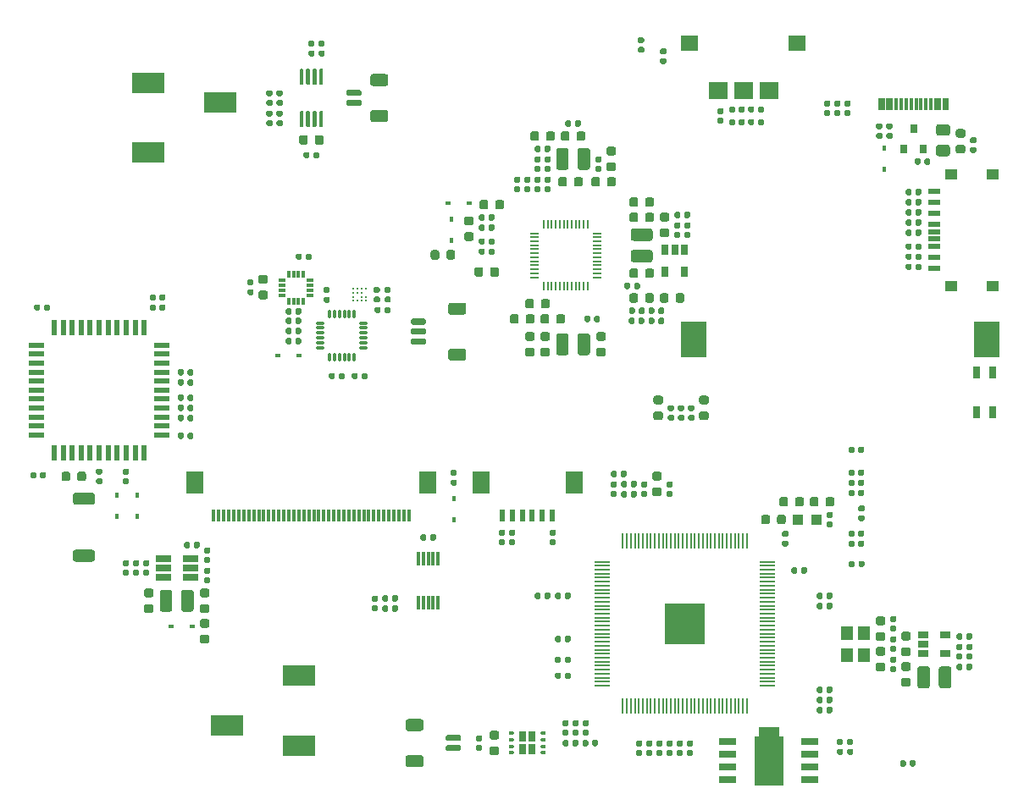
<source format=gbr>
%TF.GenerationSoftware,KiCad,Pcbnew,(5.1.6)-1*%
%TF.CreationDate,2020-07-01T23:58:00+08:00*%
%TF.ProjectId,matrix_v3s,6d617472-6978-45f7-9633-732e6b696361,rev?*%
%TF.SameCoordinates,Original*%
%TF.FileFunction,Paste,Top*%
%TF.FilePolarity,Positive*%
%FSLAX46Y46*%
G04 Gerber Fmt 4.6, Leading zero omitted, Abs format (unit mm)*
G04 Created by KiCad (PCBNEW (5.1.6)-1) date 2020-07-01 23:58:00*
%MOMM*%
%LPD*%
G01*
G04 APERTURE LIST*
%ADD10R,0.300000X1.300000*%
%ADD11R,1.800000X2.200000*%
%ADD12R,0.500000X1.300000*%
%ADD13R,1.800000X0.700000*%
%ADD14R,3.000000X5.000000*%
%ADD15R,2.000000X3.000000*%
%ADD16R,2.600000X3.600000*%
%ADD17R,1.200000X1.000000*%
%ADD18R,1.200000X0.500000*%
%ADD19R,1.200000X0.600000*%
%ADD20R,1.500000X0.600000*%
%ADD21R,0.600000X1.500000*%
%ADD22R,2.000000X2.000000*%
%ADD23O,0.240000X1.600000*%
%ADD24O,1.600000X0.240000*%
%ADD25R,1.200000X1.400000*%
%ADD26R,0.450000X0.600000*%
%ADD27R,0.600000X0.450000*%
%ADD28O,0.220000X1.000000*%
%ADD29O,1.000000X0.220000*%
%ADD30R,1.050000X1.100000*%
%ADD31R,0.300000X0.700000*%
%ADD32R,0.700000X0.300000*%
%ADD33C,0.230000*%
%ADD34O,0.350000X1.000000*%
%ADD35O,1.000000X0.350000*%
%ADD36R,0.300000X1.400000*%
%ADD37R,1.560000X0.650000*%
%ADD38R,0.650000X1.060000*%
%ADD39R,1.060000X0.650000*%
%ADD40R,1.900000X1.800000*%
%ADD41R,1.800000X1.600000*%
%ADD42R,0.800000X1.200000*%
%ADD43R,3.200000X2.000000*%
%ADD44O,0.550000X0.300000*%
%ADD45R,0.200000X0.300000*%
%ADD46R,0.650000X1.000000*%
%ADD47R,0.800000X0.900000*%
%ADD48R,0.300000X1.150000*%
G04 APERTURE END LIST*
D10*
%TO.C,J8*%
X46130000Y-69160000D03*
X46630000Y-69160000D03*
X47130000Y-69160000D03*
X47630000Y-69160000D03*
X48130000Y-69160000D03*
X48630000Y-69160000D03*
X49130000Y-69160000D03*
X49630000Y-69160000D03*
X50130000Y-69160000D03*
X50630000Y-69160000D03*
X51130000Y-69160000D03*
X51630000Y-69160000D03*
X52130000Y-69160000D03*
X52630000Y-69160000D03*
X53130000Y-69160000D03*
X53630000Y-69160000D03*
X54130000Y-69160000D03*
X54630000Y-69160000D03*
X55130000Y-69160000D03*
X55630000Y-69160000D03*
X56130000Y-69160000D03*
X56630000Y-69160000D03*
X57130000Y-69160000D03*
X57630000Y-69160000D03*
X58130000Y-69160000D03*
X58630000Y-69160000D03*
X59130000Y-69160000D03*
X59630000Y-69160000D03*
X60130000Y-69160000D03*
X60630000Y-69160000D03*
X61130000Y-69160000D03*
X61630000Y-69160000D03*
X62130000Y-69160000D03*
X62630000Y-69160000D03*
X63130000Y-69160000D03*
X63630000Y-69160000D03*
X64130000Y-69160000D03*
X64630000Y-69160000D03*
X65130000Y-69160000D03*
X65630000Y-69160000D03*
D11*
X67530000Y-65910000D03*
X44230000Y-65910000D03*
%TD*%
%TO.C,R66*%
G36*
G01*
X107868500Y-69406000D02*
X107523500Y-69406000D01*
G75*
G02*
X107376000Y-69258500I0J147500D01*
G01*
X107376000Y-68963500D01*
G75*
G02*
X107523500Y-68816000I147500J0D01*
G01*
X107868500Y-68816000D01*
G75*
G02*
X108016000Y-68963500I0J-147500D01*
G01*
X108016000Y-69258500D01*
G75*
G02*
X107868500Y-69406000I-147500J0D01*
G01*
G37*
G36*
G01*
X107868500Y-70376000D02*
X107523500Y-70376000D01*
G75*
G02*
X107376000Y-70228500I0J147500D01*
G01*
X107376000Y-69933500D01*
G75*
G02*
X107523500Y-69786000I147500J0D01*
G01*
X107868500Y-69786000D01*
G75*
G02*
X108016000Y-69933500I0J-147500D01*
G01*
X108016000Y-70228500D01*
G75*
G02*
X107868500Y-70376000I-147500J0D01*
G01*
G37*
%TD*%
%TO.C,R51*%
G36*
G01*
X93553500Y-92646000D02*
X93898500Y-92646000D01*
G75*
G02*
X94046000Y-92793500I0J-147500D01*
G01*
X94046000Y-93088500D01*
G75*
G02*
X93898500Y-93236000I-147500J0D01*
G01*
X93553500Y-93236000D01*
G75*
G02*
X93406000Y-93088500I0J147500D01*
G01*
X93406000Y-92793500D01*
G75*
G02*
X93553500Y-92646000I147500J0D01*
G01*
G37*
G36*
G01*
X93553500Y-91676000D02*
X93898500Y-91676000D01*
G75*
G02*
X94046000Y-91823500I0J-147500D01*
G01*
X94046000Y-92118500D01*
G75*
G02*
X93898500Y-92266000I-147500J0D01*
G01*
X93553500Y-92266000D01*
G75*
G02*
X93406000Y-92118500I0J147500D01*
G01*
X93406000Y-91823500D01*
G75*
G02*
X93553500Y-91676000I147500J0D01*
G01*
G37*
%TD*%
%TO.C,R50*%
G36*
G01*
X90505500Y-92646000D02*
X90850500Y-92646000D01*
G75*
G02*
X90998000Y-92793500I0J-147500D01*
G01*
X90998000Y-93088500D01*
G75*
G02*
X90850500Y-93236000I-147500J0D01*
G01*
X90505500Y-93236000D01*
G75*
G02*
X90358000Y-93088500I0J147500D01*
G01*
X90358000Y-92793500D01*
G75*
G02*
X90505500Y-92646000I147500J0D01*
G01*
G37*
G36*
G01*
X90505500Y-91676000D02*
X90850500Y-91676000D01*
G75*
G02*
X90998000Y-91823500I0J-147500D01*
G01*
X90998000Y-92118500D01*
G75*
G02*
X90850500Y-92266000I-147500J0D01*
G01*
X90505500Y-92266000D01*
G75*
G02*
X90358000Y-92118500I0J147500D01*
G01*
X90358000Y-91823500D01*
G75*
G02*
X90505500Y-91676000I147500J0D01*
G01*
G37*
%TD*%
%TO.C,R37*%
G36*
G01*
X89834500Y-92266000D02*
X89489500Y-92266000D01*
G75*
G02*
X89342000Y-92118500I0J147500D01*
G01*
X89342000Y-91823500D01*
G75*
G02*
X89489500Y-91676000I147500J0D01*
G01*
X89834500Y-91676000D01*
G75*
G02*
X89982000Y-91823500I0J-147500D01*
G01*
X89982000Y-92118500D01*
G75*
G02*
X89834500Y-92266000I-147500J0D01*
G01*
G37*
G36*
G01*
X89834500Y-93236000D02*
X89489500Y-93236000D01*
G75*
G02*
X89342000Y-93088500I0J147500D01*
G01*
X89342000Y-92793500D01*
G75*
G02*
X89489500Y-92646000I147500J0D01*
G01*
X89834500Y-92646000D01*
G75*
G02*
X89982000Y-92793500I0J-147500D01*
G01*
X89982000Y-93088500D01*
G75*
G02*
X89834500Y-93236000I-147500J0D01*
G01*
G37*
%TD*%
%TO.C,R36*%
G36*
G01*
X88818500Y-92266000D02*
X88473500Y-92266000D01*
G75*
G02*
X88326000Y-92118500I0J147500D01*
G01*
X88326000Y-91823500D01*
G75*
G02*
X88473500Y-91676000I147500J0D01*
G01*
X88818500Y-91676000D01*
G75*
G02*
X88966000Y-91823500I0J-147500D01*
G01*
X88966000Y-92118500D01*
G75*
G02*
X88818500Y-92266000I-147500J0D01*
G01*
G37*
G36*
G01*
X88818500Y-93236000D02*
X88473500Y-93236000D01*
G75*
G02*
X88326000Y-93088500I0J147500D01*
G01*
X88326000Y-92793500D01*
G75*
G02*
X88473500Y-92646000I147500J0D01*
G01*
X88818500Y-92646000D01*
G75*
G02*
X88966000Y-92793500I0J-147500D01*
G01*
X88966000Y-93088500D01*
G75*
G02*
X88818500Y-93236000I-147500J0D01*
G01*
G37*
%TD*%
%TO.C,R17*%
G36*
G01*
X91521500Y-92646000D02*
X91866500Y-92646000D01*
G75*
G02*
X92014000Y-92793500I0J-147500D01*
G01*
X92014000Y-93088500D01*
G75*
G02*
X91866500Y-93236000I-147500J0D01*
G01*
X91521500Y-93236000D01*
G75*
G02*
X91374000Y-93088500I0J147500D01*
G01*
X91374000Y-92793500D01*
G75*
G02*
X91521500Y-92646000I147500J0D01*
G01*
G37*
G36*
G01*
X91521500Y-91676000D02*
X91866500Y-91676000D01*
G75*
G02*
X92014000Y-91823500I0J-147500D01*
G01*
X92014000Y-92118500D01*
G75*
G02*
X91866500Y-92266000I-147500J0D01*
G01*
X91521500Y-92266000D01*
G75*
G02*
X91374000Y-92118500I0J147500D01*
G01*
X91374000Y-91823500D01*
G75*
G02*
X91521500Y-91676000I147500J0D01*
G01*
G37*
%TD*%
%TO.C,R18*%
G36*
G01*
X92882500Y-92266000D02*
X92537500Y-92266000D01*
G75*
G02*
X92390000Y-92118500I0J147500D01*
G01*
X92390000Y-91823500D01*
G75*
G02*
X92537500Y-91676000I147500J0D01*
G01*
X92882500Y-91676000D01*
G75*
G02*
X93030000Y-91823500I0J-147500D01*
G01*
X93030000Y-92118500D01*
G75*
G02*
X92882500Y-92266000I-147500J0D01*
G01*
G37*
G36*
G01*
X92882500Y-93236000D02*
X92537500Y-93236000D01*
G75*
G02*
X92390000Y-93088500I0J147500D01*
G01*
X92390000Y-92793500D01*
G75*
G02*
X92537500Y-92646000I147500J0D01*
G01*
X92882500Y-92646000D01*
G75*
G02*
X93030000Y-92793500I0J-147500D01*
G01*
X93030000Y-93088500D01*
G75*
G02*
X92882500Y-93236000I-147500J0D01*
G01*
G37*
%TD*%
%TO.C,J9*%
X72820000Y-65910000D03*
X82120000Y-65910000D03*
D12*
X79970000Y-69160000D03*
X78970000Y-69160000D03*
X77970000Y-69160000D03*
X76970000Y-69160000D03*
X75970000Y-69160000D03*
X74970000Y-69160000D03*
%TD*%
D13*
%TO.C,U6*%
X105700000Y-91821000D03*
X97500000Y-91821000D03*
X105700000Y-93091000D03*
X97500000Y-93091000D03*
X105700000Y-94361000D03*
X97500000Y-94361000D03*
X105700000Y-95631000D03*
X97500000Y-95631000D03*
D14*
X101600000Y-93726000D03*
D15*
X101600000Y-91821000D03*
%TD*%
%TO.C,C34*%
G36*
G01*
X108539500Y-92519000D02*
X108884500Y-92519000D01*
G75*
G02*
X109032000Y-92666500I0J-147500D01*
G01*
X109032000Y-92961500D01*
G75*
G02*
X108884500Y-93109000I-147500J0D01*
G01*
X108539500Y-93109000D01*
G75*
G02*
X108392000Y-92961500I0J147500D01*
G01*
X108392000Y-92666500D01*
G75*
G02*
X108539500Y-92519000I147500J0D01*
G01*
G37*
G36*
G01*
X108539500Y-91549000D02*
X108884500Y-91549000D01*
G75*
G02*
X109032000Y-91696500I0J-147500D01*
G01*
X109032000Y-91991500D01*
G75*
G02*
X108884500Y-92139000I-147500J0D01*
G01*
X108539500Y-92139000D01*
G75*
G02*
X108392000Y-91991500I0J147500D01*
G01*
X108392000Y-91696500D01*
G75*
G02*
X108539500Y-91549000I147500J0D01*
G01*
G37*
%TD*%
%TO.C,C49*%
G36*
G01*
X109900500Y-92139000D02*
X109555500Y-92139000D01*
G75*
G02*
X109408000Y-91991500I0J147500D01*
G01*
X109408000Y-91696500D01*
G75*
G02*
X109555500Y-91549000I147500J0D01*
G01*
X109900500Y-91549000D01*
G75*
G02*
X110048000Y-91696500I0J-147500D01*
G01*
X110048000Y-91991500D01*
G75*
G02*
X109900500Y-92139000I-147500J0D01*
G01*
G37*
G36*
G01*
X109900500Y-93109000D02*
X109555500Y-93109000D01*
G75*
G02*
X109408000Y-92961500I0J147500D01*
G01*
X109408000Y-92666500D01*
G75*
G02*
X109555500Y-92519000I147500J0D01*
G01*
X109900500Y-92519000D01*
G75*
G02*
X110048000Y-92666500I0J-147500D01*
G01*
X110048000Y-92961500D01*
G75*
G02*
X109900500Y-93109000I-147500J0D01*
G01*
G37*
%TD*%
%TO.C,C30*%
G36*
G01*
X107378000Y-88818500D02*
X107378000Y-88473500D01*
G75*
G02*
X107525500Y-88326000I147500J0D01*
G01*
X107820500Y-88326000D01*
G75*
G02*
X107968000Y-88473500I0J-147500D01*
G01*
X107968000Y-88818500D01*
G75*
G02*
X107820500Y-88966000I-147500J0D01*
G01*
X107525500Y-88966000D01*
G75*
G02*
X107378000Y-88818500I0J147500D01*
G01*
G37*
G36*
G01*
X106408000Y-88818500D02*
X106408000Y-88473500D01*
G75*
G02*
X106555500Y-88326000I147500J0D01*
G01*
X106850500Y-88326000D01*
G75*
G02*
X106998000Y-88473500I0J-147500D01*
G01*
X106998000Y-88818500D01*
G75*
G02*
X106850500Y-88966000I-147500J0D01*
G01*
X106555500Y-88966000D01*
G75*
G02*
X106408000Y-88818500I0J147500D01*
G01*
G37*
%TD*%
%TO.C,R42*%
G36*
G01*
X88137500Y-46400500D02*
X88137500Y-46055500D01*
G75*
G02*
X88285000Y-45908000I147500J0D01*
G01*
X88580000Y-45908000D01*
G75*
G02*
X88727500Y-46055500I0J-147500D01*
G01*
X88727500Y-46400500D01*
G75*
G02*
X88580000Y-46548000I-147500J0D01*
G01*
X88285000Y-46548000D01*
G75*
G02*
X88137500Y-46400500I0J147500D01*
G01*
G37*
G36*
G01*
X87167500Y-46400500D02*
X87167500Y-46055500D01*
G75*
G02*
X87315000Y-45908000I147500J0D01*
G01*
X87610000Y-45908000D01*
G75*
G02*
X87757500Y-46055500I0J-147500D01*
G01*
X87757500Y-46400500D01*
G75*
G02*
X87610000Y-46548000I-147500J0D01*
G01*
X87315000Y-46548000D01*
G75*
G02*
X87167500Y-46400500I0J147500D01*
G01*
G37*
%TD*%
D16*
%TO.C,BT1*%
X94062000Y-51562000D03*
X123362000Y-51562000D03*
%TD*%
%TO.C,R53*%
G36*
G01*
X89009000Y-21931000D02*
X88664000Y-21931000D01*
G75*
G02*
X88516500Y-21783500I0J147500D01*
G01*
X88516500Y-21488500D01*
G75*
G02*
X88664000Y-21341000I147500J0D01*
G01*
X89009000Y-21341000D01*
G75*
G02*
X89156500Y-21488500I0J-147500D01*
G01*
X89156500Y-21783500D01*
G75*
G02*
X89009000Y-21931000I-147500J0D01*
G01*
G37*
G36*
G01*
X89009000Y-22901000D02*
X88664000Y-22901000D01*
G75*
G02*
X88516500Y-22753500I0J147500D01*
G01*
X88516500Y-22458500D01*
G75*
G02*
X88664000Y-22311000I147500J0D01*
G01*
X89009000Y-22311000D01*
G75*
G02*
X89156500Y-22458500I0J-147500D01*
G01*
X89156500Y-22753500D01*
G75*
G02*
X89009000Y-22901000I-147500J0D01*
G01*
G37*
%TD*%
D17*
%TO.C,U4*%
X124010000Y-35065000D03*
X124010000Y-46215000D03*
D18*
X118110000Y-40840000D03*
D17*
X119860000Y-35065000D03*
X119860000Y-46215000D03*
D19*
X118110000Y-42290000D03*
X118110000Y-44490000D03*
X118110000Y-43390000D03*
X118110000Y-41540000D03*
X118110000Y-40090000D03*
X118110000Y-38990000D03*
X118110000Y-37890000D03*
X118110000Y-36790000D03*
%TD*%
D20*
%TO.C,U11*%
X28421000Y-61142000D03*
X28421000Y-60242000D03*
X28421000Y-59342000D03*
X28421000Y-58442000D03*
X28421000Y-57542000D03*
X28421000Y-56642000D03*
X28421000Y-55742000D03*
X28421000Y-54842000D03*
X28421000Y-53942000D03*
X28421000Y-53042000D03*
X28421000Y-52142000D03*
D21*
X30171000Y-50392000D03*
X31071000Y-50392000D03*
X31971000Y-50392000D03*
X32871000Y-50392000D03*
X33771000Y-50392000D03*
X34671000Y-50392000D03*
X35571000Y-50392000D03*
X36471000Y-50392000D03*
X37371000Y-50392000D03*
X38271000Y-50392000D03*
X39171000Y-50392000D03*
D20*
X40921000Y-52142000D03*
X40921000Y-53042000D03*
X40921000Y-53942000D03*
X40921000Y-54842000D03*
X40921000Y-55742000D03*
X40921000Y-56642000D03*
X40921000Y-57542000D03*
X40921000Y-58442000D03*
X40921000Y-59342000D03*
X40921000Y-60242000D03*
X40921000Y-61142000D03*
D21*
X39171000Y-62892000D03*
X38271000Y-62892000D03*
X37371000Y-62892000D03*
X36471000Y-62892000D03*
X35571000Y-62892000D03*
X34671000Y-62892000D03*
X33771000Y-62892000D03*
X32871000Y-62892000D03*
X31971000Y-62892000D03*
X31071000Y-62892000D03*
X30171000Y-62892000D03*
%TD*%
D22*
%TO.C,U8*%
X94218000Y-81010000D03*
X92218000Y-79010000D03*
X94218000Y-79010000D03*
X92218000Y-81010000D03*
D23*
X87018000Y-71760000D03*
X87418000Y-71760000D03*
X87818000Y-71760000D03*
X88218000Y-71760000D03*
X88618000Y-71760000D03*
X89018000Y-71760000D03*
X89418000Y-71760000D03*
X89818000Y-71760000D03*
X90218000Y-71760000D03*
X90618000Y-71760000D03*
X91018000Y-71760000D03*
X91418000Y-71760000D03*
X91818000Y-71760000D03*
X92218000Y-71760000D03*
X92618000Y-71760000D03*
X93018000Y-71760000D03*
X93418000Y-71760000D03*
X93818000Y-71760000D03*
X94218000Y-71760000D03*
X94618000Y-71760000D03*
X95018000Y-71760000D03*
X95418000Y-71760000D03*
X95818000Y-71760000D03*
X96218000Y-71760000D03*
X96618000Y-71760000D03*
X97018000Y-71760000D03*
X97418000Y-71760000D03*
X97818000Y-71760000D03*
X98218000Y-71760000D03*
X98618000Y-71760000D03*
X99018000Y-71760000D03*
X99418000Y-71760000D03*
D24*
X101468000Y-73810000D03*
X101468000Y-74210000D03*
X101468000Y-74610000D03*
X101468000Y-75010000D03*
X101468000Y-75410000D03*
X101468000Y-75810000D03*
X101468000Y-76210000D03*
X101468000Y-76610000D03*
X101468000Y-77010000D03*
X101468000Y-77410000D03*
X101468000Y-77810000D03*
X101468000Y-78210000D03*
X101468000Y-78610000D03*
X101468000Y-79010000D03*
X101468000Y-79410000D03*
X101468000Y-79810000D03*
X101468000Y-80210000D03*
X101468000Y-80610000D03*
X101468000Y-81010000D03*
X101468000Y-81410000D03*
X101468000Y-81810000D03*
X101468000Y-82210000D03*
X101468000Y-82610000D03*
X101468000Y-83010000D03*
X101468000Y-83410000D03*
X101468000Y-83810000D03*
X101468000Y-84210000D03*
X101468000Y-84610000D03*
X101468000Y-85010000D03*
X101468000Y-85410000D03*
X101468000Y-85810000D03*
X101468000Y-86210000D03*
D23*
X99418000Y-88260000D03*
X99018000Y-88260000D03*
X98618000Y-88260000D03*
X98218000Y-88260000D03*
X97818000Y-88260000D03*
X97418000Y-88260000D03*
X97018000Y-88260000D03*
X96618000Y-88260000D03*
X96218000Y-88260000D03*
X95818000Y-88260000D03*
X95418000Y-88260000D03*
X95018000Y-88260000D03*
X94618000Y-88260000D03*
X94218000Y-88260000D03*
X93818000Y-88260000D03*
X93418000Y-88260000D03*
X93018000Y-88260000D03*
X92618000Y-88260000D03*
X92218000Y-88260000D03*
X91818000Y-88260000D03*
X91418000Y-88260000D03*
X91018000Y-88260000D03*
X90618000Y-88260000D03*
X90218000Y-88260000D03*
X89818000Y-88260000D03*
X89418000Y-88260000D03*
X89018000Y-88260000D03*
X88618000Y-88260000D03*
X88218000Y-88260000D03*
X87818000Y-88260000D03*
X87418000Y-88260000D03*
X87018000Y-88260000D03*
D24*
X84968000Y-86210000D03*
X84968000Y-85810000D03*
X84968000Y-85410000D03*
X84968000Y-85010000D03*
X84968000Y-84610000D03*
X84968000Y-84210000D03*
X84968000Y-83810000D03*
X84968000Y-83410000D03*
X84968000Y-83010000D03*
X84968000Y-82610000D03*
X84968000Y-82210000D03*
X84968000Y-81810000D03*
X84968000Y-81410000D03*
X84968000Y-81010000D03*
X84968000Y-80610000D03*
X84968000Y-80210000D03*
X84968000Y-79810000D03*
X84968000Y-79410000D03*
X84968000Y-79010000D03*
X84968000Y-78610000D03*
X84968000Y-78210000D03*
X84968000Y-77810000D03*
X84968000Y-77410000D03*
X84968000Y-77010000D03*
X84968000Y-76610000D03*
X84968000Y-76210000D03*
X84968000Y-75810000D03*
X84968000Y-75410000D03*
X84968000Y-75010000D03*
X84968000Y-74610000D03*
X84968000Y-74210000D03*
X84968000Y-73810000D03*
%TD*%
%TO.C,R69*%
G36*
G01*
X37510500Y-65088000D02*
X37165500Y-65088000D01*
G75*
G02*
X37018000Y-64940500I0J147500D01*
G01*
X37018000Y-64645500D01*
G75*
G02*
X37165500Y-64498000I147500J0D01*
G01*
X37510500Y-64498000D01*
G75*
G02*
X37658000Y-64645500I0J-147500D01*
G01*
X37658000Y-64940500D01*
G75*
G02*
X37510500Y-65088000I-147500J0D01*
G01*
G37*
G36*
G01*
X37510500Y-66058000D02*
X37165500Y-66058000D01*
G75*
G02*
X37018000Y-65910500I0J147500D01*
G01*
X37018000Y-65615500D01*
G75*
G02*
X37165500Y-65468000I147500J0D01*
G01*
X37510500Y-65468000D01*
G75*
G02*
X37658000Y-65615500I0J-147500D01*
G01*
X37658000Y-65910500D01*
G75*
G02*
X37510500Y-66058000I-147500J0D01*
G01*
G37*
%TD*%
%TO.C,J6*%
G36*
G01*
X67205000Y-52100000D02*
X65955000Y-52100000D01*
G75*
G02*
X65805000Y-51950000I0J150000D01*
G01*
X65805000Y-51650000D01*
G75*
G02*
X65955000Y-51500000I150000J0D01*
G01*
X67205000Y-51500000D01*
G75*
G02*
X67355000Y-51650000I0J-150000D01*
G01*
X67355000Y-51950000D01*
G75*
G02*
X67205000Y-52100000I-150000J0D01*
G01*
G37*
G36*
G01*
X67205000Y-51100000D02*
X65955000Y-51100000D01*
G75*
G02*
X65805000Y-50950000I0J150000D01*
G01*
X65805000Y-50650000D01*
G75*
G02*
X65955000Y-50500000I150000J0D01*
G01*
X67205000Y-50500000D01*
G75*
G02*
X67355000Y-50650000I0J-150000D01*
G01*
X67355000Y-50950000D01*
G75*
G02*
X67205000Y-51100000I-150000J0D01*
G01*
G37*
G36*
G01*
X67205000Y-50100000D02*
X65955000Y-50100000D01*
G75*
G02*
X65805000Y-49950000I0J150000D01*
G01*
X65805000Y-49650000D01*
G75*
G02*
X65955000Y-49500000I150000J0D01*
G01*
X67205000Y-49500000D01*
G75*
G02*
X67355000Y-49650000I0J-150000D01*
G01*
X67355000Y-49950000D01*
G75*
G02*
X67205000Y-50100000I-150000J0D01*
G01*
G37*
G36*
G01*
X71105001Y-53700000D02*
X69804999Y-53700000D01*
G75*
G02*
X69555000Y-53450001I0J249999D01*
G01*
X69555000Y-52749999D01*
G75*
G02*
X69804999Y-52500000I249999J0D01*
G01*
X71105001Y-52500000D01*
G75*
G02*
X71355000Y-52749999I0J-249999D01*
G01*
X71355000Y-53450001D01*
G75*
G02*
X71105001Y-53700000I-249999J0D01*
G01*
G37*
G36*
G01*
X71105001Y-49100000D02*
X69804999Y-49100000D01*
G75*
G02*
X69555000Y-48850001I0J249999D01*
G01*
X69555000Y-48149999D01*
G75*
G02*
X69804999Y-47900000I249999J0D01*
G01*
X71105001Y-47900000D01*
G75*
G02*
X71355000Y-48149999I0J-249999D01*
G01*
X71355000Y-48850001D01*
G75*
G02*
X71105001Y-49100000I-249999J0D01*
G01*
G37*
%TD*%
%TO.C,C27*%
G36*
G01*
X83566500Y-91775500D02*
X83566500Y-92120500D01*
G75*
G02*
X83419000Y-92268000I-147500J0D01*
G01*
X83124000Y-92268000D01*
G75*
G02*
X82976500Y-92120500I0J147500D01*
G01*
X82976500Y-91775500D01*
G75*
G02*
X83124000Y-91628000I147500J0D01*
G01*
X83419000Y-91628000D01*
G75*
G02*
X83566500Y-91775500I0J-147500D01*
G01*
G37*
G36*
G01*
X84536500Y-91775500D02*
X84536500Y-92120500D01*
G75*
G02*
X84389000Y-92268000I-147500J0D01*
G01*
X84094000Y-92268000D01*
G75*
G02*
X83946500Y-92120500I0J147500D01*
G01*
X83946500Y-91775500D01*
G75*
G02*
X84094000Y-91628000I147500J0D01*
G01*
X84389000Y-91628000D01*
G75*
G02*
X84536500Y-91775500I0J-147500D01*
G01*
G37*
%TD*%
%TO.C,C33*%
G36*
G01*
X91866500Y-66358000D02*
X91521500Y-66358000D01*
G75*
G02*
X91374000Y-66210500I0J147500D01*
G01*
X91374000Y-65915500D01*
G75*
G02*
X91521500Y-65768000I147500J0D01*
G01*
X91866500Y-65768000D01*
G75*
G02*
X92014000Y-65915500I0J-147500D01*
G01*
X92014000Y-66210500D01*
G75*
G02*
X91866500Y-66358000I-147500J0D01*
G01*
G37*
G36*
G01*
X91866500Y-67328000D02*
X91521500Y-67328000D01*
G75*
G02*
X91374000Y-67180500I0J147500D01*
G01*
X91374000Y-66885500D01*
G75*
G02*
X91521500Y-66738000I147500J0D01*
G01*
X91866500Y-66738000D01*
G75*
G02*
X92014000Y-66885500I0J-147500D01*
G01*
X92014000Y-67180500D01*
G75*
G02*
X91866500Y-67328000I-147500J0D01*
G01*
G37*
%TD*%
%TO.C,C31*%
G36*
G01*
X80836000Y-85044500D02*
X80836000Y-85389500D01*
G75*
G02*
X80688500Y-85537000I-147500J0D01*
G01*
X80393500Y-85537000D01*
G75*
G02*
X80246000Y-85389500I0J147500D01*
G01*
X80246000Y-85044500D01*
G75*
G02*
X80393500Y-84897000I147500J0D01*
G01*
X80688500Y-84897000D01*
G75*
G02*
X80836000Y-85044500I0J-147500D01*
G01*
G37*
G36*
G01*
X81806000Y-85044500D02*
X81806000Y-85389500D01*
G75*
G02*
X81658500Y-85537000I-147500J0D01*
G01*
X81363500Y-85537000D01*
G75*
G02*
X81216000Y-85389500I0J147500D01*
G01*
X81216000Y-85044500D01*
G75*
G02*
X81363500Y-84897000I147500J0D01*
G01*
X81658500Y-84897000D01*
G75*
G02*
X81806000Y-85044500I0J-147500D01*
G01*
G37*
%TD*%
%TO.C,R12*%
G36*
G01*
X87820000Y-67228500D02*
X87820000Y-66883500D01*
G75*
G02*
X87967500Y-66736000I147500J0D01*
G01*
X88262500Y-66736000D01*
G75*
G02*
X88410000Y-66883500I0J-147500D01*
G01*
X88410000Y-67228500D01*
G75*
G02*
X88262500Y-67376000I-147500J0D01*
G01*
X87967500Y-67376000D01*
G75*
G02*
X87820000Y-67228500I0J147500D01*
G01*
G37*
G36*
G01*
X86850000Y-67228500D02*
X86850000Y-66883500D01*
G75*
G02*
X86997500Y-66736000I147500J0D01*
G01*
X87292500Y-66736000D01*
G75*
G02*
X87440000Y-66883500I0J-147500D01*
G01*
X87440000Y-67228500D01*
G75*
G02*
X87292500Y-67376000I-147500J0D01*
G01*
X86997500Y-67376000D01*
G75*
G02*
X86850000Y-67228500I0J147500D01*
G01*
G37*
%TD*%
%TO.C,R8*%
G36*
G01*
X86424000Y-64851500D02*
X86424000Y-65196500D01*
G75*
G02*
X86276500Y-65344000I-147500J0D01*
G01*
X85981500Y-65344000D01*
G75*
G02*
X85834000Y-65196500I0J147500D01*
G01*
X85834000Y-64851500D01*
G75*
G02*
X85981500Y-64704000I147500J0D01*
G01*
X86276500Y-64704000D01*
G75*
G02*
X86424000Y-64851500I0J-147500D01*
G01*
G37*
G36*
G01*
X87394000Y-64851500D02*
X87394000Y-65196500D01*
G75*
G02*
X87246500Y-65344000I-147500J0D01*
G01*
X86951500Y-65344000D01*
G75*
G02*
X86804000Y-65196500I0J147500D01*
G01*
X86804000Y-64851500D01*
G75*
G02*
X86951500Y-64704000I147500J0D01*
G01*
X87246500Y-64704000D01*
G75*
G02*
X87394000Y-64851500I0J-147500D01*
G01*
G37*
%TD*%
%TO.C,C7*%
G36*
G01*
X87820000Y-66212500D02*
X87820000Y-65867500D01*
G75*
G02*
X87967500Y-65720000I147500J0D01*
G01*
X88262500Y-65720000D01*
G75*
G02*
X88410000Y-65867500I0J-147500D01*
G01*
X88410000Y-66212500D01*
G75*
G02*
X88262500Y-66360000I-147500J0D01*
G01*
X87967500Y-66360000D01*
G75*
G02*
X87820000Y-66212500I0J147500D01*
G01*
G37*
G36*
G01*
X86850000Y-66212500D02*
X86850000Y-65867500D01*
G75*
G02*
X86997500Y-65720000I147500J0D01*
G01*
X87292500Y-65720000D01*
G75*
G02*
X87440000Y-65867500I0J-147500D01*
G01*
X87440000Y-66212500D01*
G75*
G02*
X87292500Y-66360000I-147500J0D01*
G01*
X86997500Y-66360000D01*
G75*
G02*
X86850000Y-66212500I0J147500D01*
G01*
G37*
%TD*%
%TO.C,R32*%
G36*
G01*
X37165500Y-74612000D02*
X37510500Y-74612000D01*
G75*
G02*
X37658000Y-74759500I0J-147500D01*
G01*
X37658000Y-75054500D01*
G75*
G02*
X37510500Y-75202000I-147500J0D01*
G01*
X37165500Y-75202000D01*
G75*
G02*
X37018000Y-75054500I0J147500D01*
G01*
X37018000Y-74759500D01*
G75*
G02*
X37165500Y-74612000I147500J0D01*
G01*
G37*
G36*
G01*
X37165500Y-73642000D02*
X37510500Y-73642000D01*
G75*
G02*
X37658000Y-73789500I0J-147500D01*
G01*
X37658000Y-74084500D01*
G75*
G02*
X37510500Y-74232000I-147500J0D01*
G01*
X37165500Y-74232000D01*
G75*
G02*
X37018000Y-74084500I0J147500D01*
G01*
X37018000Y-73789500D01*
G75*
G02*
X37165500Y-73642000I147500J0D01*
G01*
G37*
%TD*%
D25*
%TO.C,Y2*%
X111086000Y-80942000D03*
X111086000Y-83142000D03*
X109386000Y-83142000D03*
X109386000Y-80942000D03*
%TD*%
%TO.C,R91*%
G36*
G01*
X63672500Y-46918000D02*
X63327500Y-46918000D01*
G75*
G02*
X63180000Y-46770500I0J147500D01*
G01*
X63180000Y-46475500D01*
G75*
G02*
X63327500Y-46328000I147500J0D01*
G01*
X63672500Y-46328000D01*
G75*
G02*
X63820000Y-46475500I0J-147500D01*
G01*
X63820000Y-46770500D01*
G75*
G02*
X63672500Y-46918000I-147500J0D01*
G01*
G37*
G36*
G01*
X63672500Y-47888000D02*
X63327500Y-47888000D01*
G75*
G02*
X63180000Y-47740500I0J147500D01*
G01*
X63180000Y-47445500D01*
G75*
G02*
X63327500Y-47298000I147500J0D01*
G01*
X63672500Y-47298000D01*
G75*
G02*
X63820000Y-47445500I0J-147500D01*
G01*
X63820000Y-47740500D01*
G75*
G02*
X63672500Y-47888000I-147500J0D01*
G01*
G37*
%TD*%
%TO.C,R90*%
G36*
G01*
X54292000Y-48940500D02*
X54292000Y-48595500D01*
G75*
G02*
X54439500Y-48448000I147500J0D01*
G01*
X54734500Y-48448000D01*
G75*
G02*
X54882000Y-48595500I0J-147500D01*
G01*
X54882000Y-48940500D01*
G75*
G02*
X54734500Y-49088000I-147500J0D01*
G01*
X54439500Y-49088000D01*
G75*
G02*
X54292000Y-48940500I0J147500D01*
G01*
G37*
G36*
G01*
X53322000Y-48940500D02*
X53322000Y-48595500D01*
G75*
G02*
X53469500Y-48448000I147500J0D01*
G01*
X53764500Y-48448000D01*
G75*
G02*
X53912000Y-48595500I0J-147500D01*
G01*
X53912000Y-48940500D01*
G75*
G02*
X53764500Y-49088000I-147500J0D01*
G01*
X53469500Y-49088000D01*
G75*
G02*
X53322000Y-48940500I0J147500D01*
G01*
G37*
%TD*%
%TO.C,R89*%
G36*
G01*
X54292000Y-49893000D02*
X54292000Y-49548000D01*
G75*
G02*
X54439500Y-49400500I147500J0D01*
G01*
X54734500Y-49400500D01*
G75*
G02*
X54882000Y-49548000I0J-147500D01*
G01*
X54882000Y-49893000D01*
G75*
G02*
X54734500Y-50040500I-147500J0D01*
G01*
X54439500Y-50040500D01*
G75*
G02*
X54292000Y-49893000I0J147500D01*
G01*
G37*
G36*
G01*
X53322000Y-49893000D02*
X53322000Y-49548000D01*
G75*
G02*
X53469500Y-49400500I147500J0D01*
G01*
X53764500Y-49400500D01*
G75*
G02*
X53912000Y-49548000I0J-147500D01*
G01*
X53912000Y-49893000D01*
G75*
G02*
X53764500Y-50040500I-147500J0D01*
G01*
X53469500Y-50040500D01*
G75*
G02*
X53322000Y-49893000I0J147500D01*
G01*
G37*
%TD*%
%TO.C,R88*%
G36*
G01*
X57231500Y-47307000D02*
X57576500Y-47307000D01*
G75*
G02*
X57724000Y-47454500I0J-147500D01*
G01*
X57724000Y-47749500D01*
G75*
G02*
X57576500Y-47897000I-147500J0D01*
G01*
X57231500Y-47897000D01*
G75*
G02*
X57084000Y-47749500I0J147500D01*
G01*
X57084000Y-47454500D01*
G75*
G02*
X57231500Y-47307000I147500J0D01*
G01*
G37*
G36*
G01*
X57231500Y-46337000D02*
X57576500Y-46337000D01*
G75*
G02*
X57724000Y-46484500I0J-147500D01*
G01*
X57724000Y-46779500D01*
G75*
G02*
X57576500Y-46927000I-147500J0D01*
G01*
X57231500Y-46927000D01*
G75*
G02*
X57084000Y-46779500I0J147500D01*
G01*
X57084000Y-46484500D01*
G75*
G02*
X57231500Y-46337000I147500J0D01*
G01*
G37*
%TD*%
%TO.C,R87*%
G36*
G01*
X75102500Y-71184000D02*
X74757500Y-71184000D01*
G75*
G02*
X74610000Y-71036500I0J147500D01*
G01*
X74610000Y-70741500D01*
G75*
G02*
X74757500Y-70594000I147500J0D01*
G01*
X75102500Y-70594000D01*
G75*
G02*
X75250000Y-70741500I0J-147500D01*
G01*
X75250000Y-71036500D01*
G75*
G02*
X75102500Y-71184000I-147500J0D01*
G01*
G37*
G36*
G01*
X75102500Y-72154000D02*
X74757500Y-72154000D01*
G75*
G02*
X74610000Y-72006500I0J147500D01*
G01*
X74610000Y-71711500D01*
G75*
G02*
X74757500Y-71564000I147500J0D01*
G01*
X75102500Y-71564000D01*
G75*
G02*
X75250000Y-71711500I0J-147500D01*
G01*
X75250000Y-72006500D01*
G75*
G02*
X75102500Y-72154000I-147500J0D01*
G01*
G37*
%TD*%
%TO.C,R86*%
G36*
G01*
X76118500Y-71184000D02*
X75773500Y-71184000D01*
G75*
G02*
X75626000Y-71036500I0J147500D01*
G01*
X75626000Y-70741500D01*
G75*
G02*
X75773500Y-70594000I147500J0D01*
G01*
X76118500Y-70594000D01*
G75*
G02*
X76266000Y-70741500I0J-147500D01*
G01*
X76266000Y-71036500D01*
G75*
G02*
X76118500Y-71184000I-147500J0D01*
G01*
G37*
G36*
G01*
X76118500Y-72154000D02*
X75773500Y-72154000D01*
G75*
G02*
X75626000Y-72006500I0J147500D01*
G01*
X75626000Y-71711500D01*
G75*
G02*
X75773500Y-71564000I147500J0D01*
G01*
X76118500Y-71564000D01*
G75*
G02*
X76266000Y-71711500I0J-147500D01*
G01*
X76266000Y-72006500D01*
G75*
G02*
X76118500Y-72154000I-147500J0D01*
G01*
G37*
%TD*%
%TO.C,R85*%
G36*
G01*
X40323000Y-48214500D02*
X40323000Y-48559500D01*
G75*
G02*
X40175500Y-48707000I-147500J0D01*
G01*
X39880500Y-48707000D01*
G75*
G02*
X39733000Y-48559500I0J147500D01*
G01*
X39733000Y-48214500D01*
G75*
G02*
X39880500Y-48067000I147500J0D01*
G01*
X40175500Y-48067000D01*
G75*
G02*
X40323000Y-48214500I0J-147500D01*
G01*
G37*
G36*
G01*
X41293000Y-48214500D02*
X41293000Y-48559500D01*
G75*
G02*
X41145500Y-48707000I-147500J0D01*
G01*
X40850500Y-48707000D01*
G75*
G02*
X40703000Y-48559500I0J147500D01*
G01*
X40703000Y-48214500D01*
G75*
G02*
X40850500Y-48067000I147500J0D01*
G01*
X41145500Y-48067000D01*
G75*
G02*
X41293000Y-48214500I0J-147500D01*
G01*
G37*
%TD*%
%TO.C,R84*%
G36*
G01*
X29146000Y-48559500D02*
X29146000Y-48214500D01*
G75*
G02*
X29293500Y-48067000I147500J0D01*
G01*
X29588500Y-48067000D01*
G75*
G02*
X29736000Y-48214500I0J-147500D01*
G01*
X29736000Y-48559500D01*
G75*
G02*
X29588500Y-48707000I-147500J0D01*
G01*
X29293500Y-48707000D01*
G75*
G02*
X29146000Y-48559500I0J147500D01*
G01*
G37*
G36*
G01*
X28176000Y-48559500D02*
X28176000Y-48214500D01*
G75*
G02*
X28323500Y-48067000I147500J0D01*
G01*
X28618500Y-48067000D01*
G75*
G02*
X28766000Y-48214500I0J-147500D01*
G01*
X28766000Y-48559500D01*
G75*
G02*
X28618500Y-48707000I-147500J0D01*
G01*
X28323500Y-48707000D01*
G75*
G02*
X28176000Y-48559500I0J147500D01*
G01*
G37*
%TD*%
%TO.C,R83*%
G36*
G01*
X43497000Y-55036500D02*
X43497000Y-54691500D01*
G75*
G02*
X43644500Y-54544000I147500J0D01*
G01*
X43939500Y-54544000D01*
G75*
G02*
X44087000Y-54691500I0J-147500D01*
G01*
X44087000Y-55036500D01*
G75*
G02*
X43939500Y-55184000I-147500J0D01*
G01*
X43644500Y-55184000D01*
G75*
G02*
X43497000Y-55036500I0J147500D01*
G01*
G37*
G36*
G01*
X42527000Y-55036500D02*
X42527000Y-54691500D01*
G75*
G02*
X42674500Y-54544000I147500J0D01*
G01*
X42969500Y-54544000D01*
G75*
G02*
X43117000Y-54691500I0J-147500D01*
G01*
X43117000Y-55036500D01*
G75*
G02*
X42969500Y-55184000I-147500J0D01*
G01*
X42674500Y-55184000D01*
G75*
G02*
X42527000Y-55036500I0J147500D01*
G01*
G37*
%TD*%
%TO.C,R81*%
G36*
G01*
X80182500Y-71184000D02*
X79837500Y-71184000D01*
G75*
G02*
X79690000Y-71036500I0J147500D01*
G01*
X79690000Y-70741500D01*
G75*
G02*
X79837500Y-70594000I147500J0D01*
G01*
X80182500Y-70594000D01*
G75*
G02*
X80330000Y-70741500I0J-147500D01*
G01*
X80330000Y-71036500D01*
G75*
G02*
X80182500Y-71184000I-147500J0D01*
G01*
G37*
G36*
G01*
X80182500Y-72154000D02*
X79837500Y-72154000D01*
G75*
G02*
X79690000Y-72006500I0J147500D01*
G01*
X79690000Y-71711500D01*
G75*
G02*
X79837500Y-71564000I147500J0D01*
G01*
X80182500Y-71564000D01*
G75*
G02*
X80330000Y-71711500I0J-147500D01*
G01*
X80330000Y-72006500D01*
G75*
G02*
X80182500Y-72154000I-147500J0D01*
G01*
G37*
%TD*%
%TO.C,R82*%
G36*
G01*
X43497000Y-56052500D02*
X43497000Y-55707500D01*
G75*
G02*
X43644500Y-55560000I147500J0D01*
G01*
X43939500Y-55560000D01*
G75*
G02*
X44087000Y-55707500I0J-147500D01*
G01*
X44087000Y-56052500D01*
G75*
G02*
X43939500Y-56200000I-147500J0D01*
G01*
X43644500Y-56200000D01*
G75*
G02*
X43497000Y-56052500I0J147500D01*
G01*
G37*
G36*
G01*
X42527000Y-56052500D02*
X42527000Y-55707500D01*
G75*
G02*
X42674500Y-55560000I147500J0D01*
G01*
X42969500Y-55560000D01*
G75*
G02*
X43117000Y-55707500I0J-147500D01*
G01*
X43117000Y-56052500D01*
G75*
G02*
X42969500Y-56200000I-147500J0D01*
G01*
X42674500Y-56200000D01*
G75*
G02*
X42527000Y-56052500I0J147500D01*
G01*
G37*
%TD*%
%TO.C,R76*%
G36*
G01*
X110553000Y-66085500D02*
X110553000Y-65740500D01*
G75*
G02*
X110700500Y-65593000I147500J0D01*
G01*
X110995500Y-65593000D01*
G75*
G02*
X111143000Y-65740500I0J-147500D01*
G01*
X111143000Y-66085500D01*
G75*
G02*
X110995500Y-66233000I-147500J0D01*
G01*
X110700500Y-66233000D01*
G75*
G02*
X110553000Y-66085500I0J147500D01*
G01*
G37*
G36*
G01*
X109583000Y-66085500D02*
X109583000Y-65740500D01*
G75*
G02*
X109730500Y-65593000I147500J0D01*
G01*
X110025500Y-65593000D01*
G75*
G02*
X110173000Y-65740500I0J-147500D01*
G01*
X110173000Y-66085500D01*
G75*
G02*
X110025500Y-66233000I-147500J0D01*
G01*
X109730500Y-66233000D01*
G75*
G02*
X109583000Y-66085500I0J147500D01*
G01*
G37*
%TD*%
%TO.C,R75*%
G36*
G01*
X110553000Y-67101500D02*
X110553000Y-66756500D01*
G75*
G02*
X110700500Y-66609000I147500J0D01*
G01*
X110995500Y-66609000D01*
G75*
G02*
X111143000Y-66756500I0J-147500D01*
G01*
X111143000Y-67101500D01*
G75*
G02*
X110995500Y-67249000I-147500J0D01*
G01*
X110700500Y-67249000D01*
G75*
G02*
X110553000Y-67101500I0J147500D01*
G01*
G37*
G36*
G01*
X109583000Y-67101500D02*
X109583000Y-66756500D01*
G75*
G02*
X109730500Y-66609000I147500J0D01*
G01*
X110025500Y-66609000D01*
G75*
G02*
X110173000Y-66756500I0J-147500D01*
G01*
X110173000Y-67101500D01*
G75*
G02*
X110025500Y-67249000I-147500J0D01*
G01*
X109730500Y-67249000D01*
G75*
G02*
X109583000Y-67101500I0J147500D01*
G01*
G37*
%TD*%
%TO.C,R74*%
G36*
G01*
X111043500Y-68771000D02*
X110698500Y-68771000D01*
G75*
G02*
X110551000Y-68623500I0J147500D01*
G01*
X110551000Y-68328500D01*
G75*
G02*
X110698500Y-68181000I147500J0D01*
G01*
X111043500Y-68181000D01*
G75*
G02*
X111191000Y-68328500I0J-147500D01*
G01*
X111191000Y-68623500D01*
G75*
G02*
X111043500Y-68771000I-147500J0D01*
G01*
G37*
G36*
G01*
X111043500Y-69741000D02*
X110698500Y-69741000D01*
G75*
G02*
X110551000Y-69593500I0J147500D01*
G01*
X110551000Y-69298500D01*
G75*
G02*
X110698500Y-69151000I147500J0D01*
G01*
X111043500Y-69151000D01*
G75*
G02*
X111191000Y-69298500I0J-147500D01*
G01*
X111191000Y-69593500D01*
G75*
G02*
X111043500Y-69741000I-147500J0D01*
G01*
G37*
%TD*%
%TO.C,R73*%
G36*
G01*
X110553000Y-71165500D02*
X110553000Y-70820500D01*
G75*
G02*
X110700500Y-70673000I147500J0D01*
G01*
X110995500Y-70673000D01*
G75*
G02*
X111143000Y-70820500I0J-147500D01*
G01*
X111143000Y-71165500D01*
G75*
G02*
X110995500Y-71313000I-147500J0D01*
G01*
X110700500Y-71313000D01*
G75*
G02*
X110553000Y-71165500I0J147500D01*
G01*
G37*
G36*
G01*
X109583000Y-71165500D02*
X109583000Y-70820500D01*
G75*
G02*
X109730500Y-70673000I147500J0D01*
G01*
X110025500Y-70673000D01*
G75*
G02*
X110173000Y-70820500I0J-147500D01*
G01*
X110173000Y-71165500D01*
G75*
G02*
X110025500Y-71313000I-147500J0D01*
G01*
X109730500Y-71313000D01*
G75*
G02*
X109583000Y-71165500I0J147500D01*
G01*
G37*
%TD*%
%TO.C,R80*%
G36*
G01*
X43497000Y-57576500D02*
X43497000Y-57231500D01*
G75*
G02*
X43644500Y-57084000I147500J0D01*
G01*
X43939500Y-57084000D01*
G75*
G02*
X44087000Y-57231500I0J-147500D01*
G01*
X44087000Y-57576500D01*
G75*
G02*
X43939500Y-57724000I-147500J0D01*
G01*
X43644500Y-57724000D01*
G75*
G02*
X43497000Y-57576500I0J147500D01*
G01*
G37*
G36*
G01*
X42527000Y-57576500D02*
X42527000Y-57231500D01*
G75*
G02*
X42674500Y-57084000I147500J0D01*
G01*
X42969500Y-57084000D01*
G75*
G02*
X43117000Y-57231500I0J-147500D01*
G01*
X43117000Y-57576500D01*
G75*
G02*
X42969500Y-57724000I-147500J0D01*
G01*
X42674500Y-57724000D01*
G75*
G02*
X42527000Y-57576500I0J147500D01*
G01*
G37*
%TD*%
%TO.C,R79*%
G36*
G01*
X43497000Y-58592500D02*
X43497000Y-58247500D01*
G75*
G02*
X43644500Y-58100000I147500J0D01*
G01*
X43939500Y-58100000D01*
G75*
G02*
X44087000Y-58247500I0J-147500D01*
G01*
X44087000Y-58592500D01*
G75*
G02*
X43939500Y-58740000I-147500J0D01*
G01*
X43644500Y-58740000D01*
G75*
G02*
X43497000Y-58592500I0J147500D01*
G01*
G37*
G36*
G01*
X42527000Y-58592500D02*
X42527000Y-58247500D01*
G75*
G02*
X42674500Y-58100000I147500J0D01*
G01*
X42969500Y-58100000D01*
G75*
G02*
X43117000Y-58247500I0J-147500D01*
G01*
X43117000Y-58592500D01*
G75*
G02*
X42969500Y-58740000I-147500J0D01*
G01*
X42674500Y-58740000D01*
G75*
G02*
X42527000Y-58592500I0J147500D01*
G01*
G37*
%TD*%
%TO.C,R78*%
G36*
G01*
X28385000Y-64978500D02*
X28385000Y-65323500D01*
G75*
G02*
X28237500Y-65471000I-147500J0D01*
G01*
X27942500Y-65471000D01*
G75*
G02*
X27795000Y-65323500I0J147500D01*
G01*
X27795000Y-64978500D01*
G75*
G02*
X27942500Y-64831000I147500J0D01*
G01*
X28237500Y-64831000D01*
G75*
G02*
X28385000Y-64978500I0J-147500D01*
G01*
G37*
G36*
G01*
X29355000Y-64978500D02*
X29355000Y-65323500D01*
G75*
G02*
X29207500Y-65471000I-147500J0D01*
G01*
X28912500Y-65471000D01*
G75*
G02*
X28765000Y-65323500I0J147500D01*
G01*
X28765000Y-64978500D01*
G75*
G02*
X28912500Y-64831000I147500J0D01*
G01*
X29207500Y-64831000D01*
G75*
G02*
X29355000Y-64978500I0J-147500D01*
G01*
G37*
%TD*%
%TO.C,R77*%
G36*
G01*
X43497000Y-59608500D02*
X43497000Y-59263500D01*
G75*
G02*
X43644500Y-59116000I147500J0D01*
G01*
X43939500Y-59116000D01*
G75*
G02*
X44087000Y-59263500I0J-147500D01*
G01*
X44087000Y-59608500D01*
G75*
G02*
X43939500Y-59756000I-147500J0D01*
G01*
X43644500Y-59756000D01*
G75*
G02*
X43497000Y-59608500I0J147500D01*
G01*
G37*
G36*
G01*
X42527000Y-59608500D02*
X42527000Y-59263500D01*
G75*
G02*
X42674500Y-59116000I147500J0D01*
G01*
X42969500Y-59116000D01*
G75*
G02*
X43117000Y-59263500I0J-147500D01*
G01*
X43117000Y-59608500D01*
G75*
G02*
X42969500Y-59756000I-147500J0D01*
G01*
X42674500Y-59756000D01*
G75*
G02*
X42527000Y-59608500I0J147500D01*
G01*
G37*
%TD*%
%TO.C,R71*%
G36*
G01*
X63944000Y-77642500D02*
X63944000Y-77297500D01*
G75*
G02*
X64091500Y-77150000I147500J0D01*
G01*
X64386500Y-77150000D01*
G75*
G02*
X64534000Y-77297500I0J-147500D01*
G01*
X64534000Y-77642500D01*
G75*
G02*
X64386500Y-77790000I-147500J0D01*
G01*
X64091500Y-77790000D01*
G75*
G02*
X63944000Y-77642500I0J147500D01*
G01*
G37*
G36*
G01*
X62974000Y-77642500D02*
X62974000Y-77297500D01*
G75*
G02*
X63121500Y-77150000I147500J0D01*
G01*
X63416500Y-77150000D01*
G75*
G02*
X63564000Y-77297500I0J-147500D01*
G01*
X63564000Y-77642500D01*
G75*
G02*
X63416500Y-77790000I-147500J0D01*
G01*
X63121500Y-77790000D01*
G75*
G02*
X62974000Y-77642500I0J147500D01*
G01*
G37*
%TD*%
%TO.C,R72*%
G36*
G01*
X43497000Y-61386500D02*
X43497000Y-61041500D01*
G75*
G02*
X43644500Y-60894000I147500J0D01*
G01*
X43939500Y-60894000D01*
G75*
G02*
X44087000Y-61041500I0J-147500D01*
G01*
X44087000Y-61386500D01*
G75*
G02*
X43939500Y-61534000I-147500J0D01*
G01*
X43644500Y-61534000D01*
G75*
G02*
X43497000Y-61386500I0J147500D01*
G01*
G37*
G36*
G01*
X42527000Y-61386500D02*
X42527000Y-61041500D01*
G75*
G02*
X42674500Y-60894000I147500J0D01*
G01*
X42969500Y-60894000D01*
G75*
G02*
X43117000Y-61041500I0J-147500D01*
G01*
X43117000Y-61386500D01*
G75*
G02*
X42969500Y-61534000I-147500J0D01*
G01*
X42674500Y-61534000D01*
G75*
G02*
X42527000Y-61386500I0J147500D01*
G01*
G37*
%TD*%
%TO.C,R64*%
G36*
G01*
X38181500Y-74612000D02*
X38526500Y-74612000D01*
G75*
G02*
X38674000Y-74759500I0J-147500D01*
G01*
X38674000Y-75054500D01*
G75*
G02*
X38526500Y-75202000I-147500J0D01*
G01*
X38181500Y-75202000D01*
G75*
G02*
X38034000Y-75054500I0J147500D01*
G01*
X38034000Y-74759500D01*
G75*
G02*
X38181500Y-74612000I147500J0D01*
G01*
G37*
G36*
G01*
X38181500Y-73642000D02*
X38526500Y-73642000D01*
G75*
G02*
X38674000Y-73789500I0J-147500D01*
G01*
X38674000Y-74084500D01*
G75*
G02*
X38526500Y-74232000I-147500J0D01*
G01*
X38181500Y-74232000D01*
G75*
G02*
X38034000Y-74084500I0J147500D01*
G01*
X38034000Y-73789500D01*
G75*
G02*
X38181500Y-73642000I147500J0D01*
G01*
G37*
%TD*%
%TO.C,R70*%
G36*
G01*
X67374000Y-71201500D02*
X67374000Y-71546500D01*
G75*
G02*
X67226500Y-71694000I-147500J0D01*
G01*
X66931500Y-71694000D01*
G75*
G02*
X66784000Y-71546500I0J147500D01*
G01*
X66784000Y-71201500D01*
G75*
G02*
X66931500Y-71054000I147500J0D01*
G01*
X67226500Y-71054000D01*
G75*
G02*
X67374000Y-71201500I0J-147500D01*
G01*
G37*
G36*
G01*
X68344000Y-71201500D02*
X68344000Y-71546500D01*
G75*
G02*
X68196500Y-71694000I-147500J0D01*
G01*
X67901500Y-71694000D01*
G75*
G02*
X67754000Y-71546500I0J147500D01*
G01*
X67754000Y-71201500D01*
G75*
G02*
X67901500Y-71054000I147500J0D01*
G01*
X68196500Y-71054000D01*
G75*
G02*
X68344000Y-71201500I0J-147500D01*
G01*
G37*
%TD*%
%TO.C,R63*%
G36*
G01*
X39542500Y-74232000D02*
X39197500Y-74232000D01*
G75*
G02*
X39050000Y-74084500I0J147500D01*
G01*
X39050000Y-73789500D01*
G75*
G02*
X39197500Y-73642000I147500J0D01*
G01*
X39542500Y-73642000D01*
G75*
G02*
X39690000Y-73789500I0J-147500D01*
G01*
X39690000Y-74084500D01*
G75*
G02*
X39542500Y-74232000I-147500J0D01*
G01*
G37*
G36*
G01*
X39542500Y-75202000D02*
X39197500Y-75202000D01*
G75*
G02*
X39050000Y-75054500I0J147500D01*
G01*
X39050000Y-74759500D01*
G75*
G02*
X39197500Y-74612000I147500J0D01*
G01*
X39542500Y-74612000D01*
G75*
G02*
X39690000Y-74759500I0J-147500D01*
G01*
X39690000Y-75054500D01*
G75*
G02*
X39542500Y-75202000I-147500J0D01*
G01*
G37*
%TD*%
%TO.C,R62*%
G36*
G01*
X43752000Y-71963500D02*
X43752000Y-72308500D01*
G75*
G02*
X43604500Y-72456000I-147500J0D01*
G01*
X43309500Y-72456000D01*
G75*
G02*
X43162000Y-72308500I0J147500D01*
G01*
X43162000Y-71963500D01*
G75*
G02*
X43309500Y-71816000I147500J0D01*
G01*
X43604500Y-71816000D01*
G75*
G02*
X43752000Y-71963500I0J-147500D01*
G01*
G37*
G36*
G01*
X44722000Y-71963500D02*
X44722000Y-72308500D01*
G75*
G02*
X44574500Y-72456000I-147500J0D01*
G01*
X44279500Y-72456000D01*
G75*
G02*
X44132000Y-72308500I0J147500D01*
G01*
X44132000Y-71963500D01*
G75*
G02*
X44279500Y-71816000I147500J0D01*
G01*
X44574500Y-71816000D01*
G75*
G02*
X44722000Y-71963500I0J-147500D01*
G01*
G37*
%TD*%
%TO.C,R68*%
G36*
G01*
X110576000Y-74213500D02*
X110576000Y-73868500D01*
G75*
G02*
X110723500Y-73721000I147500J0D01*
G01*
X111018500Y-73721000D01*
G75*
G02*
X111166000Y-73868500I0J-147500D01*
G01*
X111166000Y-74213500D01*
G75*
G02*
X111018500Y-74361000I-147500J0D01*
G01*
X110723500Y-74361000D01*
G75*
G02*
X110576000Y-74213500I0J147500D01*
G01*
G37*
G36*
G01*
X109606000Y-74213500D02*
X109606000Y-73868500D01*
G75*
G02*
X109753500Y-73721000I147500J0D01*
G01*
X110048500Y-73721000D01*
G75*
G02*
X110196000Y-73868500I0J-147500D01*
G01*
X110196000Y-74213500D01*
G75*
G02*
X110048500Y-74361000I-147500J0D01*
G01*
X109753500Y-74361000D01*
G75*
G02*
X109606000Y-74213500I0J147500D01*
G01*
G37*
%TD*%
%TO.C,R67*%
G36*
G01*
X110553000Y-62783500D02*
X110553000Y-62438500D01*
G75*
G02*
X110700500Y-62291000I147500J0D01*
G01*
X110995500Y-62291000D01*
G75*
G02*
X111143000Y-62438500I0J-147500D01*
G01*
X111143000Y-62783500D01*
G75*
G02*
X110995500Y-62931000I-147500J0D01*
G01*
X110700500Y-62931000D01*
G75*
G02*
X110553000Y-62783500I0J147500D01*
G01*
G37*
G36*
G01*
X109583000Y-62783500D02*
X109583000Y-62438500D01*
G75*
G02*
X109730500Y-62291000I147500J0D01*
G01*
X110025500Y-62291000D01*
G75*
G02*
X110173000Y-62438500I0J-147500D01*
G01*
X110173000Y-62783500D01*
G75*
G02*
X110025500Y-62931000I-147500J0D01*
G01*
X109730500Y-62931000D01*
G75*
G02*
X109583000Y-62783500I0J147500D01*
G01*
G37*
%TD*%
%TO.C,R65*%
G36*
G01*
X114218500Y-83884000D02*
X113873500Y-83884000D01*
G75*
G02*
X113726000Y-83736500I0J147500D01*
G01*
X113726000Y-83441500D01*
G75*
G02*
X113873500Y-83294000I147500J0D01*
G01*
X114218500Y-83294000D01*
G75*
G02*
X114366000Y-83441500I0J-147500D01*
G01*
X114366000Y-83736500D01*
G75*
G02*
X114218500Y-83884000I-147500J0D01*
G01*
G37*
G36*
G01*
X114218500Y-84854000D02*
X113873500Y-84854000D01*
G75*
G02*
X113726000Y-84706500I0J147500D01*
G01*
X113726000Y-84411500D01*
G75*
G02*
X113873500Y-84264000I147500J0D01*
G01*
X114218500Y-84264000D01*
G75*
G02*
X114366000Y-84411500I0J-147500D01*
G01*
X114366000Y-84706500D01*
G75*
G02*
X114218500Y-84854000I-147500J0D01*
G01*
G37*
%TD*%
%TO.C,R60*%
G36*
G01*
X45638500Y-74994000D02*
X45293500Y-74994000D01*
G75*
G02*
X45146000Y-74846500I0J147500D01*
G01*
X45146000Y-74551500D01*
G75*
G02*
X45293500Y-74404000I147500J0D01*
G01*
X45638500Y-74404000D01*
G75*
G02*
X45786000Y-74551500I0J-147500D01*
G01*
X45786000Y-74846500D01*
G75*
G02*
X45638500Y-74994000I-147500J0D01*
G01*
G37*
G36*
G01*
X45638500Y-75964000D02*
X45293500Y-75964000D01*
G75*
G02*
X45146000Y-75816500I0J147500D01*
G01*
X45146000Y-75521500D01*
G75*
G02*
X45293500Y-75374000I147500J0D01*
G01*
X45638500Y-75374000D01*
G75*
G02*
X45786000Y-75521500I0J-147500D01*
G01*
X45786000Y-75816500D01*
G75*
G02*
X45638500Y-75964000I-147500J0D01*
G01*
G37*
%TD*%
%TO.C,R59*%
G36*
G01*
X45638500Y-72962000D02*
X45293500Y-72962000D01*
G75*
G02*
X45146000Y-72814500I0J147500D01*
G01*
X45146000Y-72519500D01*
G75*
G02*
X45293500Y-72372000I147500J0D01*
G01*
X45638500Y-72372000D01*
G75*
G02*
X45786000Y-72519500I0J-147500D01*
G01*
X45786000Y-72814500D01*
G75*
G02*
X45638500Y-72962000I-147500J0D01*
G01*
G37*
G36*
G01*
X45638500Y-73932000D02*
X45293500Y-73932000D01*
G75*
G02*
X45146000Y-73784500I0J147500D01*
G01*
X45146000Y-73489500D01*
G75*
G02*
X45293500Y-73342000I147500J0D01*
G01*
X45638500Y-73342000D01*
G75*
G02*
X45786000Y-73489500I0J-147500D01*
G01*
X45786000Y-73784500D01*
G75*
G02*
X45638500Y-73932000I-147500J0D01*
G01*
G37*
%TD*%
%TO.C,R57*%
G36*
G01*
X73596000Y-41955500D02*
X73596000Y-41610500D01*
G75*
G02*
X73743500Y-41463000I147500J0D01*
G01*
X74038500Y-41463000D01*
G75*
G02*
X74186000Y-41610500I0J-147500D01*
G01*
X74186000Y-41955500D01*
G75*
G02*
X74038500Y-42103000I-147500J0D01*
G01*
X73743500Y-42103000D01*
G75*
G02*
X73596000Y-41955500I0J147500D01*
G01*
G37*
G36*
G01*
X72626000Y-41955500D02*
X72626000Y-41610500D01*
G75*
G02*
X72773500Y-41463000I147500J0D01*
G01*
X73068500Y-41463000D01*
G75*
G02*
X73216000Y-41610500I0J-147500D01*
G01*
X73216000Y-41955500D01*
G75*
G02*
X73068500Y-42103000I-147500J0D01*
G01*
X72773500Y-42103000D01*
G75*
G02*
X72626000Y-41955500I0J147500D01*
G01*
G37*
%TD*%
%TO.C,R56*%
G36*
G01*
X73596000Y-40558500D02*
X73596000Y-40213500D01*
G75*
G02*
X73743500Y-40066000I147500J0D01*
G01*
X74038500Y-40066000D01*
G75*
G02*
X74186000Y-40213500I0J-147500D01*
G01*
X74186000Y-40558500D01*
G75*
G02*
X74038500Y-40706000I-147500J0D01*
G01*
X73743500Y-40706000D01*
G75*
G02*
X73596000Y-40558500I0J147500D01*
G01*
G37*
G36*
G01*
X72626000Y-40558500D02*
X72626000Y-40213500D01*
G75*
G02*
X72773500Y-40066000I147500J0D01*
G01*
X73068500Y-40066000D01*
G75*
G02*
X73216000Y-40213500I0J-147500D01*
G01*
X73216000Y-40558500D01*
G75*
G02*
X73068500Y-40706000I-147500J0D01*
G01*
X72773500Y-40706000D01*
G75*
G02*
X72626000Y-40558500I0J147500D01*
G01*
G37*
%TD*%
%TO.C,R55*%
G36*
G01*
X73596000Y-39542500D02*
X73596000Y-39197500D01*
G75*
G02*
X73743500Y-39050000I147500J0D01*
G01*
X74038500Y-39050000D01*
G75*
G02*
X74186000Y-39197500I0J-147500D01*
G01*
X74186000Y-39542500D01*
G75*
G02*
X74038500Y-39690000I-147500J0D01*
G01*
X73743500Y-39690000D01*
G75*
G02*
X73596000Y-39542500I0J147500D01*
G01*
G37*
G36*
G01*
X72626000Y-39542500D02*
X72626000Y-39197500D01*
G75*
G02*
X72773500Y-39050000I147500J0D01*
G01*
X73068500Y-39050000D01*
G75*
G02*
X73216000Y-39197500I0J-147500D01*
G01*
X73216000Y-39542500D01*
G75*
G02*
X73068500Y-39690000I-147500J0D01*
G01*
X72773500Y-39690000D01*
G75*
G02*
X72626000Y-39542500I0J147500D01*
G01*
G37*
%TD*%
%TO.C,R54*%
G36*
G01*
X84754500Y-33846000D02*
X84409500Y-33846000D01*
G75*
G02*
X84262000Y-33698500I0J147500D01*
G01*
X84262000Y-33403500D01*
G75*
G02*
X84409500Y-33256000I147500J0D01*
G01*
X84754500Y-33256000D01*
G75*
G02*
X84902000Y-33403500I0J-147500D01*
G01*
X84902000Y-33698500D01*
G75*
G02*
X84754500Y-33846000I-147500J0D01*
G01*
G37*
G36*
G01*
X84754500Y-34816000D02*
X84409500Y-34816000D01*
G75*
G02*
X84262000Y-34668500I0J147500D01*
G01*
X84262000Y-34373500D01*
G75*
G02*
X84409500Y-34226000I147500J0D01*
G01*
X84754500Y-34226000D01*
G75*
G02*
X84902000Y-34373500I0J-147500D01*
G01*
X84902000Y-34668500D01*
G75*
G02*
X84754500Y-34816000I-147500J0D01*
G01*
G37*
%TD*%
%TO.C,R52*%
G36*
G01*
X73596000Y-42971500D02*
X73596000Y-42626500D01*
G75*
G02*
X73743500Y-42479000I147500J0D01*
G01*
X74038500Y-42479000D01*
G75*
G02*
X74186000Y-42626500I0J-147500D01*
G01*
X74186000Y-42971500D01*
G75*
G02*
X74038500Y-43119000I-147500J0D01*
G01*
X73743500Y-43119000D01*
G75*
G02*
X73596000Y-42971500I0J147500D01*
G01*
G37*
G36*
G01*
X72626000Y-42971500D02*
X72626000Y-42626500D01*
G75*
G02*
X72773500Y-42479000I147500J0D01*
G01*
X73068500Y-42479000D01*
G75*
G02*
X73216000Y-42626500I0J-147500D01*
G01*
X73216000Y-42971500D01*
G75*
G02*
X73068500Y-43119000I-147500J0D01*
G01*
X72773500Y-43119000D01*
G75*
G02*
X72626000Y-42971500I0J147500D01*
G01*
G37*
%TD*%
%TO.C,R49*%
G36*
G01*
X84137000Y-49702500D02*
X84137000Y-49357500D01*
G75*
G02*
X84284500Y-49210000I147500J0D01*
G01*
X84579500Y-49210000D01*
G75*
G02*
X84727000Y-49357500I0J-147500D01*
G01*
X84727000Y-49702500D01*
G75*
G02*
X84579500Y-49850000I-147500J0D01*
G01*
X84284500Y-49850000D01*
G75*
G02*
X84137000Y-49702500I0J147500D01*
G01*
G37*
G36*
G01*
X83167000Y-49702500D02*
X83167000Y-49357500D01*
G75*
G02*
X83314500Y-49210000I147500J0D01*
G01*
X83609500Y-49210000D01*
G75*
G02*
X83757000Y-49357500I0J-147500D01*
G01*
X83757000Y-49702500D01*
G75*
G02*
X83609500Y-49850000I-147500J0D01*
G01*
X83314500Y-49850000D01*
G75*
G02*
X83167000Y-49702500I0J147500D01*
G01*
G37*
%TD*%
%TO.C,R48*%
G36*
G01*
X88202000Y-49548000D02*
X88202000Y-49893000D01*
G75*
G02*
X88054500Y-50040500I-147500J0D01*
G01*
X87759500Y-50040500D01*
G75*
G02*
X87612000Y-49893000I0J147500D01*
G01*
X87612000Y-49548000D01*
G75*
G02*
X87759500Y-49400500I147500J0D01*
G01*
X88054500Y-49400500D01*
G75*
G02*
X88202000Y-49548000I0J-147500D01*
G01*
G37*
G36*
G01*
X89172000Y-49548000D02*
X89172000Y-49893000D01*
G75*
G02*
X89024500Y-50040500I-147500J0D01*
G01*
X88729500Y-50040500D01*
G75*
G02*
X88582000Y-49893000I0J147500D01*
G01*
X88582000Y-49548000D01*
G75*
G02*
X88729500Y-49400500I147500J0D01*
G01*
X89024500Y-49400500D01*
G75*
G02*
X89172000Y-49548000I0J-147500D01*
G01*
G37*
%TD*%
%TO.C,R47*%
G36*
G01*
X34498500Y-65468000D02*
X34843500Y-65468000D01*
G75*
G02*
X34991000Y-65615500I0J-147500D01*
G01*
X34991000Y-65910500D01*
G75*
G02*
X34843500Y-66058000I-147500J0D01*
G01*
X34498500Y-66058000D01*
G75*
G02*
X34351000Y-65910500I0J147500D01*
G01*
X34351000Y-65615500D01*
G75*
G02*
X34498500Y-65468000I147500J0D01*
G01*
G37*
G36*
G01*
X34498500Y-64498000D02*
X34843500Y-64498000D01*
G75*
G02*
X34991000Y-64645500I0J-147500D01*
G01*
X34991000Y-64940500D01*
G75*
G02*
X34843500Y-65088000I-147500J0D01*
G01*
X34498500Y-65088000D01*
G75*
G02*
X34351000Y-64940500I0J147500D01*
G01*
X34351000Y-64645500D01*
G75*
G02*
X34498500Y-64498000I147500J0D01*
G01*
G37*
%TD*%
%TO.C,R46*%
G36*
G01*
X78658500Y-35878000D02*
X78313500Y-35878000D01*
G75*
G02*
X78166000Y-35730500I0J147500D01*
G01*
X78166000Y-35435500D01*
G75*
G02*
X78313500Y-35288000I147500J0D01*
G01*
X78658500Y-35288000D01*
G75*
G02*
X78806000Y-35435500I0J-147500D01*
G01*
X78806000Y-35730500D01*
G75*
G02*
X78658500Y-35878000I-147500J0D01*
G01*
G37*
G36*
G01*
X78658500Y-36848000D02*
X78313500Y-36848000D01*
G75*
G02*
X78166000Y-36700500I0J147500D01*
G01*
X78166000Y-36405500D01*
G75*
G02*
X78313500Y-36258000I147500J0D01*
G01*
X78658500Y-36258000D01*
G75*
G02*
X78806000Y-36405500I0J-147500D01*
G01*
X78806000Y-36700500D01*
G75*
G02*
X78658500Y-36848000I-147500J0D01*
G01*
G37*
%TD*%
%TO.C,R44*%
G36*
G01*
X78804000Y-32339500D02*
X78804000Y-32684500D01*
G75*
G02*
X78656500Y-32832000I-147500J0D01*
G01*
X78361500Y-32832000D01*
G75*
G02*
X78214000Y-32684500I0J147500D01*
G01*
X78214000Y-32339500D01*
G75*
G02*
X78361500Y-32192000I147500J0D01*
G01*
X78656500Y-32192000D01*
G75*
G02*
X78804000Y-32339500I0J-147500D01*
G01*
G37*
G36*
G01*
X79774000Y-32339500D02*
X79774000Y-32684500D01*
G75*
G02*
X79626500Y-32832000I-147500J0D01*
G01*
X79331500Y-32832000D01*
G75*
G02*
X79184000Y-32684500I0J147500D01*
G01*
X79184000Y-32339500D01*
G75*
G02*
X79331500Y-32192000I147500J0D01*
G01*
X79626500Y-32192000D01*
G75*
G02*
X79774000Y-32339500I0J-147500D01*
G01*
G37*
%TD*%
%TO.C,R43*%
G36*
G01*
X90170500Y-48532000D02*
X90170500Y-48877000D01*
G75*
G02*
X90023000Y-49024500I-147500J0D01*
G01*
X89728000Y-49024500D01*
G75*
G02*
X89580500Y-48877000I0J147500D01*
G01*
X89580500Y-48532000D01*
G75*
G02*
X89728000Y-48384500I147500J0D01*
G01*
X90023000Y-48384500D01*
G75*
G02*
X90170500Y-48532000I0J-147500D01*
G01*
G37*
G36*
G01*
X91140500Y-48532000D02*
X91140500Y-48877000D01*
G75*
G02*
X90993000Y-49024500I-147500J0D01*
G01*
X90698000Y-49024500D01*
G75*
G02*
X90550500Y-48877000I0J147500D01*
G01*
X90550500Y-48532000D01*
G75*
G02*
X90698000Y-48384500I147500J0D01*
G01*
X90993000Y-48384500D01*
G75*
G02*
X91140500Y-48532000I0J-147500D01*
G01*
G37*
%TD*%
%TO.C,R41*%
G36*
G01*
X79674500Y-33846000D02*
X79329500Y-33846000D01*
G75*
G02*
X79182000Y-33698500I0J147500D01*
G01*
X79182000Y-33403500D01*
G75*
G02*
X79329500Y-33256000I147500J0D01*
G01*
X79674500Y-33256000D01*
G75*
G02*
X79822000Y-33403500I0J-147500D01*
G01*
X79822000Y-33698500D01*
G75*
G02*
X79674500Y-33846000I-147500J0D01*
G01*
G37*
G36*
G01*
X79674500Y-34816000D02*
X79329500Y-34816000D01*
G75*
G02*
X79182000Y-34668500I0J147500D01*
G01*
X79182000Y-34373500D01*
G75*
G02*
X79329500Y-34226000I147500J0D01*
G01*
X79674500Y-34226000D01*
G75*
G02*
X79822000Y-34373500I0J-147500D01*
G01*
X79822000Y-34668500D01*
G75*
G02*
X79674500Y-34816000I-147500J0D01*
G01*
G37*
%TD*%
%TO.C,R40*%
G36*
G01*
X78658500Y-33846000D02*
X78313500Y-33846000D01*
G75*
G02*
X78166000Y-33698500I0J147500D01*
G01*
X78166000Y-33403500D01*
G75*
G02*
X78313500Y-33256000I147500J0D01*
G01*
X78658500Y-33256000D01*
G75*
G02*
X78806000Y-33403500I0J-147500D01*
G01*
X78806000Y-33698500D01*
G75*
G02*
X78658500Y-33846000I-147500J0D01*
G01*
G37*
G36*
G01*
X78658500Y-34816000D02*
X78313500Y-34816000D01*
G75*
G02*
X78166000Y-34668500I0J147500D01*
G01*
X78166000Y-34373500D01*
G75*
G02*
X78313500Y-34226000I147500J0D01*
G01*
X78658500Y-34226000D01*
G75*
G02*
X78806000Y-34373500I0J-147500D01*
G01*
X78806000Y-34668500D01*
G75*
G02*
X78658500Y-34816000I-147500J0D01*
G01*
G37*
%TD*%
%TO.C,R39*%
G36*
G01*
X82468500Y-90234000D02*
X82123500Y-90234000D01*
G75*
G02*
X81976000Y-90086500I0J147500D01*
G01*
X81976000Y-89791500D01*
G75*
G02*
X82123500Y-89644000I147500J0D01*
G01*
X82468500Y-89644000D01*
G75*
G02*
X82616000Y-89791500I0J-147500D01*
G01*
X82616000Y-90086500D01*
G75*
G02*
X82468500Y-90234000I-147500J0D01*
G01*
G37*
G36*
G01*
X82468500Y-91204000D02*
X82123500Y-91204000D01*
G75*
G02*
X81976000Y-91056500I0J147500D01*
G01*
X81976000Y-90761500D01*
G75*
G02*
X82123500Y-90614000I147500J0D01*
G01*
X82468500Y-90614000D01*
G75*
G02*
X82616000Y-90761500I0J-147500D01*
G01*
X82616000Y-91056500D01*
G75*
G02*
X82468500Y-91204000I-147500J0D01*
G01*
G37*
%TD*%
%TO.C,R38*%
G36*
G01*
X98235000Y-28402500D02*
X98235000Y-28747500D01*
G75*
G02*
X98087500Y-28895000I-147500J0D01*
G01*
X97792500Y-28895000D01*
G75*
G02*
X97645000Y-28747500I0J147500D01*
G01*
X97645000Y-28402500D01*
G75*
G02*
X97792500Y-28255000I147500J0D01*
G01*
X98087500Y-28255000D01*
G75*
G02*
X98235000Y-28402500I0J-147500D01*
G01*
G37*
G36*
G01*
X99205000Y-28402500D02*
X99205000Y-28747500D01*
G75*
G02*
X99057500Y-28895000I-147500J0D01*
G01*
X98762500Y-28895000D01*
G75*
G02*
X98615000Y-28747500I0J147500D01*
G01*
X98615000Y-28402500D01*
G75*
G02*
X98762500Y-28255000I147500J0D01*
G01*
X99057500Y-28255000D01*
G75*
G02*
X99205000Y-28402500I0J-147500D01*
G01*
G37*
%TD*%
%TO.C,R34*%
G36*
G01*
X100140000Y-28402500D02*
X100140000Y-28747500D01*
G75*
G02*
X99992500Y-28895000I-147500J0D01*
G01*
X99697500Y-28895000D01*
G75*
G02*
X99550000Y-28747500I0J147500D01*
G01*
X99550000Y-28402500D01*
G75*
G02*
X99697500Y-28255000I147500J0D01*
G01*
X99992500Y-28255000D01*
G75*
G02*
X100140000Y-28402500I0J-147500D01*
G01*
G37*
G36*
G01*
X101110000Y-28402500D02*
X101110000Y-28747500D01*
G75*
G02*
X100962500Y-28895000I-147500J0D01*
G01*
X100667500Y-28895000D01*
G75*
G02*
X100520000Y-28747500I0J147500D01*
G01*
X100520000Y-28402500D01*
G75*
G02*
X100667500Y-28255000I147500J0D01*
G01*
X100962500Y-28255000D01*
G75*
G02*
X101110000Y-28402500I0J-147500D01*
G01*
G37*
%TD*%
%TO.C,R33*%
G36*
G01*
X88605000Y-48877000D02*
X88605000Y-48532000D01*
G75*
G02*
X88752500Y-48384500I147500J0D01*
G01*
X89047500Y-48384500D01*
G75*
G02*
X89195000Y-48532000I0J-147500D01*
G01*
X89195000Y-48877000D01*
G75*
G02*
X89047500Y-49024500I-147500J0D01*
G01*
X88752500Y-49024500D01*
G75*
G02*
X88605000Y-48877000I0J147500D01*
G01*
G37*
G36*
G01*
X87635000Y-48877000D02*
X87635000Y-48532000D01*
G75*
G02*
X87782500Y-48384500I147500J0D01*
G01*
X88077500Y-48384500D01*
G75*
G02*
X88225000Y-48532000I0J-147500D01*
G01*
X88225000Y-48877000D01*
G75*
G02*
X88077500Y-49024500I-147500J0D01*
G01*
X87782500Y-49024500D01*
G75*
G02*
X87635000Y-48877000I0J147500D01*
G01*
G37*
%TD*%
%TO.C,R31*%
G36*
G01*
X83139500Y-90614000D02*
X83484500Y-90614000D01*
G75*
G02*
X83632000Y-90761500I0J-147500D01*
G01*
X83632000Y-91056500D01*
G75*
G02*
X83484500Y-91204000I-147500J0D01*
G01*
X83139500Y-91204000D01*
G75*
G02*
X82992000Y-91056500I0J147500D01*
G01*
X82992000Y-90761500D01*
G75*
G02*
X83139500Y-90614000I147500J0D01*
G01*
G37*
G36*
G01*
X83139500Y-89644000D02*
X83484500Y-89644000D01*
G75*
G02*
X83632000Y-89791500I0J-147500D01*
G01*
X83632000Y-90086500D01*
G75*
G02*
X83484500Y-90234000I-147500J0D01*
G01*
X83139500Y-90234000D01*
G75*
G02*
X82992000Y-90086500I0J147500D01*
G01*
X82992000Y-89791500D01*
G75*
G02*
X83139500Y-89644000I147500J0D01*
G01*
G37*
%TD*%
%TO.C,R30*%
G36*
G01*
X100520000Y-30017500D02*
X100520000Y-29672500D01*
G75*
G02*
X100667500Y-29525000I147500J0D01*
G01*
X100962500Y-29525000D01*
G75*
G02*
X101110000Y-29672500I0J-147500D01*
G01*
X101110000Y-30017500D01*
G75*
G02*
X100962500Y-30165000I-147500J0D01*
G01*
X100667500Y-30165000D01*
G75*
G02*
X100520000Y-30017500I0J147500D01*
G01*
G37*
G36*
G01*
X99550000Y-30017500D02*
X99550000Y-29672500D01*
G75*
G02*
X99697500Y-29525000I147500J0D01*
G01*
X99992500Y-29525000D01*
G75*
G02*
X100140000Y-29672500I0J-147500D01*
G01*
X100140000Y-30017500D01*
G75*
G02*
X99992500Y-30165000I-147500J0D01*
G01*
X99697500Y-30165000D01*
G75*
G02*
X99550000Y-30017500I0J147500D01*
G01*
G37*
%TD*%
%TO.C,R29*%
G36*
G01*
X98235000Y-29672500D02*
X98235000Y-30017500D01*
G75*
G02*
X98087500Y-30165000I-147500J0D01*
G01*
X97792500Y-30165000D01*
G75*
G02*
X97645000Y-30017500I0J147500D01*
G01*
X97645000Y-29672500D01*
G75*
G02*
X97792500Y-29525000I147500J0D01*
G01*
X98087500Y-29525000D01*
G75*
G02*
X98235000Y-29672500I0J-147500D01*
G01*
G37*
G36*
G01*
X99205000Y-29672500D02*
X99205000Y-30017500D01*
G75*
G02*
X99057500Y-30165000I-147500J0D01*
G01*
X98762500Y-30165000D01*
G75*
G02*
X98615000Y-30017500I0J147500D01*
G01*
X98615000Y-29672500D01*
G75*
G02*
X98762500Y-29525000I147500J0D01*
G01*
X99057500Y-29525000D01*
G75*
G02*
X99205000Y-29672500I0J-147500D01*
G01*
G37*
%TD*%
%TO.C,R28*%
G36*
G01*
X90170500Y-49548000D02*
X90170500Y-49893000D01*
G75*
G02*
X90023000Y-50040500I-147500J0D01*
G01*
X89728000Y-50040500D01*
G75*
G02*
X89580500Y-49893000I0J147500D01*
G01*
X89580500Y-49548000D01*
G75*
G02*
X89728000Y-49400500I147500J0D01*
G01*
X90023000Y-49400500D01*
G75*
G02*
X90170500Y-49548000I0J-147500D01*
G01*
G37*
G36*
G01*
X91140500Y-49548000D02*
X91140500Y-49893000D01*
G75*
G02*
X90993000Y-50040500I-147500J0D01*
G01*
X90698000Y-50040500D01*
G75*
G02*
X90550500Y-49893000I0J147500D01*
G01*
X90550500Y-49548000D01*
G75*
G02*
X90698000Y-49400500I147500J0D01*
G01*
X90993000Y-49400500D01*
G75*
G02*
X91140500Y-49548000I0J-147500D01*
G01*
G37*
%TD*%
%TO.C,R27*%
G36*
G01*
X80836000Y-77043500D02*
X80836000Y-77388500D01*
G75*
G02*
X80688500Y-77536000I-147500J0D01*
G01*
X80393500Y-77536000D01*
G75*
G02*
X80246000Y-77388500I0J147500D01*
G01*
X80246000Y-77043500D01*
G75*
G02*
X80393500Y-76896000I147500J0D01*
G01*
X80688500Y-76896000D01*
G75*
G02*
X80836000Y-77043500I0J-147500D01*
G01*
G37*
G36*
G01*
X81806000Y-77043500D02*
X81806000Y-77388500D01*
G75*
G02*
X81658500Y-77536000I-147500J0D01*
G01*
X81363500Y-77536000D01*
G75*
G02*
X81216000Y-77388500I0J147500D01*
G01*
X81216000Y-77043500D01*
G75*
G02*
X81363500Y-76896000I147500J0D01*
G01*
X81658500Y-76896000D01*
G75*
G02*
X81806000Y-77043500I0J-147500D01*
G01*
G37*
%TD*%
%TO.C,R26*%
G36*
G01*
X79184000Y-77388500D02*
X79184000Y-77043500D01*
G75*
G02*
X79331500Y-76896000I147500J0D01*
G01*
X79626500Y-76896000D01*
G75*
G02*
X79774000Y-77043500I0J-147500D01*
G01*
X79774000Y-77388500D01*
G75*
G02*
X79626500Y-77536000I-147500J0D01*
G01*
X79331500Y-77536000D01*
G75*
G02*
X79184000Y-77388500I0J147500D01*
G01*
G37*
G36*
G01*
X78214000Y-77388500D02*
X78214000Y-77043500D01*
G75*
G02*
X78361500Y-76896000I147500J0D01*
G01*
X78656500Y-76896000D01*
G75*
G02*
X78804000Y-77043500I0J-147500D01*
G01*
X78804000Y-77388500D01*
G75*
G02*
X78656500Y-77536000I-147500J0D01*
G01*
X78361500Y-77536000D01*
G75*
G02*
X78214000Y-77388500I0J147500D01*
G01*
G37*
%TD*%
%TO.C,R25*%
G36*
G01*
X90886500Y-23431000D02*
X91231500Y-23431000D01*
G75*
G02*
X91379000Y-23578500I0J-147500D01*
G01*
X91379000Y-23873500D01*
G75*
G02*
X91231500Y-24021000I-147500J0D01*
G01*
X90886500Y-24021000D01*
G75*
G02*
X90739000Y-23873500I0J147500D01*
G01*
X90739000Y-23578500D01*
G75*
G02*
X90886500Y-23431000I147500J0D01*
G01*
G37*
G36*
G01*
X90886500Y-22461000D02*
X91231500Y-22461000D01*
G75*
G02*
X91379000Y-22608500I0J-147500D01*
G01*
X91379000Y-22903500D01*
G75*
G02*
X91231500Y-23051000I-147500J0D01*
G01*
X90886500Y-23051000D01*
G75*
G02*
X90739000Y-22903500I0J147500D01*
G01*
X90739000Y-22608500D01*
G75*
G02*
X90886500Y-22461000I147500J0D01*
G01*
G37*
%TD*%
%TO.C,R24*%
G36*
G01*
X120968000Y-81107500D02*
X120968000Y-81452500D01*
G75*
G02*
X120820500Y-81600000I-147500J0D01*
G01*
X120525500Y-81600000D01*
G75*
G02*
X120378000Y-81452500I0J147500D01*
G01*
X120378000Y-81107500D01*
G75*
G02*
X120525500Y-80960000I147500J0D01*
G01*
X120820500Y-80960000D01*
G75*
G02*
X120968000Y-81107500I0J-147500D01*
G01*
G37*
G36*
G01*
X121938000Y-81107500D02*
X121938000Y-81452500D01*
G75*
G02*
X121790500Y-81600000I-147500J0D01*
G01*
X121495500Y-81600000D01*
G75*
G02*
X121348000Y-81452500I0J147500D01*
G01*
X121348000Y-81107500D01*
G75*
G02*
X121495500Y-80960000I147500J0D01*
G01*
X121790500Y-80960000D01*
G75*
G02*
X121938000Y-81107500I0J-147500D01*
G01*
G37*
%TD*%
%TO.C,R23*%
G36*
G01*
X120477500Y-82994000D02*
X120822500Y-82994000D01*
G75*
G02*
X120970000Y-83141500I0J-147500D01*
G01*
X120970000Y-83436500D01*
G75*
G02*
X120822500Y-83584000I-147500J0D01*
G01*
X120477500Y-83584000D01*
G75*
G02*
X120330000Y-83436500I0J147500D01*
G01*
X120330000Y-83141500D01*
G75*
G02*
X120477500Y-82994000I147500J0D01*
G01*
G37*
G36*
G01*
X120477500Y-82024000D02*
X120822500Y-82024000D01*
G75*
G02*
X120970000Y-82171500I0J-147500D01*
G01*
X120970000Y-82466500D01*
G75*
G02*
X120822500Y-82614000I-147500J0D01*
G01*
X120477500Y-82614000D01*
G75*
G02*
X120330000Y-82466500I0J147500D01*
G01*
X120330000Y-82171500D01*
G75*
G02*
X120477500Y-82024000I147500J0D01*
G01*
G37*
%TD*%
%TO.C,R22*%
G36*
G01*
X91993500Y-58738000D02*
X91648500Y-58738000D01*
G75*
G02*
X91501000Y-58590500I0J147500D01*
G01*
X91501000Y-58295500D01*
G75*
G02*
X91648500Y-58148000I147500J0D01*
G01*
X91993500Y-58148000D01*
G75*
G02*
X92141000Y-58295500I0J-147500D01*
G01*
X92141000Y-58590500D01*
G75*
G02*
X91993500Y-58738000I-147500J0D01*
G01*
G37*
G36*
G01*
X91993500Y-59708000D02*
X91648500Y-59708000D01*
G75*
G02*
X91501000Y-59560500I0J147500D01*
G01*
X91501000Y-59265500D01*
G75*
G02*
X91648500Y-59118000I147500J0D01*
G01*
X91993500Y-59118000D01*
G75*
G02*
X92141000Y-59265500I0J-147500D01*
G01*
X92141000Y-59560500D01*
G75*
G02*
X91993500Y-59708000I-147500J0D01*
G01*
G37*
%TD*%
%TO.C,R21*%
G36*
G01*
X117157000Y-33954500D02*
X117157000Y-33609500D01*
G75*
G02*
X117304500Y-33462000I147500J0D01*
G01*
X117599500Y-33462000D01*
G75*
G02*
X117747000Y-33609500I0J-147500D01*
G01*
X117747000Y-33954500D01*
G75*
G02*
X117599500Y-34102000I-147500J0D01*
G01*
X117304500Y-34102000D01*
G75*
G02*
X117157000Y-33954500I0J147500D01*
G01*
G37*
G36*
G01*
X116187000Y-33954500D02*
X116187000Y-33609500D01*
G75*
G02*
X116334500Y-33462000I147500J0D01*
G01*
X116629500Y-33462000D01*
G75*
G02*
X116777000Y-33609500I0J-147500D01*
G01*
X116777000Y-33954500D01*
G75*
G02*
X116629500Y-34102000I-147500J0D01*
G01*
X116334500Y-34102000D01*
G75*
G02*
X116187000Y-33954500I0J147500D01*
G01*
G37*
%TD*%
%TO.C,R20*%
G36*
G01*
X52532500Y-27622000D02*
X52877500Y-27622000D01*
G75*
G02*
X53025000Y-27769500I0J-147500D01*
G01*
X53025000Y-28064500D01*
G75*
G02*
X52877500Y-28212000I-147500J0D01*
G01*
X52532500Y-28212000D01*
G75*
G02*
X52385000Y-28064500I0J147500D01*
G01*
X52385000Y-27769500D01*
G75*
G02*
X52532500Y-27622000I147500J0D01*
G01*
G37*
G36*
G01*
X52532500Y-26652000D02*
X52877500Y-26652000D01*
G75*
G02*
X53025000Y-26799500I0J-147500D01*
G01*
X53025000Y-27094500D01*
G75*
G02*
X52877500Y-27242000I-147500J0D01*
G01*
X52532500Y-27242000D01*
G75*
G02*
X52385000Y-27094500I0J147500D01*
G01*
X52385000Y-26799500D01*
G75*
G02*
X52532500Y-26652000I147500J0D01*
G01*
G37*
%TD*%
%TO.C,R19*%
G36*
G01*
X92774000Y-38943500D02*
X92774000Y-39288500D01*
G75*
G02*
X92626500Y-39436000I-147500J0D01*
G01*
X92331500Y-39436000D01*
G75*
G02*
X92184000Y-39288500I0J147500D01*
G01*
X92184000Y-38943500D01*
G75*
G02*
X92331500Y-38796000I147500J0D01*
G01*
X92626500Y-38796000D01*
G75*
G02*
X92774000Y-38943500I0J-147500D01*
G01*
G37*
G36*
G01*
X93744000Y-38943500D02*
X93744000Y-39288500D01*
G75*
G02*
X93596500Y-39436000I-147500J0D01*
G01*
X93301500Y-39436000D01*
G75*
G02*
X93154000Y-39288500I0J147500D01*
G01*
X93154000Y-38943500D01*
G75*
G02*
X93301500Y-38796000I147500J0D01*
G01*
X93596500Y-38796000D01*
G75*
G02*
X93744000Y-38943500I0J-147500D01*
G01*
G37*
%TD*%
%TO.C,R16*%
G36*
G01*
X113837500Y-30544000D02*
X113492500Y-30544000D01*
G75*
G02*
X113345000Y-30396500I0J147500D01*
G01*
X113345000Y-30101500D01*
G75*
G02*
X113492500Y-29954000I147500J0D01*
G01*
X113837500Y-29954000D01*
G75*
G02*
X113985000Y-30101500I0J-147500D01*
G01*
X113985000Y-30396500D01*
G75*
G02*
X113837500Y-30544000I-147500J0D01*
G01*
G37*
G36*
G01*
X113837500Y-31514000D02*
X113492500Y-31514000D01*
G75*
G02*
X113345000Y-31366500I0J147500D01*
G01*
X113345000Y-31071500D01*
G75*
G02*
X113492500Y-30924000I147500J0D01*
G01*
X113837500Y-30924000D01*
G75*
G02*
X113985000Y-31071500I0J-147500D01*
G01*
X113985000Y-31366500D01*
G75*
G02*
X113837500Y-31514000I-147500J0D01*
G01*
G37*
%TD*%
%TO.C,R15*%
G36*
G01*
X112476500Y-30924000D02*
X112821500Y-30924000D01*
G75*
G02*
X112969000Y-31071500I0J-147500D01*
G01*
X112969000Y-31366500D01*
G75*
G02*
X112821500Y-31514000I-147500J0D01*
G01*
X112476500Y-31514000D01*
G75*
G02*
X112329000Y-31366500I0J147500D01*
G01*
X112329000Y-31071500D01*
G75*
G02*
X112476500Y-30924000I147500J0D01*
G01*
G37*
G36*
G01*
X112476500Y-29954000D02*
X112821500Y-29954000D01*
G75*
G02*
X112969000Y-30101500I0J-147500D01*
G01*
X112969000Y-30396500D01*
G75*
G02*
X112821500Y-30544000I-147500J0D01*
G01*
X112476500Y-30544000D01*
G75*
G02*
X112329000Y-30396500I0J147500D01*
G01*
X112329000Y-30101500D01*
G75*
G02*
X112476500Y-29954000I147500J0D01*
G01*
G37*
%TD*%
%TO.C,R14*%
G36*
G01*
X116268000Y-41066500D02*
X116268000Y-40721500D01*
G75*
G02*
X116415500Y-40574000I147500J0D01*
G01*
X116710500Y-40574000D01*
G75*
G02*
X116858000Y-40721500I0J-147500D01*
G01*
X116858000Y-41066500D01*
G75*
G02*
X116710500Y-41214000I-147500J0D01*
G01*
X116415500Y-41214000D01*
G75*
G02*
X116268000Y-41066500I0J147500D01*
G01*
G37*
G36*
G01*
X115298000Y-41066500D02*
X115298000Y-40721500D01*
G75*
G02*
X115445500Y-40574000I147500J0D01*
G01*
X115740500Y-40574000D01*
G75*
G02*
X115888000Y-40721500I0J-147500D01*
G01*
X115888000Y-41066500D01*
G75*
G02*
X115740500Y-41214000I-147500J0D01*
G01*
X115445500Y-41214000D01*
G75*
G02*
X115298000Y-41066500I0J147500D01*
G01*
G37*
%TD*%
%TO.C,R13*%
G36*
G01*
X115888000Y-44150500D02*
X115888000Y-44495500D01*
G75*
G02*
X115740500Y-44643000I-147500J0D01*
G01*
X115445500Y-44643000D01*
G75*
G02*
X115298000Y-44495500I0J147500D01*
G01*
X115298000Y-44150500D01*
G75*
G02*
X115445500Y-44003000I147500J0D01*
G01*
X115740500Y-44003000D01*
G75*
G02*
X115888000Y-44150500I0J-147500D01*
G01*
G37*
G36*
G01*
X116858000Y-44150500D02*
X116858000Y-44495500D01*
G75*
G02*
X116710500Y-44643000I-147500J0D01*
G01*
X116415500Y-44643000D01*
G75*
G02*
X116268000Y-44495500I0J147500D01*
G01*
X116268000Y-44150500D01*
G75*
G02*
X116415500Y-44003000I147500J0D01*
G01*
X116710500Y-44003000D01*
G75*
G02*
X116858000Y-44150500I0J-147500D01*
G01*
G37*
%TD*%
%TO.C,R11*%
G36*
G01*
X115888000Y-43134500D02*
X115888000Y-43479500D01*
G75*
G02*
X115740500Y-43627000I-147500J0D01*
G01*
X115445500Y-43627000D01*
G75*
G02*
X115298000Y-43479500I0J147500D01*
G01*
X115298000Y-43134500D01*
G75*
G02*
X115445500Y-42987000I147500J0D01*
G01*
X115740500Y-42987000D01*
G75*
G02*
X115888000Y-43134500I0J-147500D01*
G01*
G37*
G36*
G01*
X116858000Y-43134500D02*
X116858000Y-43479500D01*
G75*
G02*
X116710500Y-43627000I-147500J0D01*
G01*
X116415500Y-43627000D01*
G75*
G02*
X116268000Y-43479500I0J147500D01*
G01*
X116268000Y-43134500D01*
G75*
G02*
X116415500Y-42987000I147500J0D01*
G01*
X116710500Y-42987000D01*
G75*
G02*
X116858000Y-43134500I0J-147500D01*
G01*
G37*
%TD*%
%TO.C,R10*%
G36*
G01*
X116268000Y-40050500D02*
X116268000Y-39705500D01*
G75*
G02*
X116415500Y-39558000I147500J0D01*
G01*
X116710500Y-39558000D01*
G75*
G02*
X116858000Y-39705500I0J-147500D01*
G01*
X116858000Y-40050500D01*
G75*
G02*
X116710500Y-40198000I-147500J0D01*
G01*
X116415500Y-40198000D01*
G75*
G02*
X116268000Y-40050500I0J147500D01*
G01*
G37*
G36*
G01*
X115298000Y-40050500D02*
X115298000Y-39705500D01*
G75*
G02*
X115445500Y-39558000I147500J0D01*
G01*
X115740500Y-39558000D01*
G75*
G02*
X115888000Y-39705500I0J-147500D01*
G01*
X115888000Y-40050500D01*
G75*
G02*
X115740500Y-40198000I-147500J0D01*
G01*
X115445500Y-40198000D01*
G75*
G02*
X115298000Y-40050500I0J147500D01*
G01*
G37*
%TD*%
%TO.C,R9*%
G36*
G01*
X115888000Y-42118500D02*
X115888000Y-42463500D01*
G75*
G02*
X115740500Y-42611000I-147500J0D01*
G01*
X115445500Y-42611000D01*
G75*
G02*
X115298000Y-42463500I0J147500D01*
G01*
X115298000Y-42118500D01*
G75*
G02*
X115445500Y-41971000I147500J0D01*
G01*
X115740500Y-41971000D01*
G75*
G02*
X115888000Y-42118500I0J-147500D01*
G01*
G37*
G36*
G01*
X116858000Y-42118500D02*
X116858000Y-42463500D01*
G75*
G02*
X116710500Y-42611000I-147500J0D01*
G01*
X116415500Y-42611000D01*
G75*
G02*
X116268000Y-42463500I0J147500D01*
G01*
X116268000Y-42118500D01*
G75*
G02*
X116415500Y-41971000I147500J0D01*
G01*
X116710500Y-41971000D01*
G75*
G02*
X116858000Y-42118500I0J-147500D01*
G01*
G37*
%TD*%
%TO.C,R7*%
G36*
G01*
X56723500Y-22669000D02*
X57068500Y-22669000D01*
G75*
G02*
X57216000Y-22816500I0J-147500D01*
G01*
X57216000Y-23111500D01*
G75*
G02*
X57068500Y-23259000I-147500J0D01*
G01*
X56723500Y-23259000D01*
G75*
G02*
X56576000Y-23111500I0J147500D01*
G01*
X56576000Y-22816500D01*
G75*
G02*
X56723500Y-22669000I147500J0D01*
G01*
G37*
G36*
G01*
X56723500Y-21699000D02*
X57068500Y-21699000D01*
G75*
G02*
X57216000Y-21846500I0J-147500D01*
G01*
X57216000Y-22141500D01*
G75*
G02*
X57068500Y-22289000I-147500J0D01*
G01*
X56723500Y-22289000D01*
G75*
G02*
X56576000Y-22141500I0J147500D01*
G01*
X56576000Y-21846500D01*
G75*
G02*
X56723500Y-21699000I147500J0D01*
G01*
G37*
%TD*%
%TO.C,R6*%
G36*
G01*
X115316500Y-93807500D02*
X115316500Y-94152500D01*
G75*
G02*
X115169000Y-94300000I-147500J0D01*
G01*
X114874000Y-94300000D01*
G75*
G02*
X114726500Y-94152500I0J147500D01*
G01*
X114726500Y-93807500D01*
G75*
G02*
X114874000Y-93660000I147500J0D01*
G01*
X115169000Y-93660000D01*
G75*
G02*
X115316500Y-93807500I0J-147500D01*
G01*
G37*
G36*
G01*
X116286500Y-93807500D02*
X116286500Y-94152500D01*
G75*
G02*
X116139000Y-94300000I-147500J0D01*
G01*
X115844000Y-94300000D01*
G75*
G02*
X115696500Y-94152500I0J147500D01*
G01*
X115696500Y-93807500D01*
G75*
G02*
X115844000Y-93660000I147500J0D01*
G01*
X116139000Y-93660000D01*
G75*
G02*
X116286500Y-93807500I0J-147500D01*
G01*
G37*
%TD*%
%TO.C,R5*%
G36*
G01*
X52877500Y-29274000D02*
X52532500Y-29274000D01*
G75*
G02*
X52385000Y-29126500I0J147500D01*
G01*
X52385000Y-28831500D01*
G75*
G02*
X52532500Y-28684000I147500J0D01*
G01*
X52877500Y-28684000D01*
G75*
G02*
X53025000Y-28831500I0J-147500D01*
G01*
X53025000Y-29126500D01*
G75*
G02*
X52877500Y-29274000I-147500J0D01*
G01*
G37*
G36*
G01*
X52877500Y-30244000D02*
X52532500Y-30244000D01*
G75*
G02*
X52385000Y-30096500I0J147500D01*
G01*
X52385000Y-29801500D01*
G75*
G02*
X52532500Y-29654000I147500J0D01*
G01*
X52877500Y-29654000D01*
G75*
G02*
X53025000Y-29801500I0J-147500D01*
G01*
X53025000Y-30096500D01*
G75*
G02*
X52877500Y-30244000I-147500J0D01*
G01*
G37*
%TD*%
%TO.C,R4*%
G36*
G01*
X51861500Y-29274000D02*
X51516500Y-29274000D01*
G75*
G02*
X51369000Y-29126500I0J147500D01*
G01*
X51369000Y-28831500D01*
G75*
G02*
X51516500Y-28684000I147500J0D01*
G01*
X51861500Y-28684000D01*
G75*
G02*
X52009000Y-28831500I0J-147500D01*
G01*
X52009000Y-29126500D01*
G75*
G02*
X51861500Y-29274000I-147500J0D01*
G01*
G37*
G36*
G01*
X51861500Y-30244000D02*
X51516500Y-30244000D01*
G75*
G02*
X51369000Y-30096500I0J147500D01*
G01*
X51369000Y-29801500D01*
G75*
G02*
X51516500Y-29654000I147500J0D01*
G01*
X51861500Y-29654000D01*
G75*
G02*
X52009000Y-29801500I0J-147500D01*
G01*
X52009000Y-30096500D01*
G75*
G02*
X51861500Y-30244000I-147500J0D01*
G01*
G37*
%TD*%
%TO.C,R3*%
G36*
G01*
X115888000Y-37673500D02*
X115888000Y-38018500D01*
G75*
G02*
X115740500Y-38166000I-147500J0D01*
G01*
X115445500Y-38166000D01*
G75*
G02*
X115298000Y-38018500I0J147500D01*
G01*
X115298000Y-37673500D01*
G75*
G02*
X115445500Y-37526000I147500J0D01*
G01*
X115740500Y-37526000D01*
G75*
G02*
X115888000Y-37673500I0J-147500D01*
G01*
G37*
G36*
G01*
X116858000Y-37673500D02*
X116858000Y-38018500D01*
G75*
G02*
X116710500Y-38166000I-147500J0D01*
G01*
X116415500Y-38166000D01*
G75*
G02*
X116268000Y-38018500I0J147500D01*
G01*
X116268000Y-37673500D01*
G75*
G02*
X116415500Y-37526000I147500J0D01*
G01*
X116710500Y-37526000D01*
G75*
G02*
X116858000Y-37673500I0J-147500D01*
G01*
G37*
%TD*%
%TO.C,R2*%
G36*
G01*
X109646500Y-28258000D02*
X109301500Y-28258000D01*
G75*
G02*
X109154000Y-28110500I0J147500D01*
G01*
X109154000Y-27815500D01*
G75*
G02*
X109301500Y-27668000I147500J0D01*
G01*
X109646500Y-27668000D01*
G75*
G02*
X109794000Y-27815500I0J-147500D01*
G01*
X109794000Y-28110500D01*
G75*
G02*
X109646500Y-28258000I-147500J0D01*
G01*
G37*
G36*
G01*
X109646500Y-29228000D02*
X109301500Y-29228000D01*
G75*
G02*
X109154000Y-29080500I0J147500D01*
G01*
X109154000Y-28785500D01*
G75*
G02*
X109301500Y-28638000I147500J0D01*
G01*
X109646500Y-28638000D01*
G75*
G02*
X109794000Y-28785500I0J-147500D01*
G01*
X109794000Y-29080500D01*
G75*
G02*
X109646500Y-29228000I-147500J0D01*
G01*
G37*
%TD*%
%TO.C,R1*%
G36*
G01*
X115888000Y-36657500D02*
X115888000Y-37002500D01*
G75*
G02*
X115740500Y-37150000I-147500J0D01*
G01*
X115445500Y-37150000D01*
G75*
G02*
X115298000Y-37002500I0J147500D01*
G01*
X115298000Y-36657500D01*
G75*
G02*
X115445500Y-36510000I147500J0D01*
G01*
X115740500Y-36510000D01*
G75*
G02*
X115888000Y-36657500I0J-147500D01*
G01*
G37*
G36*
G01*
X116858000Y-36657500D02*
X116858000Y-37002500D01*
G75*
G02*
X116710500Y-37150000I-147500J0D01*
G01*
X116415500Y-37150000D01*
G75*
G02*
X116268000Y-37002500I0J147500D01*
G01*
X116268000Y-36657500D01*
G75*
G02*
X116415500Y-36510000I147500J0D01*
G01*
X116710500Y-36510000D01*
G75*
G02*
X116858000Y-36657500I0J-147500D01*
G01*
G37*
%TD*%
%TO.C,C89*%
G36*
G01*
X62240500Y-47298000D02*
X62585500Y-47298000D01*
G75*
G02*
X62733000Y-47445500I0J-147500D01*
G01*
X62733000Y-47740500D01*
G75*
G02*
X62585500Y-47888000I-147500J0D01*
G01*
X62240500Y-47888000D01*
G75*
G02*
X62093000Y-47740500I0J147500D01*
G01*
X62093000Y-47445500D01*
G75*
G02*
X62240500Y-47298000I147500J0D01*
G01*
G37*
G36*
G01*
X62240500Y-46328000D02*
X62585500Y-46328000D01*
G75*
G02*
X62733000Y-46475500I0J-147500D01*
G01*
X62733000Y-46770500D01*
G75*
G02*
X62585500Y-46918000I-147500J0D01*
G01*
X62240500Y-46918000D01*
G75*
G02*
X62093000Y-46770500I0J147500D01*
G01*
X62093000Y-46475500D01*
G75*
G02*
X62240500Y-46328000I147500J0D01*
G01*
G37*
%TD*%
%TO.C,C88*%
G36*
G01*
X60516000Y-55072500D02*
X60516000Y-55417500D01*
G75*
G02*
X60368500Y-55565000I-147500J0D01*
G01*
X60073500Y-55565000D01*
G75*
G02*
X59926000Y-55417500I0J147500D01*
G01*
X59926000Y-55072500D01*
G75*
G02*
X60073500Y-54925000I147500J0D01*
G01*
X60368500Y-54925000D01*
G75*
G02*
X60516000Y-55072500I0J-147500D01*
G01*
G37*
G36*
G01*
X61486000Y-55072500D02*
X61486000Y-55417500D01*
G75*
G02*
X61338500Y-55565000I-147500J0D01*
G01*
X61043500Y-55565000D01*
G75*
G02*
X60896000Y-55417500I0J147500D01*
G01*
X60896000Y-55072500D01*
G75*
G02*
X61043500Y-54925000I147500J0D01*
G01*
X61338500Y-54925000D01*
G75*
G02*
X61486000Y-55072500I0J-147500D01*
G01*
G37*
%TD*%
%TO.C,C87*%
G36*
G01*
X53912000Y-51580000D02*
X53912000Y-51925000D01*
G75*
G02*
X53764500Y-52072500I-147500J0D01*
G01*
X53469500Y-52072500D01*
G75*
G02*
X53322000Y-51925000I0J147500D01*
G01*
X53322000Y-51580000D01*
G75*
G02*
X53469500Y-51432500I147500J0D01*
G01*
X53764500Y-51432500D01*
G75*
G02*
X53912000Y-51580000I0J-147500D01*
G01*
G37*
G36*
G01*
X54882000Y-51580000D02*
X54882000Y-51925000D01*
G75*
G02*
X54734500Y-52072500I-147500J0D01*
G01*
X54439500Y-52072500D01*
G75*
G02*
X54292000Y-51925000I0J147500D01*
G01*
X54292000Y-51580000D01*
G75*
G02*
X54439500Y-51432500I147500J0D01*
G01*
X54734500Y-51432500D01*
G75*
G02*
X54882000Y-51580000I0J-147500D01*
G01*
G37*
%TD*%
%TO.C,C86*%
G36*
G01*
X62802000Y-48468500D02*
X62802000Y-48813500D01*
G75*
G02*
X62654500Y-48961000I-147500J0D01*
G01*
X62359500Y-48961000D01*
G75*
G02*
X62212000Y-48813500I0J147500D01*
G01*
X62212000Y-48468500D01*
G75*
G02*
X62359500Y-48321000I147500J0D01*
G01*
X62654500Y-48321000D01*
G75*
G02*
X62802000Y-48468500I0J-147500D01*
G01*
G37*
G36*
G01*
X63772000Y-48468500D02*
X63772000Y-48813500D01*
G75*
G02*
X63624500Y-48961000I-147500J0D01*
G01*
X63329500Y-48961000D01*
G75*
G02*
X63182000Y-48813500I0J147500D01*
G01*
X63182000Y-48468500D01*
G75*
G02*
X63329500Y-48321000I147500J0D01*
G01*
X63624500Y-48321000D01*
G75*
G02*
X63772000Y-48468500I0J-147500D01*
G01*
G37*
%TD*%
%TO.C,C85*%
G36*
G01*
X54292000Y-50909000D02*
X54292000Y-50564000D01*
G75*
G02*
X54439500Y-50416500I147500J0D01*
G01*
X54734500Y-50416500D01*
G75*
G02*
X54882000Y-50564000I0J-147500D01*
G01*
X54882000Y-50909000D01*
G75*
G02*
X54734500Y-51056500I-147500J0D01*
G01*
X54439500Y-51056500D01*
G75*
G02*
X54292000Y-50909000I0J147500D01*
G01*
G37*
G36*
G01*
X53322000Y-50909000D02*
X53322000Y-50564000D01*
G75*
G02*
X53469500Y-50416500I147500J0D01*
G01*
X53764500Y-50416500D01*
G75*
G02*
X53912000Y-50564000I0J-147500D01*
G01*
X53912000Y-50909000D01*
G75*
G02*
X53764500Y-51056500I-147500J0D01*
G01*
X53469500Y-51056500D01*
G75*
G02*
X53322000Y-50909000I0J147500D01*
G01*
G37*
%TD*%
%TO.C,C84*%
G36*
G01*
X58230000Y-55072500D02*
X58230000Y-55417500D01*
G75*
G02*
X58082500Y-55565000I-147500J0D01*
G01*
X57787500Y-55565000D01*
G75*
G02*
X57640000Y-55417500I0J147500D01*
G01*
X57640000Y-55072500D01*
G75*
G02*
X57787500Y-54925000I147500J0D01*
G01*
X58082500Y-54925000D01*
G75*
G02*
X58230000Y-55072500I0J-147500D01*
G01*
G37*
G36*
G01*
X59200000Y-55072500D02*
X59200000Y-55417500D01*
G75*
G02*
X59052500Y-55565000I-147500J0D01*
G01*
X58757500Y-55565000D01*
G75*
G02*
X58610000Y-55417500I0J147500D01*
G01*
X58610000Y-55072500D01*
G75*
G02*
X58757500Y-54925000I147500J0D01*
G01*
X59052500Y-54925000D01*
G75*
G02*
X59200000Y-55072500I0J-147500D01*
G01*
G37*
%TD*%
%TO.C,C82*%
G36*
G01*
X49611500Y-46545000D02*
X49956500Y-46545000D01*
G75*
G02*
X50104000Y-46692500I0J-147500D01*
G01*
X50104000Y-46987500D01*
G75*
G02*
X49956500Y-47135000I-147500J0D01*
G01*
X49611500Y-47135000D01*
G75*
G02*
X49464000Y-46987500I0J147500D01*
G01*
X49464000Y-46692500D01*
G75*
G02*
X49611500Y-46545000I147500J0D01*
G01*
G37*
G36*
G01*
X49611500Y-45575000D02*
X49956500Y-45575000D01*
G75*
G02*
X50104000Y-45722500I0J-147500D01*
G01*
X50104000Y-46017500D01*
G75*
G02*
X49956500Y-46165000I-147500J0D01*
G01*
X49611500Y-46165000D01*
G75*
G02*
X49464000Y-46017500I0J147500D01*
G01*
X49464000Y-45722500D01*
G75*
G02*
X49611500Y-45575000I147500J0D01*
G01*
G37*
%TD*%
%TO.C,C81*%
G36*
G01*
X54928000Y-43134500D02*
X54928000Y-43479500D01*
G75*
G02*
X54780500Y-43627000I-147500J0D01*
G01*
X54485500Y-43627000D01*
G75*
G02*
X54338000Y-43479500I0J147500D01*
G01*
X54338000Y-43134500D01*
G75*
G02*
X54485500Y-42987000I147500J0D01*
G01*
X54780500Y-42987000D01*
G75*
G02*
X54928000Y-43134500I0J-147500D01*
G01*
G37*
G36*
G01*
X55898000Y-43134500D02*
X55898000Y-43479500D01*
G75*
G02*
X55750500Y-43627000I-147500J0D01*
G01*
X55455500Y-43627000D01*
G75*
G02*
X55308000Y-43479500I0J147500D01*
G01*
X55308000Y-43134500D01*
G75*
G02*
X55455500Y-42987000I147500J0D01*
G01*
X55750500Y-42987000D01*
G75*
G02*
X55898000Y-43134500I0J-147500D01*
G01*
G37*
%TD*%
%TO.C,C80*%
G36*
G01*
X110173000Y-71836500D02*
X110173000Y-72181500D01*
G75*
G02*
X110025500Y-72329000I-147500J0D01*
G01*
X109730500Y-72329000D01*
G75*
G02*
X109583000Y-72181500I0J147500D01*
G01*
X109583000Y-71836500D01*
G75*
G02*
X109730500Y-71689000I147500J0D01*
G01*
X110025500Y-71689000D01*
G75*
G02*
X110173000Y-71836500I0J-147500D01*
G01*
G37*
G36*
G01*
X111143000Y-71836500D02*
X111143000Y-72181500D01*
G75*
G02*
X110995500Y-72329000I-147500J0D01*
G01*
X110700500Y-72329000D01*
G75*
G02*
X110553000Y-72181500I0J147500D01*
G01*
X110553000Y-71836500D01*
G75*
G02*
X110700500Y-71689000I147500J0D01*
G01*
X110995500Y-71689000D01*
G75*
G02*
X111143000Y-71836500I0J-147500D01*
G01*
G37*
%TD*%
%TO.C,C79*%
G36*
G01*
X110173000Y-64724500D02*
X110173000Y-65069500D01*
G75*
G02*
X110025500Y-65217000I-147500J0D01*
G01*
X109730500Y-65217000D01*
G75*
G02*
X109583000Y-65069500I0J147500D01*
G01*
X109583000Y-64724500D01*
G75*
G02*
X109730500Y-64577000I147500J0D01*
G01*
X110025500Y-64577000D01*
G75*
G02*
X110173000Y-64724500I0J-147500D01*
G01*
G37*
G36*
G01*
X111143000Y-64724500D02*
X111143000Y-65069500D01*
G75*
G02*
X110995500Y-65217000I-147500J0D01*
G01*
X110700500Y-65217000D01*
G75*
G02*
X110553000Y-65069500I0J147500D01*
G01*
X110553000Y-64724500D01*
G75*
G02*
X110700500Y-64577000I147500J0D01*
G01*
X110995500Y-64577000D01*
G75*
G02*
X111143000Y-64724500I0J-147500D01*
G01*
G37*
%TD*%
%TO.C,C78*%
G36*
G01*
X63944000Y-78658500D02*
X63944000Y-78313500D01*
G75*
G02*
X64091500Y-78166000I147500J0D01*
G01*
X64386500Y-78166000D01*
G75*
G02*
X64534000Y-78313500I0J-147500D01*
G01*
X64534000Y-78658500D01*
G75*
G02*
X64386500Y-78806000I-147500J0D01*
G01*
X64091500Y-78806000D01*
G75*
G02*
X63944000Y-78658500I0J147500D01*
G01*
G37*
G36*
G01*
X62974000Y-78658500D02*
X62974000Y-78313500D01*
G75*
G02*
X63121500Y-78166000I147500J0D01*
G01*
X63416500Y-78166000D01*
G75*
G02*
X63564000Y-78313500I0J-147500D01*
G01*
X63564000Y-78658500D01*
G75*
G02*
X63416500Y-78806000I-147500J0D01*
G01*
X63121500Y-78806000D01*
G75*
G02*
X62974000Y-78658500I0J147500D01*
G01*
G37*
%TD*%
%TO.C,C69*%
G36*
G01*
X82232000Y-30144500D02*
X82232000Y-29799500D01*
G75*
G02*
X82379500Y-29652000I147500J0D01*
G01*
X82674500Y-29652000D01*
G75*
G02*
X82822000Y-29799500I0J-147500D01*
G01*
X82822000Y-30144500D01*
G75*
G02*
X82674500Y-30292000I-147500J0D01*
G01*
X82379500Y-30292000D01*
G75*
G02*
X82232000Y-30144500I0J147500D01*
G01*
G37*
G36*
G01*
X81262000Y-30144500D02*
X81262000Y-29799500D01*
G75*
G02*
X81409500Y-29652000I147500J0D01*
G01*
X81704500Y-29652000D01*
G75*
G02*
X81852000Y-29799500I0J-147500D01*
G01*
X81852000Y-30144500D01*
G75*
G02*
X81704500Y-30292000I-147500J0D01*
G01*
X81409500Y-30292000D01*
G75*
G02*
X81262000Y-30144500I0J147500D01*
G01*
G37*
%TD*%
%TO.C,C68*%
G36*
G01*
X92628500Y-40450000D02*
X92283500Y-40450000D01*
G75*
G02*
X92136000Y-40302500I0J147500D01*
G01*
X92136000Y-40007500D01*
G75*
G02*
X92283500Y-39860000I147500J0D01*
G01*
X92628500Y-39860000D01*
G75*
G02*
X92776000Y-40007500I0J-147500D01*
G01*
X92776000Y-40302500D01*
G75*
G02*
X92628500Y-40450000I-147500J0D01*
G01*
G37*
G36*
G01*
X92628500Y-41420000D02*
X92283500Y-41420000D01*
G75*
G02*
X92136000Y-41272500I0J147500D01*
G01*
X92136000Y-40977500D01*
G75*
G02*
X92283500Y-40830000I147500J0D01*
G01*
X92628500Y-40830000D01*
G75*
G02*
X92776000Y-40977500I0J-147500D01*
G01*
X92776000Y-41272500D01*
G75*
G02*
X92628500Y-41420000I-147500J0D01*
G01*
G37*
%TD*%
%TO.C,C53*%
G36*
G01*
X106998000Y-86441500D02*
X106998000Y-86786500D01*
G75*
G02*
X106850500Y-86934000I-147500J0D01*
G01*
X106555500Y-86934000D01*
G75*
G02*
X106408000Y-86786500I0J147500D01*
G01*
X106408000Y-86441500D01*
G75*
G02*
X106555500Y-86294000I147500J0D01*
G01*
X106850500Y-86294000D01*
G75*
G02*
X106998000Y-86441500I0J-147500D01*
G01*
G37*
G36*
G01*
X107968000Y-86441500D02*
X107968000Y-86786500D01*
G75*
G02*
X107820500Y-86934000I-147500J0D01*
G01*
X107525500Y-86934000D01*
G75*
G02*
X107378000Y-86786500I0J147500D01*
G01*
X107378000Y-86441500D01*
G75*
G02*
X107525500Y-86294000I147500J0D01*
G01*
X107820500Y-86294000D01*
G75*
G02*
X107968000Y-86441500I0J-147500D01*
G01*
G37*
%TD*%
%TO.C,C52*%
G36*
G01*
X114218500Y-79820000D02*
X113873500Y-79820000D01*
G75*
G02*
X113726000Y-79672500I0J147500D01*
G01*
X113726000Y-79377500D01*
G75*
G02*
X113873500Y-79230000I147500J0D01*
G01*
X114218500Y-79230000D01*
G75*
G02*
X114366000Y-79377500I0J-147500D01*
G01*
X114366000Y-79672500D01*
G75*
G02*
X114218500Y-79820000I-147500J0D01*
G01*
G37*
G36*
G01*
X114218500Y-80790000D02*
X113873500Y-80790000D01*
G75*
G02*
X113726000Y-80642500I0J147500D01*
G01*
X113726000Y-80347500D01*
G75*
G02*
X113873500Y-80200000I147500J0D01*
G01*
X114218500Y-80200000D01*
G75*
G02*
X114366000Y-80347500I0J-147500D01*
G01*
X114366000Y-80642500D01*
G75*
G02*
X114218500Y-80790000I-147500J0D01*
G01*
G37*
%TD*%
%TO.C,C51*%
G36*
G01*
X106998000Y-78059500D02*
X106998000Y-78404500D01*
G75*
G02*
X106850500Y-78552000I-147500J0D01*
G01*
X106555500Y-78552000D01*
G75*
G02*
X106408000Y-78404500I0J147500D01*
G01*
X106408000Y-78059500D01*
G75*
G02*
X106555500Y-77912000I147500J0D01*
G01*
X106850500Y-77912000D01*
G75*
G02*
X106998000Y-78059500I0J-147500D01*
G01*
G37*
G36*
G01*
X107968000Y-78059500D02*
X107968000Y-78404500D01*
G75*
G02*
X107820500Y-78552000I-147500J0D01*
G01*
X107525500Y-78552000D01*
G75*
G02*
X107378000Y-78404500I0J147500D01*
G01*
X107378000Y-78059500D01*
G75*
G02*
X107525500Y-77912000I147500J0D01*
G01*
X107820500Y-77912000D01*
G75*
G02*
X107968000Y-78059500I0J-147500D01*
G01*
G37*
%TD*%
%TO.C,C50*%
G36*
G01*
X106998000Y-87457500D02*
X106998000Y-87802500D01*
G75*
G02*
X106850500Y-87950000I-147500J0D01*
G01*
X106555500Y-87950000D01*
G75*
G02*
X106408000Y-87802500I0J147500D01*
G01*
X106408000Y-87457500D01*
G75*
G02*
X106555500Y-87310000I147500J0D01*
G01*
X106850500Y-87310000D01*
G75*
G02*
X106998000Y-87457500I0J-147500D01*
G01*
G37*
G36*
G01*
X107968000Y-87457500D02*
X107968000Y-87802500D01*
G75*
G02*
X107820500Y-87950000I-147500J0D01*
G01*
X107525500Y-87950000D01*
G75*
G02*
X107378000Y-87802500I0J147500D01*
G01*
X107378000Y-87457500D01*
G75*
G02*
X107525500Y-87310000I147500J0D01*
G01*
X107820500Y-87310000D01*
G75*
G02*
X107968000Y-87457500I0J-147500D01*
G01*
G37*
%TD*%
%TO.C,C48*%
G36*
G01*
X62402500Y-77788000D02*
X62057500Y-77788000D01*
G75*
G02*
X61910000Y-77640500I0J147500D01*
G01*
X61910000Y-77345500D01*
G75*
G02*
X62057500Y-77198000I147500J0D01*
G01*
X62402500Y-77198000D01*
G75*
G02*
X62550000Y-77345500I0J-147500D01*
G01*
X62550000Y-77640500D01*
G75*
G02*
X62402500Y-77788000I-147500J0D01*
G01*
G37*
G36*
G01*
X62402500Y-78758000D02*
X62057500Y-78758000D01*
G75*
G02*
X61910000Y-78610500I0J147500D01*
G01*
X61910000Y-78315500D01*
G75*
G02*
X62057500Y-78168000I147500J0D01*
G01*
X62402500Y-78168000D01*
G75*
G02*
X62550000Y-78315500I0J-147500D01*
G01*
X62550000Y-78610500D01*
G75*
G02*
X62402500Y-78758000I-147500J0D01*
G01*
G37*
%TD*%
%TO.C,C47*%
G36*
G01*
X40703000Y-47543500D02*
X40703000Y-47198500D01*
G75*
G02*
X40850500Y-47051000I147500J0D01*
G01*
X41145500Y-47051000D01*
G75*
G02*
X41293000Y-47198500I0J-147500D01*
G01*
X41293000Y-47543500D01*
G75*
G02*
X41145500Y-47691000I-147500J0D01*
G01*
X40850500Y-47691000D01*
G75*
G02*
X40703000Y-47543500I0J147500D01*
G01*
G37*
G36*
G01*
X39733000Y-47543500D02*
X39733000Y-47198500D01*
G75*
G02*
X39880500Y-47051000I147500J0D01*
G01*
X40175500Y-47051000D01*
G75*
G02*
X40323000Y-47198500I0J-147500D01*
G01*
X40323000Y-47543500D01*
G75*
G02*
X40175500Y-47691000I-147500J0D01*
G01*
X39880500Y-47691000D01*
G75*
G02*
X39733000Y-47543500I0J147500D01*
G01*
G37*
%TD*%
%TO.C,C46*%
G36*
G01*
X103078500Y-71691000D02*
X103423500Y-71691000D01*
G75*
G02*
X103571000Y-71838500I0J-147500D01*
G01*
X103571000Y-72133500D01*
G75*
G02*
X103423500Y-72281000I-147500J0D01*
G01*
X103078500Y-72281000D01*
G75*
G02*
X102931000Y-72133500I0J147500D01*
G01*
X102931000Y-71838500D01*
G75*
G02*
X103078500Y-71691000I147500J0D01*
G01*
G37*
G36*
G01*
X103078500Y-70721000D02*
X103423500Y-70721000D01*
G75*
G02*
X103571000Y-70868500I0J-147500D01*
G01*
X103571000Y-71163500D01*
G75*
G02*
X103423500Y-71311000I-147500J0D01*
G01*
X103078500Y-71311000D01*
G75*
G02*
X102931000Y-71163500I0J147500D01*
G01*
X102931000Y-70868500D01*
G75*
G02*
X103078500Y-70721000I147500J0D01*
G01*
G37*
%TD*%
%TO.C,C45*%
G36*
G01*
X85933500Y-66738000D02*
X86278500Y-66738000D01*
G75*
G02*
X86426000Y-66885500I0J-147500D01*
G01*
X86426000Y-67180500D01*
G75*
G02*
X86278500Y-67328000I-147500J0D01*
G01*
X85933500Y-67328000D01*
G75*
G02*
X85786000Y-67180500I0J147500D01*
G01*
X85786000Y-66885500D01*
G75*
G02*
X85933500Y-66738000I147500J0D01*
G01*
G37*
G36*
G01*
X85933500Y-65768000D02*
X86278500Y-65768000D01*
G75*
G02*
X86426000Y-65915500I0J-147500D01*
G01*
X86426000Y-66210500D01*
G75*
G02*
X86278500Y-66358000I-147500J0D01*
G01*
X85933500Y-66358000D01*
G75*
G02*
X85786000Y-66210500I0J147500D01*
G01*
X85786000Y-65915500D01*
G75*
G02*
X85933500Y-65768000I147500J0D01*
G01*
G37*
%TD*%
%TO.C,C44*%
G36*
G01*
X70276500Y-65215000D02*
X69931500Y-65215000D01*
G75*
G02*
X69784000Y-65067500I0J147500D01*
G01*
X69784000Y-64772500D01*
G75*
G02*
X69931500Y-64625000I147500J0D01*
G01*
X70276500Y-64625000D01*
G75*
G02*
X70424000Y-64772500I0J-147500D01*
G01*
X70424000Y-65067500D01*
G75*
G02*
X70276500Y-65215000I-147500J0D01*
G01*
G37*
G36*
G01*
X70276500Y-66185000D02*
X69931500Y-66185000D01*
G75*
G02*
X69784000Y-66037500I0J147500D01*
G01*
X69784000Y-65742500D01*
G75*
G02*
X69931500Y-65595000I147500J0D01*
G01*
X70276500Y-65595000D01*
G75*
G02*
X70424000Y-65742500I0J-147500D01*
G01*
X70424000Y-66037500D01*
G75*
G02*
X70276500Y-66185000I-147500J0D01*
G01*
G37*
%TD*%
%TO.C,C43*%
G36*
G01*
X104458000Y-74503500D02*
X104458000Y-74848500D01*
G75*
G02*
X104310500Y-74996000I-147500J0D01*
G01*
X104015500Y-74996000D01*
G75*
G02*
X103868000Y-74848500I0J147500D01*
G01*
X103868000Y-74503500D01*
G75*
G02*
X104015500Y-74356000I147500J0D01*
G01*
X104310500Y-74356000D01*
G75*
G02*
X104458000Y-74503500I0J-147500D01*
G01*
G37*
G36*
G01*
X105428000Y-74503500D02*
X105428000Y-74848500D01*
G75*
G02*
X105280500Y-74996000I-147500J0D01*
G01*
X104985500Y-74996000D01*
G75*
G02*
X104838000Y-74848500I0J147500D01*
G01*
X104838000Y-74503500D01*
G75*
G02*
X104985500Y-74356000I147500J0D01*
G01*
X105280500Y-74356000D01*
G75*
G02*
X105428000Y-74503500I0J-147500D01*
G01*
G37*
%TD*%
%TO.C,C42*%
G36*
G01*
X106998000Y-77043500D02*
X106998000Y-77388500D01*
G75*
G02*
X106850500Y-77536000I-147500J0D01*
G01*
X106555500Y-77536000D01*
G75*
G02*
X106408000Y-77388500I0J147500D01*
G01*
X106408000Y-77043500D01*
G75*
G02*
X106555500Y-76896000I147500J0D01*
G01*
X106850500Y-76896000D01*
G75*
G02*
X106998000Y-77043500I0J-147500D01*
G01*
G37*
G36*
G01*
X107968000Y-77043500D02*
X107968000Y-77388500D01*
G75*
G02*
X107820500Y-77536000I-147500J0D01*
G01*
X107525500Y-77536000D01*
G75*
G02*
X107378000Y-77388500I0J147500D01*
G01*
X107378000Y-77043500D01*
G75*
G02*
X107525500Y-76896000I147500J0D01*
G01*
X107820500Y-76896000D01*
G75*
G02*
X107968000Y-77043500I0J-147500D01*
G01*
G37*
%TD*%
%TO.C,C40*%
G36*
G01*
X79674500Y-35878000D02*
X79329500Y-35878000D01*
G75*
G02*
X79182000Y-35730500I0J147500D01*
G01*
X79182000Y-35435500D01*
G75*
G02*
X79329500Y-35288000I147500J0D01*
G01*
X79674500Y-35288000D01*
G75*
G02*
X79822000Y-35435500I0J-147500D01*
G01*
X79822000Y-35730500D01*
G75*
G02*
X79674500Y-35878000I-147500J0D01*
G01*
G37*
G36*
G01*
X79674500Y-36848000D02*
X79329500Y-36848000D01*
G75*
G02*
X79182000Y-36700500I0J147500D01*
G01*
X79182000Y-36405500D01*
G75*
G02*
X79329500Y-36258000I147500J0D01*
G01*
X79674500Y-36258000D01*
G75*
G02*
X79822000Y-36405500I0J-147500D01*
G01*
X79822000Y-36700500D01*
G75*
G02*
X79674500Y-36848000I-147500J0D01*
G01*
G37*
%TD*%
%TO.C,C39*%
G36*
G01*
X77642500Y-35878000D02*
X77297500Y-35878000D01*
G75*
G02*
X77150000Y-35730500I0J147500D01*
G01*
X77150000Y-35435500D01*
G75*
G02*
X77297500Y-35288000I147500J0D01*
G01*
X77642500Y-35288000D01*
G75*
G02*
X77790000Y-35435500I0J-147500D01*
G01*
X77790000Y-35730500D01*
G75*
G02*
X77642500Y-35878000I-147500J0D01*
G01*
G37*
G36*
G01*
X77642500Y-36848000D02*
X77297500Y-36848000D01*
G75*
G02*
X77150000Y-36700500I0J147500D01*
G01*
X77150000Y-36405500D01*
G75*
G02*
X77297500Y-36258000I147500J0D01*
G01*
X77642500Y-36258000D01*
G75*
G02*
X77790000Y-36405500I0J-147500D01*
G01*
X77790000Y-36700500D01*
G75*
G02*
X77642500Y-36848000I-147500J0D01*
G01*
G37*
%TD*%
%TO.C,C38*%
G36*
G01*
X76626500Y-35878000D02*
X76281500Y-35878000D01*
G75*
G02*
X76134000Y-35730500I0J147500D01*
G01*
X76134000Y-35435500D01*
G75*
G02*
X76281500Y-35288000I147500J0D01*
G01*
X76626500Y-35288000D01*
G75*
G02*
X76774000Y-35435500I0J-147500D01*
G01*
X76774000Y-35730500D01*
G75*
G02*
X76626500Y-35878000I-147500J0D01*
G01*
G37*
G36*
G01*
X76626500Y-36848000D02*
X76281500Y-36848000D01*
G75*
G02*
X76134000Y-36700500I0J147500D01*
G01*
X76134000Y-36405500D01*
G75*
G02*
X76281500Y-36258000I147500J0D01*
G01*
X76626500Y-36258000D01*
G75*
G02*
X76774000Y-36405500I0J-147500D01*
G01*
X76774000Y-36700500D01*
G75*
G02*
X76626500Y-36848000I-147500J0D01*
G01*
G37*
%TD*%
%TO.C,C28*%
G36*
G01*
X72471500Y-92138000D02*
X72816500Y-92138000D01*
G75*
G02*
X72964000Y-92285500I0J-147500D01*
G01*
X72964000Y-92580500D01*
G75*
G02*
X72816500Y-92728000I-147500J0D01*
G01*
X72471500Y-92728000D01*
G75*
G02*
X72324000Y-92580500I0J147500D01*
G01*
X72324000Y-92285500D01*
G75*
G02*
X72471500Y-92138000I147500J0D01*
G01*
G37*
G36*
G01*
X72471500Y-91168000D02*
X72816500Y-91168000D01*
G75*
G02*
X72964000Y-91315500I0J-147500D01*
G01*
X72964000Y-91610500D01*
G75*
G02*
X72816500Y-91758000I-147500J0D01*
G01*
X72471500Y-91758000D01*
G75*
G02*
X72324000Y-91610500I0J147500D01*
G01*
X72324000Y-91315500D01*
G75*
G02*
X72471500Y-91168000I147500J0D01*
G01*
G37*
%TD*%
%TO.C,C25*%
G36*
G01*
X80836000Y-81361500D02*
X80836000Y-81706500D01*
G75*
G02*
X80688500Y-81854000I-147500J0D01*
G01*
X80393500Y-81854000D01*
G75*
G02*
X80246000Y-81706500I0J147500D01*
G01*
X80246000Y-81361500D01*
G75*
G02*
X80393500Y-81214000I147500J0D01*
G01*
X80688500Y-81214000D01*
G75*
G02*
X80836000Y-81361500I0J-147500D01*
G01*
G37*
G36*
G01*
X81806000Y-81361500D02*
X81806000Y-81706500D01*
G75*
G02*
X81658500Y-81854000I-147500J0D01*
G01*
X81363500Y-81854000D01*
G75*
G02*
X81216000Y-81706500I0J147500D01*
G01*
X81216000Y-81361500D01*
G75*
G02*
X81363500Y-81214000I147500J0D01*
G01*
X81658500Y-81214000D01*
G75*
G02*
X81806000Y-81361500I0J-147500D01*
G01*
G37*
%TD*%
%TO.C,C23*%
G36*
G01*
X80836000Y-83444300D02*
X80836000Y-83789300D01*
G75*
G02*
X80688500Y-83936800I-147500J0D01*
G01*
X80393500Y-83936800D01*
G75*
G02*
X80246000Y-83789300I0J147500D01*
G01*
X80246000Y-83444300D01*
G75*
G02*
X80393500Y-83296800I147500J0D01*
G01*
X80688500Y-83296800D01*
G75*
G02*
X80836000Y-83444300I0J-147500D01*
G01*
G37*
G36*
G01*
X81806000Y-83444300D02*
X81806000Y-83789300D01*
G75*
G02*
X81658500Y-83936800I-147500J0D01*
G01*
X81363500Y-83936800D01*
G75*
G02*
X81216000Y-83789300I0J147500D01*
G01*
X81216000Y-83444300D01*
G75*
G02*
X81363500Y-83296800I147500J0D01*
G01*
X81658500Y-83296800D01*
G75*
G02*
X81806000Y-83444300I0J-147500D01*
G01*
G37*
%TD*%
%TO.C,C26*%
G36*
G01*
X81452500Y-90234000D02*
X81107500Y-90234000D01*
G75*
G02*
X80960000Y-90086500I0J147500D01*
G01*
X80960000Y-89791500D01*
G75*
G02*
X81107500Y-89644000I147500J0D01*
G01*
X81452500Y-89644000D01*
G75*
G02*
X81600000Y-89791500I0J-147500D01*
G01*
X81600000Y-90086500D01*
G75*
G02*
X81452500Y-90234000I-147500J0D01*
G01*
G37*
G36*
G01*
X81452500Y-91204000D02*
X81107500Y-91204000D01*
G75*
G02*
X80960000Y-91056500I0J147500D01*
G01*
X80960000Y-90761500D01*
G75*
G02*
X81107500Y-90614000I147500J0D01*
G01*
X81452500Y-90614000D01*
G75*
G02*
X81600000Y-90761500I0J-147500D01*
G01*
X81600000Y-91056500D01*
G75*
G02*
X81452500Y-91204000I-147500J0D01*
G01*
G37*
%TD*%
%TO.C,C24*%
G36*
G01*
X81978000Y-92120500D02*
X81978000Y-91775500D01*
G75*
G02*
X82125500Y-91628000I147500J0D01*
G01*
X82420500Y-91628000D01*
G75*
G02*
X82568000Y-91775500I0J-147500D01*
G01*
X82568000Y-92120500D01*
G75*
G02*
X82420500Y-92268000I-147500J0D01*
G01*
X82125500Y-92268000D01*
G75*
G02*
X81978000Y-92120500I0J147500D01*
G01*
G37*
G36*
G01*
X81008000Y-92120500D02*
X81008000Y-91775500D01*
G75*
G02*
X81155500Y-91628000I147500J0D01*
G01*
X81450500Y-91628000D01*
G75*
G02*
X81598000Y-91775500I0J-147500D01*
G01*
X81598000Y-92120500D01*
G75*
G02*
X81450500Y-92268000I-147500J0D01*
G01*
X81155500Y-92268000D01*
G75*
G02*
X81008000Y-92120500I0J147500D01*
G01*
G37*
%TD*%
%TO.C,C22*%
G36*
G01*
X96946500Y-29020000D02*
X96601500Y-29020000D01*
G75*
G02*
X96454000Y-28872500I0J147500D01*
G01*
X96454000Y-28577500D01*
G75*
G02*
X96601500Y-28430000I147500J0D01*
G01*
X96946500Y-28430000D01*
G75*
G02*
X97094000Y-28577500I0J-147500D01*
G01*
X97094000Y-28872500D01*
G75*
G02*
X96946500Y-29020000I-147500J0D01*
G01*
G37*
G36*
G01*
X96946500Y-29990000D02*
X96601500Y-29990000D01*
G75*
G02*
X96454000Y-29842500I0J147500D01*
G01*
X96454000Y-29547500D01*
G75*
G02*
X96601500Y-29400000I147500J0D01*
G01*
X96946500Y-29400000D01*
G75*
G02*
X97094000Y-29547500I0J-147500D01*
G01*
X97094000Y-29842500D01*
G75*
G02*
X96946500Y-29990000I-147500J0D01*
G01*
G37*
%TD*%
%TO.C,C20*%
G36*
G01*
X121874500Y-32321000D02*
X122219500Y-32321000D01*
G75*
G02*
X122367000Y-32468500I0J-147500D01*
G01*
X122367000Y-32763500D01*
G75*
G02*
X122219500Y-32911000I-147500J0D01*
G01*
X121874500Y-32911000D01*
G75*
G02*
X121727000Y-32763500I0J147500D01*
G01*
X121727000Y-32468500D01*
G75*
G02*
X121874500Y-32321000I147500J0D01*
G01*
G37*
G36*
G01*
X121874500Y-31351000D02*
X122219500Y-31351000D01*
G75*
G02*
X122367000Y-31498500I0J-147500D01*
G01*
X122367000Y-31793500D01*
G75*
G02*
X122219500Y-31941000I-147500J0D01*
G01*
X121874500Y-31941000D01*
G75*
G02*
X121727000Y-31793500I0J147500D01*
G01*
X121727000Y-31498500D01*
G75*
G02*
X121874500Y-31351000I147500J0D01*
G01*
G37*
%TD*%
%TO.C,C19*%
G36*
G01*
X55690000Y-32974500D02*
X55690000Y-33319500D01*
G75*
G02*
X55542500Y-33467000I-147500J0D01*
G01*
X55247500Y-33467000D01*
G75*
G02*
X55100000Y-33319500I0J147500D01*
G01*
X55100000Y-32974500D01*
G75*
G02*
X55247500Y-32827000I147500J0D01*
G01*
X55542500Y-32827000D01*
G75*
G02*
X55690000Y-32974500I0J-147500D01*
G01*
G37*
G36*
G01*
X56660000Y-32974500D02*
X56660000Y-33319500D01*
G75*
G02*
X56512500Y-33467000I-147500J0D01*
G01*
X56217500Y-33467000D01*
G75*
G02*
X56070000Y-33319500I0J147500D01*
G01*
X56070000Y-32974500D01*
G75*
G02*
X56217500Y-32827000I147500J0D01*
G01*
X56512500Y-32827000D01*
G75*
G02*
X56660000Y-32974500I0J-147500D01*
G01*
G37*
%TD*%
%TO.C,C18*%
G36*
G01*
X113873500Y-82232000D02*
X114218500Y-82232000D01*
G75*
G02*
X114366000Y-82379500I0J-147500D01*
G01*
X114366000Y-82674500D01*
G75*
G02*
X114218500Y-82822000I-147500J0D01*
G01*
X113873500Y-82822000D01*
G75*
G02*
X113726000Y-82674500I0J147500D01*
G01*
X113726000Y-82379500D01*
G75*
G02*
X113873500Y-82232000I147500J0D01*
G01*
G37*
G36*
G01*
X113873500Y-81262000D02*
X114218500Y-81262000D01*
G75*
G02*
X114366000Y-81409500I0J-147500D01*
G01*
X114366000Y-81704500D01*
G75*
G02*
X114218500Y-81852000I-147500J0D01*
G01*
X113873500Y-81852000D01*
G75*
G02*
X113726000Y-81704500I0J147500D01*
G01*
X113726000Y-81409500D01*
G75*
G02*
X113873500Y-81262000I147500J0D01*
G01*
G37*
%TD*%
%TO.C,C16*%
G36*
G01*
X93644500Y-40450000D02*
X93299500Y-40450000D01*
G75*
G02*
X93152000Y-40302500I0J147500D01*
G01*
X93152000Y-40007500D01*
G75*
G02*
X93299500Y-39860000I147500J0D01*
G01*
X93644500Y-39860000D01*
G75*
G02*
X93792000Y-40007500I0J-147500D01*
G01*
X93792000Y-40302500D01*
G75*
G02*
X93644500Y-40450000I-147500J0D01*
G01*
G37*
G36*
G01*
X93644500Y-41420000D02*
X93299500Y-41420000D01*
G75*
G02*
X93152000Y-41272500I0J147500D01*
G01*
X93152000Y-40977500D01*
G75*
G02*
X93299500Y-40830000I147500J0D01*
G01*
X93644500Y-40830000D01*
G75*
G02*
X93792000Y-40977500I0J-147500D01*
G01*
X93792000Y-41272500D01*
G75*
G02*
X93644500Y-41420000I-147500J0D01*
G01*
G37*
%TD*%
%TO.C,C15*%
G36*
G01*
X93009500Y-58738000D02*
X92664500Y-58738000D01*
G75*
G02*
X92517000Y-58590500I0J147500D01*
G01*
X92517000Y-58295500D01*
G75*
G02*
X92664500Y-58148000I147500J0D01*
G01*
X93009500Y-58148000D01*
G75*
G02*
X93157000Y-58295500I0J-147500D01*
G01*
X93157000Y-58590500D01*
G75*
G02*
X93009500Y-58738000I-147500J0D01*
G01*
G37*
G36*
G01*
X93009500Y-59708000D02*
X92664500Y-59708000D01*
G75*
G02*
X92517000Y-59560500I0J147500D01*
G01*
X92517000Y-59265500D01*
G75*
G02*
X92664500Y-59118000I147500J0D01*
G01*
X93009500Y-59118000D01*
G75*
G02*
X93157000Y-59265500I0J-147500D01*
G01*
X93157000Y-59560500D01*
G75*
G02*
X93009500Y-59708000I-147500J0D01*
G01*
G37*
%TD*%
%TO.C,C13*%
G36*
G01*
X121838500Y-82614000D02*
X121493500Y-82614000D01*
G75*
G02*
X121346000Y-82466500I0J147500D01*
G01*
X121346000Y-82171500D01*
G75*
G02*
X121493500Y-82024000I147500J0D01*
G01*
X121838500Y-82024000D01*
G75*
G02*
X121986000Y-82171500I0J-147500D01*
G01*
X121986000Y-82466500D01*
G75*
G02*
X121838500Y-82614000I-147500J0D01*
G01*
G37*
G36*
G01*
X121838500Y-83584000D02*
X121493500Y-83584000D01*
G75*
G02*
X121346000Y-83436500I0J147500D01*
G01*
X121346000Y-83141500D01*
G75*
G02*
X121493500Y-82994000I147500J0D01*
G01*
X121838500Y-82994000D01*
G75*
G02*
X121986000Y-83141500I0J-147500D01*
G01*
X121986000Y-83436500D01*
G75*
G02*
X121838500Y-83584000I-147500J0D01*
G01*
G37*
%TD*%
%TO.C,C11*%
G36*
G01*
X93680500Y-59118000D02*
X94025500Y-59118000D01*
G75*
G02*
X94173000Y-59265500I0J-147500D01*
G01*
X94173000Y-59560500D01*
G75*
G02*
X94025500Y-59708000I-147500J0D01*
G01*
X93680500Y-59708000D01*
G75*
G02*
X93533000Y-59560500I0J147500D01*
G01*
X93533000Y-59265500D01*
G75*
G02*
X93680500Y-59118000I147500J0D01*
G01*
G37*
G36*
G01*
X93680500Y-58148000D02*
X94025500Y-58148000D01*
G75*
G02*
X94173000Y-58295500I0J-147500D01*
G01*
X94173000Y-58590500D01*
G75*
G02*
X94025500Y-58738000I-147500J0D01*
G01*
X93680500Y-58738000D01*
G75*
G02*
X93533000Y-58590500I0J147500D01*
G01*
X93533000Y-58295500D01*
G75*
G02*
X93680500Y-58148000I147500J0D01*
G01*
G37*
%TD*%
%TO.C,C9*%
G36*
G01*
X88981500Y-66738000D02*
X89326500Y-66738000D01*
G75*
G02*
X89474000Y-66885500I0J-147500D01*
G01*
X89474000Y-67180500D01*
G75*
G02*
X89326500Y-67328000I-147500J0D01*
G01*
X88981500Y-67328000D01*
G75*
G02*
X88834000Y-67180500I0J147500D01*
G01*
X88834000Y-66885500D01*
G75*
G02*
X88981500Y-66738000I147500J0D01*
G01*
G37*
G36*
G01*
X88981500Y-65768000D02*
X89326500Y-65768000D01*
G75*
G02*
X89474000Y-65915500I0J-147500D01*
G01*
X89474000Y-66210500D01*
G75*
G02*
X89326500Y-66358000I-147500J0D01*
G01*
X88981500Y-66358000D01*
G75*
G02*
X88834000Y-66210500I0J147500D01*
G01*
X88834000Y-65915500D01*
G75*
G02*
X88981500Y-65768000I147500J0D01*
G01*
G37*
%TD*%
%TO.C,C8*%
G36*
G01*
X55707500Y-22669000D02*
X56052500Y-22669000D01*
G75*
G02*
X56200000Y-22816500I0J-147500D01*
G01*
X56200000Y-23111500D01*
G75*
G02*
X56052500Y-23259000I-147500J0D01*
G01*
X55707500Y-23259000D01*
G75*
G02*
X55560000Y-23111500I0J147500D01*
G01*
X55560000Y-22816500D01*
G75*
G02*
X55707500Y-22669000I147500J0D01*
G01*
G37*
G36*
G01*
X55707500Y-21699000D02*
X56052500Y-21699000D01*
G75*
G02*
X56200000Y-21846500I0J-147500D01*
G01*
X56200000Y-22141500D01*
G75*
G02*
X56052500Y-22289000I-147500J0D01*
G01*
X55707500Y-22289000D01*
G75*
G02*
X55560000Y-22141500I0J147500D01*
G01*
X55560000Y-21846500D01*
G75*
G02*
X55707500Y-21699000I147500J0D01*
G01*
G37*
%TD*%
%TO.C,C6*%
G36*
G01*
X51861500Y-27242000D02*
X51516500Y-27242000D01*
G75*
G02*
X51369000Y-27094500I0J147500D01*
G01*
X51369000Y-26799500D01*
G75*
G02*
X51516500Y-26652000I147500J0D01*
G01*
X51861500Y-26652000D01*
G75*
G02*
X52009000Y-26799500I0J-147500D01*
G01*
X52009000Y-27094500D01*
G75*
G02*
X51861500Y-27242000I-147500J0D01*
G01*
G37*
G36*
G01*
X51861500Y-28212000D02*
X51516500Y-28212000D01*
G75*
G02*
X51369000Y-28064500I0J147500D01*
G01*
X51369000Y-27769500D01*
G75*
G02*
X51516500Y-27622000I147500J0D01*
G01*
X51861500Y-27622000D01*
G75*
G02*
X52009000Y-27769500I0J-147500D01*
G01*
X52009000Y-28064500D01*
G75*
G02*
X51861500Y-28212000I-147500J0D01*
G01*
G37*
%TD*%
%TO.C,C5*%
G36*
G01*
X116268000Y-39034500D02*
X116268000Y-38689500D01*
G75*
G02*
X116415500Y-38542000I147500J0D01*
G01*
X116710500Y-38542000D01*
G75*
G02*
X116858000Y-38689500I0J-147500D01*
G01*
X116858000Y-39034500D01*
G75*
G02*
X116710500Y-39182000I-147500J0D01*
G01*
X116415500Y-39182000D01*
G75*
G02*
X116268000Y-39034500I0J147500D01*
G01*
G37*
G36*
G01*
X115298000Y-39034500D02*
X115298000Y-38689500D01*
G75*
G02*
X115445500Y-38542000I147500J0D01*
G01*
X115740500Y-38542000D01*
G75*
G02*
X115888000Y-38689500I0J-147500D01*
G01*
X115888000Y-39034500D01*
G75*
G02*
X115740500Y-39182000I-147500J0D01*
G01*
X115445500Y-39182000D01*
G75*
G02*
X115298000Y-39034500I0J147500D01*
G01*
G37*
%TD*%
%TO.C,C4*%
G36*
G01*
X107269500Y-28638000D02*
X107614500Y-28638000D01*
G75*
G02*
X107762000Y-28785500I0J-147500D01*
G01*
X107762000Y-29080500D01*
G75*
G02*
X107614500Y-29228000I-147500J0D01*
G01*
X107269500Y-29228000D01*
G75*
G02*
X107122000Y-29080500I0J147500D01*
G01*
X107122000Y-28785500D01*
G75*
G02*
X107269500Y-28638000I147500J0D01*
G01*
G37*
G36*
G01*
X107269500Y-27668000D02*
X107614500Y-27668000D01*
G75*
G02*
X107762000Y-27815500I0J-147500D01*
G01*
X107762000Y-28110500D01*
G75*
G02*
X107614500Y-28258000I-147500J0D01*
G01*
X107269500Y-28258000D01*
G75*
G02*
X107122000Y-28110500I0J147500D01*
G01*
X107122000Y-27815500D01*
G75*
G02*
X107269500Y-27668000I147500J0D01*
G01*
G37*
%TD*%
%TO.C,C3*%
G36*
G01*
X108285500Y-28638000D02*
X108630500Y-28638000D01*
G75*
G02*
X108778000Y-28785500I0J-147500D01*
G01*
X108778000Y-29080500D01*
G75*
G02*
X108630500Y-29228000I-147500J0D01*
G01*
X108285500Y-29228000D01*
G75*
G02*
X108138000Y-29080500I0J147500D01*
G01*
X108138000Y-28785500D01*
G75*
G02*
X108285500Y-28638000I147500J0D01*
G01*
G37*
G36*
G01*
X108285500Y-27668000D02*
X108630500Y-27668000D01*
G75*
G02*
X108778000Y-27815500I0J-147500D01*
G01*
X108778000Y-28110500D01*
G75*
G02*
X108630500Y-28258000I-147500J0D01*
G01*
X108285500Y-28258000D01*
G75*
G02*
X108138000Y-28110500I0J147500D01*
G01*
X108138000Y-27815500D01*
G75*
G02*
X108285500Y-27668000I147500J0D01*
G01*
G37*
%TD*%
%TO.C,C2*%
G36*
G01*
X121348000Y-84500500D02*
X121348000Y-84155500D01*
G75*
G02*
X121495500Y-84008000I147500J0D01*
G01*
X121790500Y-84008000D01*
G75*
G02*
X121938000Y-84155500I0J-147500D01*
G01*
X121938000Y-84500500D01*
G75*
G02*
X121790500Y-84648000I-147500J0D01*
G01*
X121495500Y-84648000D01*
G75*
G02*
X121348000Y-84500500I0J147500D01*
G01*
G37*
G36*
G01*
X120378000Y-84500500D02*
X120378000Y-84155500D01*
G75*
G02*
X120525500Y-84008000I147500J0D01*
G01*
X120820500Y-84008000D01*
G75*
G02*
X120968000Y-84155500I0J-147500D01*
G01*
X120968000Y-84500500D01*
G75*
G02*
X120820500Y-84648000I-147500J0D01*
G01*
X120525500Y-84648000D01*
G75*
G02*
X120378000Y-84500500I0J147500D01*
G01*
G37*
%TD*%
%TO.C,J4*%
G36*
G01*
X59518000Y-26632000D02*
X60768000Y-26632000D01*
G75*
G02*
X60918000Y-26782000I0J-150000D01*
G01*
X60918000Y-27082000D01*
G75*
G02*
X60768000Y-27232000I-150000J0D01*
G01*
X59518000Y-27232000D01*
G75*
G02*
X59368000Y-27082000I0J150000D01*
G01*
X59368000Y-26782000D01*
G75*
G02*
X59518000Y-26632000I150000J0D01*
G01*
G37*
G36*
G01*
X59518000Y-27632000D02*
X60768000Y-27632000D01*
G75*
G02*
X60918000Y-27782000I0J-150000D01*
G01*
X60918000Y-28082000D01*
G75*
G02*
X60768000Y-28232000I-150000J0D01*
G01*
X59518000Y-28232000D01*
G75*
G02*
X59368000Y-28082000I0J150000D01*
G01*
X59368000Y-27782000D01*
G75*
G02*
X59518000Y-27632000I150000J0D01*
G01*
G37*
G36*
G01*
X62017999Y-25032000D02*
X63318001Y-25032000D01*
G75*
G02*
X63568000Y-25281999I0J-249999D01*
G01*
X63568000Y-25982001D01*
G75*
G02*
X63318001Y-26232000I-249999J0D01*
G01*
X62017999Y-26232000D01*
G75*
G02*
X61768000Y-25982001I0J249999D01*
G01*
X61768000Y-25281999D01*
G75*
G02*
X62017999Y-25032000I249999J0D01*
G01*
G37*
G36*
G01*
X62017999Y-28632000D02*
X63318001Y-28632000D01*
G75*
G02*
X63568000Y-28881999I0J-249999D01*
G01*
X63568000Y-29582001D01*
G75*
G02*
X63318001Y-29832000I-249999J0D01*
G01*
X62017999Y-29832000D01*
G75*
G02*
X61768000Y-29582001I0J249999D01*
G01*
X61768000Y-28881999D01*
G75*
G02*
X62017999Y-28632000I249999J0D01*
G01*
G37*
%TD*%
%TO.C,C17*%
G36*
G01*
X90294750Y-58770000D02*
X90807250Y-58770000D01*
G75*
G02*
X91026000Y-58988750I0J-218750D01*
G01*
X91026000Y-59426250D01*
G75*
G02*
X90807250Y-59645000I-218750J0D01*
G01*
X90294750Y-59645000D01*
G75*
G02*
X90076000Y-59426250I0J218750D01*
G01*
X90076000Y-58988750D01*
G75*
G02*
X90294750Y-58770000I218750J0D01*
G01*
G37*
G36*
G01*
X90294750Y-57195000D02*
X90807250Y-57195000D01*
G75*
G02*
X91026000Y-57413750I0J-218750D01*
G01*
X91026000Y-57851250D01*
G75*
G02*
X90807250Y-58070000I-218750J0D01*
G01*
X90294750Y-58070000D01*
G75*
G02*
X90076000Y-57851250I0J218750D01*
G01*
X90076000Y-57413750D01*
G75*
G02*
X90294750Y-57195000I218750J0D01*
G01*
G37*
%TD*%
%TO.C,C12*%
G36*
G01*
X94866750Y-58770000D02*
X95379250Y-58770000D01*
G75*
G02*
X95598000Y-58988750I0J-218750D01*
G01*
X95598000Y-59426250D01*
G75*
G02*
X95379250Y-59645000I-218750J0D01*
G01*
X94866750Y-59645000D01*
G75*
G02*
X94648000Y-59426250I0J218750D01*
G01*
X94648000Y-58988750D01*
G75*
G02*
X94866750Y-58770000I218750J0D01*
G01*
G37*
G36*
G01*
X94866750Y-57195000D02*
X95379250Y-57195000D01*
G75*
G02*
X95598000Y-57413750I0J-218750D01*
G01*
X95598000Y-57851250D01*
G75*
G02*
X95379250Y-58070000I-218750J0D01*
G01*
X94866750Y-58070000D01*
G75*
G02*
X94648000Y-57851250I0J218750D01*
G01*
X94648000Y-57413750D01*
G75*
G02*
X94866750Y-57195000I218750J0D01*
G01*
G37*
%TD*%
%TO.C,C10*%
G36*
G01*
X90167750Y-66390000D02*
X90680250Y-66390000D01*
G75*
G02*
X90899000Y-66608750I0J-218750D01*
G01*
X90899000Y-67046250D01*
G75*
G02*
X90680250Y-67265000I-218750J0D01*
G01*
X90167750Y-67265000D01*
G75*
G02*
X89949000Y-67046250I0J218750D01*
G01*
X89949000Y-66608750D01*
G75*
G02*
X90167750Y-66390000I218750J0D01*
G01*
G37*
G36*
G01*
X90167750Y-64815000D02*
X90680250Y-64815000D01*
G75*
G02*
X90899000Y-65033750I0J-218750D01*
G01*
X90899000Y-65471250D01*
G75*
G02*
X90680250Y-65690000I-218750J0D01*
G01*
X90167750Y-65690000D01*
G75*
G02*
X89949000Y-65471250I0J218750D01*
G01*
X89949000Y-65033750D01*
G75*
G02*
X90167750Y-64815000I218750J0D01*
G01*
G37*
%TD*%
D26*
%TO.C,D8*%
X69850000Y-39590000D03*
X69850000Y-41690000D03*
%TD*%
%TO.C,D4*%
X36449000Y-69249000D03*
X36449000Y-67149000D03*
%TD*%
%TO.C,D3*%
X38481000Y-69249000D03*
X38481000Y-67149000D03*
%TD*%
%TO.C,C77*%
G36*
G01*
X32481000Y-65534250D02*
X32481000Y-65021750D01*
G75*
G02*
X32699750Y-64803000I218750J0D01*
G01*
X33137250Y-64803000D01*
G75*
G02*
X33356000Y-65021750I0J-218750D01*
G01*
X33356000Y-65534250D01*
G75*
G02*
X33137250Y-65753000I-218750J0D01*
G01*
X32699750Y-65753000D01*
G75*
G02*
X32481000Y-65534250I0J218750D01*
G01*
G37*
G36*
G01*
X30906000Y-65534250D02*
X30906000Y-65021750D01*
G75*
G02*
X31124750Y-64803000I218750J0D01*
G01*
X31562250Y-64803000D01*
G75*
G02*
X31781000Y-65021750I0J-218750D01*
G01*
X31781000Y-65534250D01*
G75*
G02*
X31562250Y-65753000I-218750J0D01*
G01*
X31124750Y-65753000D01*
G75*
G02*
X30906000Y-65534250I0J218750D01*
G01*
G37*
%TD*%
%TO.C,C37*%
G36*
G01*
X121033250Y-31400000D02*
X120520750Y-31400000D01*
G75*
G02*
X120302000Y-31181250I0J218750D01*
G01*
X120302000Y-30743750D01*
G75*
G02*
X120520750Y-30525000I218750J0D01*
G01*
X121033250Y-30525000D01*
G75*
G02*
X121252000Y-30743750I0J-218750D01*
G01*
X121252000Y-31181250D01*
G75*
G02*
X121033250Y-31400000I-218750J0D01*
G01*
G37*
G36*
G01*
X121033250Y-32975000D02*
X120520750Y-32975000D01*
G75*
G02*
X120302000Y-32756250I0J218750D01*
G01*
X120302000Y-32318750D01*
G75*
G02*
X120520750Y-32100000I218750J0D01*
G01*
X121033250Y-32100000D01*
G75*
G02*
X121252000Y-32318750I0J-218750D01*
G01*
X121252000Y-32756250D01*
G75*
G02*
X121033250Y-32975000I-218750J0D01*
G01*
G37*
%TD*%
%TO.C,AE2*%
G36*
G01*
X33997001Y-68108000D02*
X32296999Y-68108000D01*
G75*
G02*
X32047000Y-67858001I0J249999D01*
G01*
X32047000Y-67157999D01*
G75*
G02*
X32296999Y-66908000I249999J0D01*
G01*
X33997001Y-66908000D01*
G75*
G02*
X34247000Y-67157999I0J-249999D01*
G01*
X34247000Y-67858001D01*
G75*
G02*
X33997001Y-68108000I-249999J0D01*
G01*
G37*
G36*
G01*
X33997001Y-73808000D02*
X32296999Y-73808000D01*
G75*
G02*
X32047000Y-73558001I0J249999D01*
G01*
X32047000Y-72857999D01*
G75*
G02*
X32296999Y-72608000I249999J0D01*
G01*
X33997001Y-72608000D01*
G75*
G02*
X34247000Y-72857999I0J-249999D01*
G01*
X34247000Y-73558001D01*
G75*
G02*
X33997001Y-73808000I-249999J0D01*
G01*
G37*
%TD*%
D27*
%TO.C,D6*%
X52544000Y-53213000D03*
X54644000Y-53213000D03*
%TD*%
D26*
%TO.C,D5*%
X70104000Y-67530000D03*
X70104000Y-69630000D03*
%TD*%
D28*
%TO.C,U7*%
X83510000Y-46256000D03*
X83110000Y-46256000D03*
X82710000Y-46256000D03*
X82310000Y-46256000D03*
X81910000Y-46256000D03*
X81510000Y-46256000D03*
X81110000Y-46256000D03*
X80710000Y-46256000D03*
X80310000Y-46256000D03*
X79910000Y-46256000D03*
X79510000Y-46256000D03*
X79110000Y-46256000D03*
D29*
X78210000Y-45356000D03*
X78210000Y-44956000D03*
X78210000Y-44556000D03*
X78210000Y-44156000D03*
X78210000Y-43756000D03*
X78210000Y-43356000D03*
X78210000Y-42956000D03*
X78210000Y-42556000D03*
X78210000Y-42156000D03*
X78210000Y-41756000D03*
X78210000Y-41356000D03*
X78210000Y-40956000D03*
D28*
X79110000Y-40056000D03*
X79510000Y-40056000D03*
X79910000Y-40056000D03*
X80310000Y-40056000D03*
X80710000Y-40056000D03*
X81110000Y-40056000D03*
X81510000Y-40056000D03*
X81910000Y-40056000D03*
X82310000Y-40056000D03*
X82710000Y-40056000D03*
X83110000Y-40056000D03*
X83510000Y-40056000D03*
D29*
X84410000Y-40956000D03*
X84410000Y-41356000D03*
X84410000Y-41756000D03*
X84410000Y-42156000D03*
X84410000Y-42556000D03*
X84410000Y-42956000D03*
X84410000Y-43356000D03*
X84410000Y-43756000D03*
X84410000Y-44156000D03*
X84410000Y-44556000D03*
X84410000Y-44956000D03*
X84410000Y-45356000D03*
%TD*%
%TO.C,TH1*%
G36*
G01*
X77312000Y-49786250D02*
X77312000Y-49273750D01*
G75*
G02*
X77530750Y-49055000I218750J0D01*
G01*
X77968250Y-49055000D01*
G75*
G02*
X78187000Y-49273750I0J-218750D01*
G01*
X78187000Y-49786250D01*
G75*
G02*
X77968250Y-50005000I-218750J0D01*
G01*
X77530750Y-50005000D01*
G75*
G02*
X77312000Y-49786250I0J218750D01*
G01*
G37*
G36*
G01*
X75737000Y-49786250D02*
X75737000Y-49273750D01*
G75*
G02*
X75955750Y-49055000I218750J0D01*
G01*
X76393250Y-49055000D01*
G75*
G02*
X76612000Y-49273750I0J-218750D01*
G01*
X76612000Y-49786250D01*
G75*
G02*
X76393250Y-50005000I-218750J0D01*
G01*
X75955750Y-50005000D01*
G75*
G02*
X75737000Y-49786250I0J218750D01*
G01*
G37*
%TD*%
%TO.C,R58*%
G36*
G01*
X78991750Y-52420000D02*
X79504250Y-52420000D01*
G75*
G02*
X79723000Y-52638750I0J-218750D01*
G01*
X79723000Y-53076250D01*
G75*
G02*
X79504250Y-53295000I-218750J0D01*
G01*
X78991750Y-53295000D01*
G75*
G02*
X78773000Y-53076250I0J218750D01*
G01*
X78773000Y-52638750D01*
G75*
G02*
X78991750Y-52420000I218750J0D01*
G01*
G37*
G36*
G01*
X78991750Y-50845000D02*
X79504250Y-50845000D01*
G75*
G02*
X79723000Y-51063750I0J-218750D01*
G01*
X79723000Y-51501250D01*
G75*
G02*
X79504250Y-51720000I-218750J0D01*
G01*
X78991750Y-51720000D01*
G75*
G02*
X78773000Y-51501250I0J218750D01*
G01*
X78773000Y-51063750D01*
G75*
G02*
X78991750Y-50845000I218750J0D01*
G01*
G37*
%TD*%
%TO.C,L4*%
G36*
G01*
X81592000Y-32678000D02*
X81592000Y-34378000D01*
G75*
G02*
X81342000Y-34628000I-250000J0D01*
G01*
X80592000Y-34628000D01*
G75*
G02*
X80342000Y-34378000I0J250000D01*
G01*
X80342000Y-32678000D01*
G75*
G02*
X80592000Y-32428000I250000J0D01*
G01*
X81342000Y-32428000D01*
G75*
G02*
X81592000Y-32678000I0J-250000D01*
G01*
G37*
G36*
G01*
X83742000Y-32678000D02*
X83742000Y-34378000D01*
G75*
G02*
X83492000Y-34628000I-250000J0D01*
G01*
X82742000Y-34628000D01*
G75*
G02*
X82492000Y-34378000I0J250000D01*
G01*
X82492000Y-32678000D01*
G75*
G02*
X82742000Y-32428000I250000J0D01*
G01*
X83492000Y-32428000D01*
G75*
G02*
X83742000Y-32678000I0J-250000D01*
G01*
G37*
%TD*%
%TO.C,L3*%
G36*
G01*
X89750000Y-41714000D02*
X88050000Y-41714000D01*
G75*
G02*
X87800000Y-41464000I0J250000D01*
G01*
X87800000Y-40714000D01*
G75*
G02*
X88050000Y-40464000I250000J0D01*
G01*
X89750000Y-40464000D01*
G75*
G02*
X90000000Y-40714000I0J-250000D01*
G01*
X90000000Y-41464000D01*
G75*
G02*
X89750000Y-41714000I-250000J0D01*
G01*
G37*
G36*
G01*
X89750000Y-43864000D02*
X88050000Y-43864000D01*
G75*
G02*
X87800000Y-43614000I0J250000D01*
G01*
X87800000Y-42864000D01*
G75*
G02*
X88050000Y-42614000I250000J0D01*
G01*
X89750000Y-42614000D01*
G75*
G02*
X90000000Y-42864000I0J-250000D01*
G01*
X90000000Y-43614000D01*
G75*
G02*
X89750000Y-43864000I-250000J0D01*
G01*
G37*
%TD*%
%TO.C,L2*%
G36*
G01*
X81592000Y-51220000D02*
X81592000Y-52920000D01*
G75*
G02*
X81342000Y-53170000I-250000J0D01*
G01*
X80592000Y-53170000D01*
G75*
G02*
X80342000Y-52920000I0J250000D01*
G01*
X80342000Y-51220000D01*
G75*
G02*
X80592000Y-50970000I250000J0D01*
G01*
X81342000Y-50970000D01*
G75*
G02*
X81592000Y-51220000I0J-250000D01*
G01*
G37*
G36*
G01*
X83742000Y-51220000D02*
X83742000Y-52920000D01*
G75*
G02*
X83492000Y-53170000I-250000J0D01*
G01*
X82742000Y-53170000D01*
G75*
G02*
X82492000Y-52920000I0J250000D01*
G01*
X82492000Y-51220000D01*
G75*
G02*
X82742000Y-50970000I250000J0D01*
G01*
X83492000Y-50970000D01*
G75*
G02*
X83742000Y-51220000I0J-250000D01*
G01*
G37*
%TD*%
D26*
%TO.C,D9*%
X113157000Y-32478000D03*
X113157000Y-34578000D03*
%TD*%
D27*
%TO.C,D2*%
X69562000Y-37973000D03*
X71662000Y-37973000D03*
%TD*%
%TO.C,C67*%
G36*
G01*
X78136000Y-47749750D02*
X78136000Y-48262250D01*
G75*
G02*
X77917250Y-48481000I-218750J0D01*
G01*
X77479750Y-48481000D01*
G75*
G02*
X77261000Y-48262250I0J218750D01*
G01*
X77261000Y-47749750D01*
G75*
G02*
X77479750Y-47531000I218750J0D01*
G01*
X77917250Y-47531000D01*
G75*
G02*
X78136000Y-47749750I0J-218750D01*
G01*
G37*
G36*
G01*
X79711000Y-47749750D02*
X79711000Y-48262250D01*
G75*
G02*
X79492250Y-48481000I-218750J0D01*
G01*
X79054750Y-48481000D01*
G75*
G02*
X78836000Y-48262250I0J218750D01*
G01*
X78836000Y-47749750D01*
G75*
G02*
X79054750Y-47531000I218750J0D01*
G01*
X79492250Y-47531000D01*
G75*
G02*
X79711000Y-47749750I0J-218750D01*
G01*
G37*
%TD*%
%TO.C,C66*%
G36*
G01*
X82392000Y-31498250D02*
X82392000Y-30985750D01*
G75*
G02*
X82610750Y-30767000I218750J0D01*
G01*
X83048250Y-30767000D01*
G75*
G02*
X83267000Y-30985750I0J-218750D01*
G01*
X83267000Y-31498250D01*
G75*
G02*
X83048250Y-31717000I-218750J0D01*
G01*
X82610750Y-31717000D01*
G75*
G02*
X82392000Y-31498250I0J218750D01*
G01*
G37*
G36*
G01*
X80817000Y-31498250D02*
X80817000Y-30985750D01*
G75*
G02*
X81035750Y-30767000I218750J0D01*
G01*
X81473250Y-30767000D01*
G75*
G02*
X81692000Y-30985750I0J-218750D01*
G01*
X81692000Y-31498250D01*
G75*
G02*
X81473250Y-31717000I-218750J0D01*
G01*
X81035750Y-31717000D01*
G75*
G02*
X80817000Y-31498250I0J218750D01*
G01*
G37*
%TD*%
%TO.C,C65*%
G36*
G01*
X91442250Y-39782000D02*
X90929750Y-39782000D01*
G75*
G02*
X90711000Y-39563250I0J218750D01*
G01*
X90711000Y-39125750D01*
G75*
G02*
X90929750Y-38907000I218750J0D01*
G01*
X91442250Y-38907000D01*
G75*
G02*
X91661000Y-39125750I0J-218750D01*
G01*
X91661000Y-39563250D01*
G75*
G02*
X91442250Y-39782000I-218750J0D01*
G01*
G37*
G36*
G01*
X91442250Y-41357000D02*
X90929750Y-41357000D01*
G75*
G02*
X90711000Y-41138250I0J218750D01*
G01*
X90711000Y-40700750D01*
G75*
G02*
X90929750Y-40482000I218750J0D01*
G01*
X91442250Y-40482000D01*
G75*
G02*
X91661000Y-40700750I0J-218750D01*
G01*
X91661000Y-41138250D01*
G75*
G02*
X91442250Y-41357000I-218750J0D01*
G01*
G37*
%TD*%
%TO.C,C64*%
G36*
G01*
X77980250Y-51720000D02*
X77467750Y-51720000D01*
G75*
G02*
X77249000Y-51501250I0J218750D01*
G01*
X77249000Y-51063750D01*
G75*
G02*
X77467750Y-50845000I218750J0D01*
G01*
X77980250Y-50845000D01*
G75*
G02*
X78199000Y-51063750I0J-218750D01*
G01*
X78199000Y-51501250D01*
G75*
G02*
X77980250Y-51720000I-218750J0D01*
G01*
G37*
G36*
G01*
X77980250Y-53295000D02*
X77467750Y-53295000D01*
G75*
G02*
X77249000Y-53076250I0J218750D01*
G01*
X77249000Y-52638750D01*
G75*
G02*
X77467750Y-52420000I218750J0D01*
G01*
X77980250Y-52420000D01*
G75*
G02*
X78199000Y-52638750I0J-218750D01*
G01*
X78199000Y-53076250D01*
G75*
G02*
X77980250Y-53295000I-218750J0D01*
G01*
G37*
%TD*%
%TO.C,C63*%
G36*
G01*
X74264000Y-38356250D02*
X74264000Y-37843750D01*
G75*
G02*
X74482750Y-37625000I218750J0D01*
G01*
X74920250Y-37625000D01*
G75*
G02*
X75139000Y-37843750I0J-218750D01*
G01*
X75139000Y-38356250D01*
G75*
G02*
X74920250Y-38575000I-218750J0D01*
G01*
X74482750Y-38575000D01*
G75*
G02*
X74264000Y-38356250I0J218750D01*
G01*
G37*
G36*
G01*
X72689000Y-38356250D02*
X72689000Y-37843750D01*
G75*
G02*
X72907750Y-37625000I218750J0D01*
G01*
X73345250Y-37625000D01*
G75*
G02*
X73564000Y-37843750I0J-218750D01*
G01*
X73564000Y-38356250D01*
G75*
G02*
X73345250Y-38575000I-218750J0D01*
G01*
X72907750Y-38575000D01*
G75*
G02*
X72689000Y-38356250I0J218750D01*
G01*
G37*
%TD*%
%TO.C,C62*%
G36*
G01*
X88550000Y-39113750D02*
X88550000Y-39626250D01*
G75*
G02*
X88331250Y-39845000I-218750J0D01*
G01*
X87893750Y-39845000D01*
G75*
G02*
X87675000Y-39626250I0J218750D01*
G01*
X87675000Y-39113750D01*
G75*
G02*
X87893750Y-38895000I218750J0D01*
G01*
X88331250Y-38895000D01*
G75*
G02*
X88550000Y-39113750I0J-218750D01*
G01*
G37*
G36*
G01*
X90125000Y-39113750D02*
X90125000Y-39626250D01*
G75*
G02*
X89906250Y-39845000I-218750J0D01*
G01*
X89468750Y-39845000D01*
G75*
G02*
X89250000Y-39626250I0J218750D01*
G01*
X89250000Y-39113750D01*
G75*
G02*
X89468750Y-38895000I218750J0D01*
G01*
X89906250Y-38895000D01*
G75*
G02*
X90125000Y-39113750I0J-218750D01*
G01*
G37*
%TD*%
%TO.C,C61*%
G36*
G01*
X73756000Y-45087250D02*
X73756000Y-44574750D01*
G75*
G02*
X73974750Y-44356000I218750J0D01*
G01*
X74412250Y-44356000D01*
G75*
G02*
X74631000Y-44574750I0J-218750D01*
G01*
X74631000Y-45087250D01*
G75*
G02*
X74412250Y-45306000I-218750J0D01*
G01*
X73974750Y-45306000D01*
G75*
G02*
X73756000Y-45087250I0J218750D01*
G01*
G37*
G36*
G01*
X72181000Y-45087250D02*
X72181000Y-44574750D01*
G75*
G02*
X72399750Y-44356000I218750J0D01*
G01*
X72837250Y-44356000D01*
G75*
G02*
X73056000Y-44574750I0J-218750D01*
G01*
X73056000Y-45087250D01*
G75*
G02*
X72837250Y-45306000I-218750J0D01*
G01*
X72399750Y-45306000D01*
G75*
G02*
X72181000Y-45087250I0J218750D01*
G01*
G37*
%TD*%
%TO.C,C60*%
G36*
G01*
X80360000Y-49786250D02*
X80360000Y-49273750D01*
G75*
G02*
X80578750Y-49055000I218750J0D01*
G01*
X81016250Y-49055000D01*
G75*
G02*
X81235000Y-49273750I0J-218750D01*
G01*
X81235000Y-49786250D01*
G75*
G02*
X81016250Y-50005000I-218750J0D01*
G01*
X80578750Y-50005000D01*
G75*
G02*
X80360000Y-49786250I0J218750D01*
G01*
G37*
G36*
G01*
X78785000Y-49786250D02*
X78785000Y-49273750D01*
G75*
G02*
X79003750Y-49055000I218750J0D01*
G01*
X79441250Y-49055000D01*
G75*
G02*
X79660000Y-49273750I0J-218750D01*
G01*
X79660000Y-49786250D01*
G75*
G02*
X79441250Y-50005000I-218750J0D01*
G01*
X79003750Y-50005000D01*
G75*
G02*
X78785000Y-49786250I0J218750D01*
G01*
G37*
%TD*%
%TO.C,C59*%
G36*
G01*
X88550000Y-37589750D02*
X88550000Y-38102250D01*
G75*
G02*
X88331250Y-38321000I-218750J0D01*
G01*
X87893750Y-38321000D01*
G75*
G02*
X87675000Y-38102250I0J218750D01*
G01*
X87675000Y-37589750D01*
G75*
G02*
X87893750Y-37371000I218750J0D01*
G01*
X88331250Y-37371000D01*
G75*
G02*
X88550000Y-37589750I0J-218750D01*
G01*
G37*
G36*
G01*
X90125000Y-37589750D02*
X90125000Y-38102250D01*
G75*
G02*
X89906250Y-38321000I-218750J0D01*
G01*
X89468750Y-38321000D01*
G75*
G02*
X89250000Y-38102250I0J218750D01*
G01*
X89250000Y-37589750D01*
G75*
G02*
X89468750Y-37371000I218750J0D01*
G01*
X89906250Y-37371000D01*
G75*
G02*
X90125000Y-37589750I0J-218750D01*
G01*
G37*
%TD*%
%TO.C,C58*%
G36*
G01*
X71371750Y-40863000D02*
X71884250Y-40863000D01*
G75*
G02*
X72103000Y-41081750I0J-218750D01*
G01*
X72103000Y-41519250D01*
G75*
G02*
X71884250Y-41738000I-218750J0D01*
G01*
X71371750Y-41738000D01*
G75*
G02*
X71153000Y-41519250I0J218750D01*
G01*
X71153000Y-41081750D01*
G75*
G02*
X71371750Y-40863000I218750J0D01*
G01*
G37*
G36*
G01*
X71371750Y-39288000D02*
X71884250Y-39288000D01*
G75*
G02*
X72103000Y-39506750I0J-218750D01*
G01*
X72103000Y-39944250D01*
G75*
G02*
X71884250Y-40163000I-218750J0D01*
G01*
X71371750Y-40163000D01*
G75*
G02*
X71153000Y-39944250I0J218750D01*
G01*
X71153000Y-39506750D01*
G75*
G02*
X71371750Y-39288000I218750J0D01*
G01*
G37*
%TD*%
%TO.C,C57*%
G36*
G01*
X85595750Y-33878000D02*
X86108250Y-33878000D01*
G75*
G02*
X86327000Y-34096750I0J-218750D01*
G01*
X86327000Y-34534250D01*
G75*
G02*
X86108250Y-34753000I-218750J0D01*
G01*
X85595750Y-34753000D01*
G75*
G02*
X85377000Y-34534250I0J218750D01*
G01*
X85377000Y-34096750D01*
G75*
G02*
X85595750Y-33878000I218750J0D01*
G01*
G37*
G36*
G01*
X85595750Y-32303000D02*
X86108250Y-32303000D01*
G75*
G02*
X86327000Y-32521750I0J-218750D01*
G01*
X86327000Y-32959250D01*
G75*
G02*
X86108250Y-33178000I-218750J0D01*
G01*
X85595750Y-33178000D01*
G75*
G02*
X85377000Y-32959250I0J218750D01*
G01*
X85377000Y-32521750D01*
G75*
G02*
X85595750Y-32303000I218750J0D01*
G01*
G37*
%TD*%
%TO.C,C56*%
G36*
G01*
X84740000Y-35557750D02*
X84740000Y-36070250D01*
G75*
G02*
X84521250Y-36289000I-218750J0D01*
G01*
X84083750Y-36289000D01*
G75*
G02*
X83865000Y-36070250I0J218750D01*
G01*
X83865000Y-35557750D01*
G75*
G02*
X84083750Y-35339000I218750J0D01*
G01*
X84521250Y-35339000D01*
G75*
G02*
X84740000Y-35557750I0J-218750D01*
G01*
G37*
G36*
G01*
X86315000Y-35557750D02*
X86315000Y-36070250D01*
G75*
G02*
X86096250Y-36289000I-218750J0D01*
G01*
X85658750Y-36289000D01*
G75*
G02*
X85440000Y-36070250I0J218750D01*
G01*
X85440000Y-35557750D01*
G75*
G02*
X85658750Y-35339000I218750J0D01*
G01*
X86096250Y-35339000D01*
G75*
G02*
X86315000Y-35557750I0J-218750D01*
G01*
G37*
%TD*%
%TO.C,C55*%
G36*
G01*
X91598000Y-47178250D02*
X91598000Y-47690750D01*
G75*
G02*
X91379250Y-47909500I-218750J0D01*
G01*
X90941750Y-47909500D01*
G75*
G02*
X90723000Y-47690750I0J218750D01*
G01*
X90723000Y-47178250D01*
G75*
G02*
X90941750Y-46959500I218750J0D01*
G01*
X91379250Y-46959500D01*
G75*
G02*
X91598000Y-47178250I0J-218750D01*
G01*
G37*
G36*
G01*
X93173000Y-47178250D02*
X93173000Y-47690750D01*
G75*
G02*
X92954250Y-47909500I-218750J0D01*
G01*
X92516750Y-47909500D01*
G75*
G02*
X92298000Y-47690750I0J218750D01*
G01*
X92298000Y-47178250D01*
G75*
G02*
X92516750Y-46959500I218750J0D01*
G01*
X92954250Y-46959500D01*
G75*
G02*
X93173000Y-47178250I0J-218750D01*
G01*
G37*
%TD*%
%TO.C,C54*%
G36*
G01*
X84579750Y-52420000D02*
X85092250Y-52420000D01*
G75*
G02*
X85311000Y-52638750I0J-218750D01*
G01*
X85311000Y-53076250D01*
G75*
G02*
X85092250Y-53295000I-218750J0D01*
G01*
X84579750Y-53295000D01*
G75*
G02*
X84361000Y-53076250I0J218750D01*
G01*
X84361000Y-52638750D01*
G75*
G02*
X84579750Y-52420000I218750J0D01*
G01*
G37*
G36*
G01*
X84579750Y-50845000D02*
X85092250Y-50845000D01*
G75*
G02*
X85311000Y-51063750I0J-218750D01*
G01*
X85311000Y-51501250D01*
G75*
G02*
X85092250Y-51720000I-218750J0D01*
G01*
X84579750Y-51720000D01*
G75*
G02*
X84361000Y-51501250I0J218750D01*
G01*
X84361000Y-51063750D01*
G75*
G02*
X84579750Y-50845000I218750J0D01*
G01*
G37*
%TD*%
%TO.C,C41*%
G36*
G01*
X82138000Y-36070250D02*
X82138000Y-35557750D01*
G75*
G02*
X82356750Y-35339000I218750J0D01*
G01*
X82794250Y-35339000D01*
G75*
G02*
X83013000Y-35557750I0J-218750D01*
G01*
X83013000Y-36070250D01*
G75*
G02*
X82794250Y-36289000I-218750J0D01*
G01*
X82356750Y-36289000D01*
G75*
G02*
X82138000Y-36070250I0J218750D01*
G01*
G37*
G36*
G01*
X80563000Y-36070250D02*
X80563000Y-35557750D01*
G75*
G02*
X80781750Y-35339000I218750J0D01*
G01*
X81219250Y-35339000D01*
G75*
G02*
X81438000Y-35557750I0J-218750D01*
G01*
X81438000Y-36070250D01*
G75*
G02*
X81219250Y-36289000I-218750J0D01*
G01*
X80781750Y-36289000D01*
G75*
G02*
X80563000Y-36070250I0J218750D01*
G01*
G37*
%TD*%
%TO.C,C36*%
G36*
G01*
X68674500Y-42860250D02*
X68674500Y-43372750D01*
G75*
G02*
X68455750Y-43591500I-218750J0D01*
G01*
X68018250Y-43591500D01*
G75*
G02*
X67799500Y-43372750I0J218750D01*
G01*
X67799500Y-42860250D01*
G75*
G02*
X68018250Y-42641500I218750J0D01*
G01*
X68455750Y-42641500D01*
G75*
G02*
X68674500Y-42860250I0J-218750D01*
G01*
G37*
G36*
G01*
X70249500Y-42860250D02*
X70249500Y-43372750D01*
G75*
G02*
X70030750Y-43591500I-218750J0D01*
G01*
X69593250Y-43591500D01*
G75*
G02*
X69374500Y-43372750I0J218750D01*
G01*
X69374500Y-42860250D01*
G75*
G02*
X69593250Y-42641500I218750J0D01*
G01*
X70030750Y-42641500D01*
G75*
G02*
X70249500Y-42860250I0J-218750D01*
G01*
G37*
%TD*%
%TO.C,C35*%
G36*
G01*
X89250000Y-45214250D02*
X89250000Y-44701750D01*
G75*
G02*
X89468750Y-44483000I218750J0D01*
G01*
X89906250Y-44483000D01*
G75*
G02*
X90125000Y-44701750I0J-218750D01*
G01*
X90125000Y-45214250D01*
G75*
G02*
X89906250Y-45433000I-218750J0D01*
G01*
X89468750Y-45433000D01*
G75*
G02*
X89250000Y-45214250I0J218750D01*
G01*
G37*
G36*
G01*
X87675000Y-45214250D02*
X87675000Y-44701750D01*
G75*
G02*
X87893750Y-44483000I218750J0D01*
G01*
X88331250Y-44483000D01*
G75*
G02*
X88550000Y-44701750I0J-218750D01*
G01*
X88550000Y-45214250D01*
G75*
G02*
X88331250Y-45433000I-218750J0D01*
G01*
X87893750Y-45433000D01*
G75*
G02*
X87675000Y-45214250I0J218750D01*
G01*
G37*
%TD*%
%TO.C,D11*%
G36*
G01*
X78644000Y-30985750D02*
X78644000Y-31498250D01*
G75*
G02*
X78425250Y-31717000I-218750J0D01*
G01*
X77987750Y-31717000D01*
G75*
G02*
X77769000Y-31498250I0J218750D01*
G01*
X77769000Y-30985750D01*
G75*
G02*
X77987750Y-30767000I218750J0D01*
G01*
X78425250Y-30767000D01*
G75*
G02*
X78644000Y-30985750I0J-218750D01*
G01*
G37*
G36*
G01*
X80219000Y-30985750D02*
X80219000Y-31498250D01*
G75*
G02*
X80000250Y-31717000I-218750J0D01*
G01*
X79562750Y-31717000D01*
G75*
G02*
X79344000Y-31498250I0J218750D01*
G01*
X79344000Y-30985750D01*
G75*
G02*
X79562750Y-30767000I218750J0D01*
G01*
X80000250Y-30767000D01*
G75*
G02*
X80219000Y-30985750I0J-218750D01*
G01*
G37*
%TD*%
D30*
%TO.C,Y1*%
X106335000Y-69596000D03*
X104485000Y-69596000D03*
%TD*%
%TO.C,C76*%
G36*
G01*
X112519750Y-83916000D02*
X113032250Y-83916000D01*
G75*
G02*
X113251000Y-84134750I0J-218750D01*
G01*
X113251000Y-84572250D01*
G75*
G02*
X113032250Y-84791000I-218750J0D01*
G01*
X112519750Y-84791000D01*
G75*
G02*
X112301000Y-84572250I0J218750D01*
G01*
X112301000Y-84134750D01*
G75*
G02*
X112519750Y-83916000I218750J0D01*
G01*
G37*
G36*
G01*
X112519750Y-82341000D02*
X113032250Y-82341000D01*
G75*
G02*
X113251000Y-82559750I0J-218750D01*
G01*
X113251000Y-82997250D01*
G75*
G02*
X113032250Y-83216000I-218750J0D01*
G01*
X112519750Y-83216000D01*
G75*
G02*
X112301000Y-82997250I0J218750D01*
G01*
X112301000Y-82559750D01*
G75*
G02*
X112519750Y-82341000I218750J0D01*
G01*
G37*
%TD*%
%TO.C,C75*%
G36*
G01*
X113032250Y-80168000D02*
X112519750Y-80168000D01*
G75*
G02*
X112301000Y-79949250I0J218750D01*
G01*
X112301000Y-79511750D01*
G75*
G02*
X112519750Y-79293000I218750J0D01*
G01*
X113032250Y-79293000D01*
G75*
G02*
X113251000Y-79511750I0J-218750D01*
G01*
X113251000Y-79949250D01*
G75*
G02*
X113032250Y-80168000I-218750J0D01*
G01*
G37*
G36*
G01*
X113032250Y-81743000D02*
X112519750Y-81743000D01*
G75*
G02*
X112301000Y-81524250I0J218750D01*
G01*
X112301000Y-81086750D01*
G75*
G02*
X112519750Y-80868000I218750J0D01*
G01*
X113032250Y-80868000D01*
G75*
G02*
X113251000Y-81086750I0J-218750D01*
G01*
X113251000Y-81524250D01*
G75*
G02*
X113032250Y-81743000I-218750J0D01*
G01*
G37*
%TD*%
%TO.C,C74*%
G36*
G01*
X107284000Y-68074250D02*
X107284000Y-67561750D01*
G75*
G02*
X107502750Y-67343000I218750J0D01*
G01*
X107940250Y-67343000D01*
G75*
G02*
X108159000Y-67561750I0J-218750D01*
G01*
X108159000Y-68074250D01*
G75*
G02*
X107940250Y-68293000I-218750J0D01*
G01*
X107502750Y-68293000D01*
G75*
G02*
X107284000Y-68074250I0J218750D01*
G01*
G37*
G36*
G01*
X105709000Y-68074250D02*
X105709000Y-67561750D01*
G75*
G02*
X105927750Y-67343000I218750J0D01*
G01*
X106365250Y-67343000D01*
G75*
G02*
X106584000Y-67561750I0J-218750D01*
G01*
X106584000Y-68074250D01*
G75*
G02*
X106365250Y-68293000I-218750J0D01*
G01*
X105927750Y-68293000D01*
G75*
G02*
X105709000Y-68074250I0J218750D01*
G01*
G37*
%TD*%
%TO.C,C73*%
G36*
G01*
X103536000Y-67561750D02*
X103536000Y-68074250D01*
G75*
G02*
X103317250Y-68293000I-218750J0D01*
G01*
X102879750Y-68293000D01*
G75*
G02*
X102661000Y-68074250I0J218750D01*
G01*
X102661000Y-67561750D01*
G75*
G02*
X102879750Y-67343000I218750J0D01*
G01*
X103317250Y-67343000D01*
G75*
G02*
X103536000Y-67561750I0J-218750D01*
G01*
G37*
G36*
G01*
X105111000Y-67561750D02*
X105111000Y-68074250D01*
G75*
G02*
X104892250Y-68293000I-218750J0D01*
G01*
X104454750Y-68293000D01*
G75*
G02*
X104236000Y-68074250I0J218750D01*
G01*
X104236000Y-67561750D01*
G75*
G02*
X104454750Y-67343000I218750J0D01*
G01*
X104892250Y-67343000D01*
G75*
G02*
X105111000Y-67561750I0J-218750D01*
G01*
G37*
%TD*%
%TO.C,C71*%
G36*
G01*
X101732500Y-69339750D02*
X101732500Y-69852250D01*
G75*
G02*
X101513750Y-70071000I-218750J0D01*
G01*
X101076250Y-70071000D01*
G75*
G02*
X100857500Y-69852250I0J218750D01*
G01*
X100857500Y-69339750D01*
G75*
G02*
X101076250Y-69121000I218750J0D01*
G01*
X101513750Y-69121000D01*
G75*
G02*
X101732500Y-69339750I0J-218750D01*
G01*
G37*
G36*
G01*
X103307500Y-69339750D02*
X103307500Y-69852250D01*
G75*
G02*
X103088750Y-70071000I-218750J0D01*
G01*
X102651250Y-70071000D01*
G75*
G02*
X102432500Y-69852250I0J218750D01*
G01*
X102432500Y-69339750D01*
G75*
G02*
X102651250Y-69121000I218750J0D01*
G01*
X103088750Y-69121000D01*
G75*
G02*
X103307500Y-69339750I0J-218750D01*
G01*
G37*
%TD*%
D31*
%TO.C,U12*%
X53597000Y-47801000D03*
X55097000Y-47801000D03*
X54597000Y-47801000D03*
X54097000Y-47801000D03*
D32*
X55722000Y-47176000D03*
X55722000Y-46676000D03*
X55722000Y-46176000D03*
X55722000Y-45676000D03*
D31*
X53597000Y-45051000D03*
X54597000Y-45051000D03*
X54097000Y-45051000D03*
X55097000Y-45051000D03*
D32*
X52972000Y-45676000D03*
X52972000Y-47176000D03*
X52972000Y-46676000D03*
X52972000Y-46176000D03*
%TD*%
%TO.C,C83*%
G36*
G01*
X50797750Y-46705000D02*
X51310250Y-46705000D01*
G75*
G02*
X51529000Y-46923750I0J-218750D01*
G01*
X51529000Y-47361250D01*
G75*
G02*
X51310250Y-47580000I-218750J0D01*
G01*
X50797750Y-47580000D01*
G75*
G02*
X50579000Y-47361250I0J218750D01*
G01*
X50579000Y-46923750D01*
G75*
G02*
X50797750Y-46705000I218750J0D01*
G01*
G37*
G36*
G01*
X50797750Y-45130000D02*
X51310250Y-45130000D01*
G75*
G02*
X51529000Y-45348750I0J-218750D01*
G01*
X51529000Y-45786250D01*
G75*
G02*
X51310250Y-46005000I-218750J0D01*
G01*
X50797750Y-46005000D01*
G75*
G02*
X50579000Y-45786250I0J218750D01*
G01*
X50579000Y-45348750D01*
G75*
G02*
X50797750Y-45130000I218750J0D01*
G01*
G37*
%TD*%
D33*
%TO.C,U14*%
X61306000Y-46517000D03*
X60906000Y-46517000D03*
X60506000Y-46517000D03*
X60106000Y-46517000D03*
X60906000Y-46917000D03*
X60506000Y-46917000D03*
X60106000Y-46917000D03*
X61306000Y-47317000D03*
X60906000Y-47317000D03*
X60106000Y-47317000D03*
X61306000Y-47717000D03*
X60906000Y-47717000D03*
X60506000Y-47717000D03*
X60106000Y-47717000D03*
%TD*%
D34*
%TO.C,U13*%
X60178000Y-49031000D03*
X59678000Y-49031000D03*
X59178000Y-49031000D03*
X58678000Y-49031000D03*
X58178000Y-49031000D03*
X57678000Y-49031000D03*
D35*
X56778000Y-49931000D03*
X56778000Y-50431000D03*
X56778000Y-50931000D03*
X56778000Y-51431000D03*
X56778000Y-51931000D03*
X56778000Y-52431000D03*
D34*
X57678000Y-53331000D03*
X58178000Y-53331000D03*
X58678000Y-53331000D03*
X59178000Y-53331000D03*
X59678000Y-53331000D03*
X60178000Y-53331000D03*
D35*
X61078000Y-52431000D03*
X61078000Y-51931000D03*
X61078000Y-51431000D03*
X61078000Y-50931000D03*
X61078000Y-50431000D03*
X61078000Y-49931000D03*
%TD*%
D36*
%TO.C,U10*%
X66564000Y-73492000D03*
X67064000Y-73492000D03*
X67564000Y-73492000D03*
X68064000Y-73492000D03*
X68564000Y-73492000D03*
X68564000Y-77892000D03*
X68064000Y-77892000D03*
X67564000Y-77892000D03*
X67064000Y-77892000D03*
X66564000Y-77892000D03*
%TD*%
D37*
%TO.C,U9*%
X41068000Y-74422000D03*
X41068000Y-75372000D03*
X41068000Y-73472000D03*
X43768000Y-73472000D03*
X43768000Y-74422000D03*
X43768000Y-75372000D03*
%TD*%
D38*
%TO.C,U1*%
X93152000Y-44788000D03*
X91252000Y-44788000D03*
X91252000Y-42588000D03*
X92202000Y-42588000D03*
X93152000Y-42588000D03*
%TD*%
%TO.C,U3*%
G36*
G01*
X56755000Y-28732000D02*
X56955000Y-28732000D01*
G75*
G02*
X57055000Y-28832000I0J-100000D01*
G01*
X57055000Y-30257000D01*
G75*
G02*
X56955000Y-30357000I-100000J0D01*
G01*
X56755000Y-30357000D01*
G75*
G02*
X56655000Y-30257000I0J100000D01*
G01*
X56655000Y-28832000D01*
G75*
G02*
X56755000Y-28732000I100000J0D01*
G01*
G37*
G36*
G01*
X56105000Y-28732000D02*
X56305000Y-28732000D01*
G75*
G02*
X56405000Y-28832000I0J-100000D01*
G01*
X56405000Y-30257000D01*
G75*
G02*
X56305000Y-30357000I-100000J0D01*
G01*
X56105000Y-30357000D01*
G75*
G02*
X56005000Y-30257000I0J100000D01*
G01*
X56005000Y-28832000D01*
G75*
G02*
X56105000Y-28732000I100000J0D01*
G01*
G37*
G36*
G01*
X55455000Y-28732000D02*
X55655000Y-28732000D01*
G75*
G02*
X55755000Y-28832000I0J-100000D01*
G01*
X55755000Y-30257000D01*
G75*
G02*
X55655000Y-30357000I-100000J0D01*
G01*
X55455000Y-30357000D01*
G75*
G02*
X55355000Y-30257000I0J100000D01*
G01*
X55355000Y-28832000D01*
G75*
G02*
X55455000Y-28732000I100000J0D01*
G01*
G37*
G36*
G01*
X54805000Y-28732000D02*
X55005000Y-28732000D01*
G75*
G02*
X55105000Y-28832000I0J-100000D01*
G01*
X55105000Y-30257000D01*
G75*
G02*
X55005000Y-30357000I-100000J0D01*
G01*
X54805000Y-30357000D01*
G75*
G02*
X54705000Y-30257000I0J100000D01*
G01*
X54705000Y-28832000D01*
G75*
G02*
X54805000Y-28732000I100000J0D01*
G01*
G37*
G36*
G01*
X54805000Y-24507000D02*
X55005000Y-24507000D01*
G75*
G02*
X55105000Y-24607000I0J-100000D01*
G01*
X55105000Y-26032000D01*
G75*
G02*
X55005000Y-26132000I-100000J0D01*
G01*
X54805000Y-26132000D01*
G75*
G02*
X54705000Y-26032000I0J100000D01*
G01*
X54705000Y-24607000D01*
G75*
G02*
X54805000Y-24507000I100000J0D01*
G01*
G37*
G36*
G01*
X55455000Y-24507000D02*
X55655000Y-24507000D01*
G75*
G02*
X55755000Y-24607000I0J-100000D01*
G01*
X55755000Y-26032000D01*
G75*
G02*
X55655000Y-26132000I-100000J0D01*
G01*
X55455000Y-26132000D01*
G75*
G02*
X55355000Y-26032000I0J100000D01*
G01*
X55355000Y-24607000D01*
G75*
G02*
X55455000Y-24507000I100000J0D01*
G01*
G37*
G36*
G01*
X56105000Y-24507000D02*
X56305000Y-24507000D01*
G75*
G02*
X56405000Y-24607000I0J-100000D01*
G01*
X56405000Y-26032000D01*
G75*
G02*
X56305000Y-26132000I-100000J0D01*
G01*
X56105000Y-26132000D01*
G75*
G02*
X56005000Y-26032000I0J100000D01*
G01*
X56005000Y-24607000D01*
G75*
G02*
X56105000Y-24507000I100000J0D01*
G01*
G37*
G36*
G01*
X56755000Y-24507000D02*
X56955000Y-24507000D01*
G75*
G02*
X57055000Y-24607000I0J-100000D01*
G01*
X57055000Y-26032000D01*
G75*
G02*
X56955000Y-26132000I-100000J0D01*
G01*
X56755000Y-26132000D01*
G75*
G02*
X56655000Y-26032000I0J100000D01*
G01*
X56655000Y-24607000D01*
G75*
G02*
X56755000Y-24507000I100000J0D01*
G01*
G37*
%TD*%
D39*
%TO.C,U2*%
X119258000Y-81126000D03*
X119258000Y-83026000D03*
X117058000Y-83026000D03*
X117058000Y-82076000D03*
X117058000Y-81126000D03*
%TD*%
D40*
%TO.C,SW2*%
X99060000Y-26670000D03*
X96520000Y-26670000D03*
X101600000Y-26670000D03*
D41*
X104460000Y-21960000D03*
X93660000Y-21960000D03*
%TD*%
D42*
%TO.C,SW1*%
X122390000Y-54896000D03*
X122390000Y-58896000D03*
X123990000Y-54896000D03*
X123990000Y-58896000D03*
%TD*%
%TO.C,R61*%
G36*
G01*
X44955750Y-78074000D02*
X45468250Y-78074000D01*
G75*
G02*
X45687000Y-78292750I0J-218750D01*
G01*
X45687000Y-78730250D01*
G75*
G02*
X45468250Y-78949000I-218750J0D01*
G01*
X44955750Y-78949000D01*
G75*
G02*
X44737000Y-78730250I0J218750D01*
G01*
X44737000Y-78292750D01*
G75*
G02*
X44955750Y-78074000I218750J0D01*
G01*
G37*
G36*
G01*
X44955750Y-76499000D02*
X45468250Y-76499000D01*
G75*
G02*
X45687000Y-76717750I0J-218750D01*
G01*
X45687000Y-77155250D01*
G75*
G02*
X45468250Y-77374000I-218750J0D01*
G01*
X44955750Y-77374000D01*
G75*
G02*
X44737000Y-77155250I0J218750D01*
G01*
X44737000Y-76717750D01*
G75*
G02*
X44955750Y-76499000I218750J0D01*
G01*
G37*
%TD*%
%TO.C,L5*%
G36*
G01*
X41968000Y-76874000D02*
X41968000Y-78574000D01*
G75*
G02*
X41718000Y-78824000I-250000J0D01*
G01*
X40968000Y-78824000D01*
G75*
G02*
X40718000Y-78574000I0J250000D01*
G01*
X40718000Y-76874000D01*
G75*
G02*
X40968000Y-76624000I250000J0D01*
G01*
X41718000Y-76624000D01*
G75*
G02*
X41968000Y-76874000I0J-250000D01*
G01*
G37*
G36*
G01*
X44118000Y-76874000D02*
X44118000Y-78574000D01*
G75*
G02*
X43868000Y-78824000I-250000J0D01*
G01*
X43118000Y-78824000D01*
G75*
G02*
X42868000Y-78574000I0J250000D01*
G01*
X42868000Y-76874000D01*
G75*
G02*
X43118000Y-76624000I250000J0D01*
G01*
X43868000Y-76624000D01*
G75*
G02*
X44118000Y-76874000I0J-250000D01*
G01*
G37*
%TD*%
%TO.C,L1*%
G36*
G01*
X117708000Y-84528000D02*
X117708000Y-86228000D01*
G75*
G02*
X117458000Y-86478000I-250000J0D01*
G01*
X116708000Y-86478000D01*
G75*
G02*
X116458000Y-86228000I0J250000D01*
G01*
X116458000Y-84528000D01*
G75*
G02*
X116708000Y-84278000I250000J0D01*
G01*
X117458000Y-84278000D01*
G75*
G02*
X117708000Y-84528000I0J-250000D01*
G01*
G37*
G36*
G01*
X119858000Y-84528000D02*
X119858000Y-86228000D01*
G75*
G02*
X119608000Y-86478000I-250000J0D01*
G01*
X118858000Y-86478000D01*
G75*
G02*
X118608000Y-86228000I0J250000D01*
G01*
X118608000Y-84528000D01*
G75*
G02*
X118858000Y-84278000I250000J0D01*
G01*
X119608000Y-84278000D01*
G75*
G02*
X119858000Y-84528000I0J-250000D01*
G01*
G37*
%TD*%
D43*
%TO.C,J3*%
X54654000Y-85208000D03*
X54654000Y-92208000D03*
X47454000Y-90208000D03*
%TD*%
D27*
%TO.C,D13*%
X41876000Y-80264000D03*
X43976000Y-80264000D03*
%TD*%
%TO.C,D10*%
G36*
G01*
X89250000Y-47690750D02*
X89250000Y-47178250D01*
G75*
G02*
X89468750Y-46959500I218750J0D01*
G01*
X89906250Y-46959500D01*
G75*
G02*
X90125000Y-47178250I0J-218750D01*
G01*
X90125000Y-47690750D01*
G75*
G02*
X89906250Y-47909500I-218750J0D01*
G01*
X89468750Y-47909500D01*
G75*
G02*
X89250000Y-47690750I0J218750D01*
G01*
G37*
G36*
G01*
X87675000Y-47690750D02*
X87675000Y-47178250D01*
G75*
G02*
X87893750Y-46959500I218750J0D01*
G01*
X88331250Y-46959500D01*
G75*
G02*
X88550000Y-47178250I0J-218750D01*
G01*
X88550000Y-47690750D01*
G75*
G02*
X88331250Y-47909500I-218750J0D01*
G01*
X87893750Y-47909500D01*
G75*
G02*
X87675000Y-47690750I0J218750D01*
G01*
G37*
%TD*%
%TO.C,C72*%
G36*
G01*
X39880250Y-77374000D02*
X39367750Y-77374000D01*
G75*
G02*
X39149000Y-77155250I0J218750D01*
G01*
X39149000Y-76717750D01*
G75*
G02*
X39367750Y-76499000I218750J0D01*
G01*
X39880250Y-76499000D01*
G75*
G02*
X40099000Y-76717750I0J-218750D01*
G01*
X40099000Y-77155250D01*
G75*
G02*
X39880250Y-77374000I-218750J0D01*
G01*
G37*
G36*
G01*
X39880250Y-78949000D02*
X39367750Y-78949000D01*
G75*
G02*
X39149000Y-78730250I0J218750D01*
G01*
X39149000Y-78292750D01*
G75*
G02*
X39367750Y-78074000I218750J0D01*
G01*
X39880250Y-78074000D01*
G75*
G02*
X40099000Y-78292750I0J-218750D01*
G01*
X40099000Y-78730250D01*
G75*
G02*
X39880250Y-78949000I-218750J0D01*
G01*
G37*
%TD*%
%TO.C,C70*%
G36*
G01*
X44955750Y-81122000D02*
X45468250Y-81122000D01*
G75*
G02*
X45687000Y-81340750I0J-218750D01*
G01*
X45687000Y-81778250D01*
G75*
G02*
X45468250Y-81997000I-218750J0D01*
G01*
X44955750Y-81997000D01*
G75*
G02*
X44737000Y-81778250I0J218750D01*
G01*
X44737000Y-81340750D01*
G75*
G02*
X44955750Y-81122000I218750J0D01*
G01*
G37*
G36*
G01*
X44955750Y-79547000D02*
X45468250Y-79547000D01*
G75*
G02*
X45687000Y-79765750I0J-218750D01*
G01*
X45687000Y-80203250D01*
G75*
G02*
X45468250Y-80422000I-218750J0D01*
G01*
X44955750Y-80422000D01*
G75*
G02*
X44737000Y-80203250I0J218750D01*
G01*
X44737000Y-79765750D01*
G75*
G02*
X44955750Y-79547000I218750J0D01*
G01*
G37*
%TD*%
%TO.C,C14*%
G36*
G01*
X115059750Y-82392000D02*
X115572250Y-82392000D01*
G75*
G02*
X115791000Y-82610750I0J-218750D01*
G01*
X115791000Y-83048250D01*
G75*
G02*
X115572250Y-83267000I-218750J0D01*
G01*
X115059750Y-83267000D01*
G75*
G02*
X114841000Y-83048250I0J218750D01*
G01*
X114841000Y-82610750D01*
G75*
G02*
X115059750Y-82392000I218750J0D01*
G01*
G37*
G36*
G01*
X115059750Y-80817000D02*
X115572250Y-80817000D01*
G75*
G02*
X115791000Y-81035750I0J-218750D01*
G01*
X115791000Y-81473250D01*
G75*
G02*
X115572250Y-81692000I-218750J0D01*
G01*
X115059750Y-81692000D01*
G75*
G02*
X114841000Y-81473250I0J218750D01*
G01*
X114841000Y-81035750D01*
G75*
G02*
X115059750Y-80817000I218750J0D01*
G01*
G37*
%TD*%
%TO.C,C1*%
G36*
G01*
X115572250Y-84740000D02*
X115059750Y-84740000D01*
G75*
G02*
X114841000Y-84521250I0J218750D01*
G01*
X114841000Y-84083750D01*
G75*
G02*
X115059750Y-83865000I218750J0D01*
G01*
X115572250Y-83865000D01*
G75*
G02*
X115791000Y-84083750I0J-218750D01*
G01*
X115791000Y-84521250D01*
G75*
G02*
X115572250Y-84740000I-218750J0D01*
G01*
G37*
G36*
G01*
X115572250Y-86315000D02*
X115059750Y-86315000D01*
G75*
G02*
X114841000Y-86096250I0J218750D01*
G01*
X114841000Y-85658750D01*
G75*
G02*
X115059750Y-85440000I218750J0D01*
G01*
X115572250Y-85440000D01*
G75*
G02*
X115791000Y-85658750I0J-218750D01*
G01*
X115791000Y-86096250D01*
G75*
G02*
X115572250Y-86315000I-218750J0D01*
G01*
G37*
%TD*%
D44*
%TO.C,U5*%
X75920000Y-92923000D03*
X75920000Y-92273000D03*
D45*
X75720000Y-91623000D03*
X75720000Y-90973000D03*
X79220000Y-90973000D03*
D44*
X79020000Y-91623000D03*
D45*
X79220000Y-92273000D03*
X79220000Y-92923000D03*
D46*
X77020000Y-91323000D03*
X77920000Y-91323000D03*
X77020000Y-92573000D03*
X77920000Y-92573000D03*
D45*
X75720000Y-92923000D03*
X75720000Y-92273000D03*
D44*
X75920000Y-91623000D03*
X75920000Y-90973000D03*
X79020000Y-90973000D03*
D45*
X79220000Y-91623000D03*
D44*
X79020000Y-92273000D03*
X79020000Y-92923000D03*
%TD*%
%TO.C,M1*%
G36*
G01*
X69447000Y-91148000D02*
X70697000Y-91148000D01*
G75*
G02*
X70847000Y-91298000I0J-150000D01*
G01*
X70847000Y-91598000D01*
G75*
G02*
X70697000Y-91748000I-150000J0D01*
G01*
X69447000Y-91748000D01*
G75*
G02*
X69297000Y-91598000I0J150000D01*
G01*
X69297000Y-91298000D01*
G75*
G02*
X69447000Y-91148000I150000J0D01*
G01*
G37*
G36*
G01*
X69447000Y-92148000D02*
X70697000Y-92148000D01*
G75*
G02*
X70847000Y-92298000I0J-150000D01*
G01*
X70847000Y-92598000D01*
G75*
G02*
X70697000Y-92748000I-150000J0D01*
G01*
X69447000Y-92748000D01*
G75*
G02*
X69297000Y-92598000I0J150000D01*
G01*
X69297000Y-92298000D01*
G75*
G02*
X69447000Y-92148000I150000J0D01*
G01*
G37*
G36*
G01*
X65546999Y-89548000D02*
X66847001Y-89548000D01*
G75*
G02*
X67097000Y-89797999I0J-249999D01*
G01*
X67097000Y-90498001D01*
G75*
G02*
X66847001Y-90748000I-249999J0D01*
G01*
X65546999Y-90748000D01*
G75*
G02*
X65297000Y-90498001I0J249999D01*
G01*
X65297000Y-89797999D01*
G75*
G02*
X65546999Y-89548000I249999J0D01*
G01*
G37*
G36*
G01*
X65546999Y-93148000D02*
X66847001Y-93148000D01*
G75*
G02*
X67097000Y-93397999I0J-249999D01*
G01*
X67097000Y-94098001D01*
G75*
G02*
X66847001Y-94348000I-249999J0D01*
G01*
X65546999Y-94348000D01*
G75*
G02*
X65297000Y-94098001I0J249999D01*
G01*
X65297000Y-93397999D01*
G75*
G02*
X65546999Y-93148000I249999J0D01*
G01*
G37*
%TD*%
D43*
%TO.C,J1*%
X39580000Y-32902000D03*
X39580000Y-25902000D03*
X46780000Y-27902000D03*
%TD*%
D47*
%TO.C,D1*%
X116078000Y-30496000D03*
X117028000Y-32496000D03*
X115128000Y-32496000D03*
%TD*%
%TO.C,C29*%
G36*
G01*
X73911750Y-92298000D02*
X74424250Y-92298000D01*
G75*
G02*
X74643000Y-92516750I0J-218750D01*
G01*
X74643000Y-92954250D01*
G75*
G02*
X74424250Y-93173000I-218750J0D01*
G01*
X73911750Y-93173000D01*
G75*
G02*
X73693000Y-92954250I0J218750D01*
G01*
X73693000Y-92516750D01*
G75*
G02*
X73911750Y-92298000I218750J0D01*
G01*
G37*
G36*
G01*
X73911750Y-90723000D02*
X74424250Y-90723000D01*
G75*
G02*
X74643000Y-90941750I0J-218750D01*
G01*
X74643000Y-91379250D01*
G75*
G02*
X74424250Y-91598000I-218750J0D01*
G01*
X73911750Y-91598000D01*
G75*
G02*
X73693000Y-91379250I0J218750D01*
G01*
X73693000Y-90941750D01*
G75*
G02*
X73911750Y-90723000I218750J0D01*
G01*
G37*
%TD*%
%TO.C,C21*%
G36*
G01*
X55530000Y-31366750D02*
X55530000Y-31879250D01*
G75*
G02*
X55311250Y-32098000I-218750J0D01*
G01*
X54873750Y-32098000D01*
G75*
G02*
X54655000Y-31879250I0J218750D01*
G01*
X54655000Y-31366750D01*
G75*
G02*
X54873750Y-31148000I218750J0D01*
G01*
X55311250Y-31148000D01*
G75*
G02*
X55530000Y-31366750I0J-218750D01*
G01*
G37*
G36*
G01*
X57105000Y-31366750D02*
X57105000Y-31879250D01*
G75*
G02*
X56886250Y-32098000I-218750J0D01*
G01*
X56448750Y-32098000D01*
G75*
G02*
X56230000Y-31879250I0J218750D01*
G01*
X56230000Y-31366750D01*
G75*
G02*
X56448750Y-31148000I218750J0D01*
G01*
X56886250Y-31148000D01*
G75*
G02*
X57105000Y-31366750I0J-218750D01*
G01*
G37*
%TD*%
%TO.C,F1*%
G36*
G01*
X118572999Y-32104000D02*
X119473001Y-32104000D01*
G75*
G02*
X119723000Y-32353999I0J-249999D01*
G01*
X119723000Y-33004001D01*
G75*
G02*
X119473001Y-33254000I-249999J0D01*
G01*
X118572999Y-33254000D01*
G75*
G02*
X118323000Y-33004001I0J249999D01*
G01*
X118323000Y-32353999D01*
G75*
G02*
X118572999Y-32104000I249999J0D01*
G01*
G37*
G36*
G01*
X118572999Y-30054000D02*
X119473001Y-30054000D01*
G75*
G02*
X119723000Y-30303999I0J-249999D01*
G01*
X119723000Y-30954001D01*
G75*
G02*
X119473001Y-31204000I-249999J0D01*
G01*
X118572999Y-31204000D01*
G75*
G02*
X118323000Y-30954001I0J249999D01*
G01*
X118323000Y-30303999D01*
G75*
G02*
X118572999Y-30054000I249999J0D01*
G01*
G37*
%TD*%
D48*
%TO.C,J2*%
X113028000Y-28054000D03*
X113828000Y-28054000D03*
X114328000Y-28054000D03*
X114828000Y-28054000D03*
X115328000Y-28054000D03*
X115828000Y-28054000D03*
X116328000Y-28054000D03*
X116828000Y-28054000D03*
X117328000Y-28054000D03*
X117828000Y-28054000D03*
X118628000Y-28054000D03*
X119428000Y-28054000D03*
X119128000Y-28054000D03*
X118328000Y-28054000D03*
X113528000Y-28054000D03*
X112728000Y-28054000D03*
%TD*%
M02*

</source>
